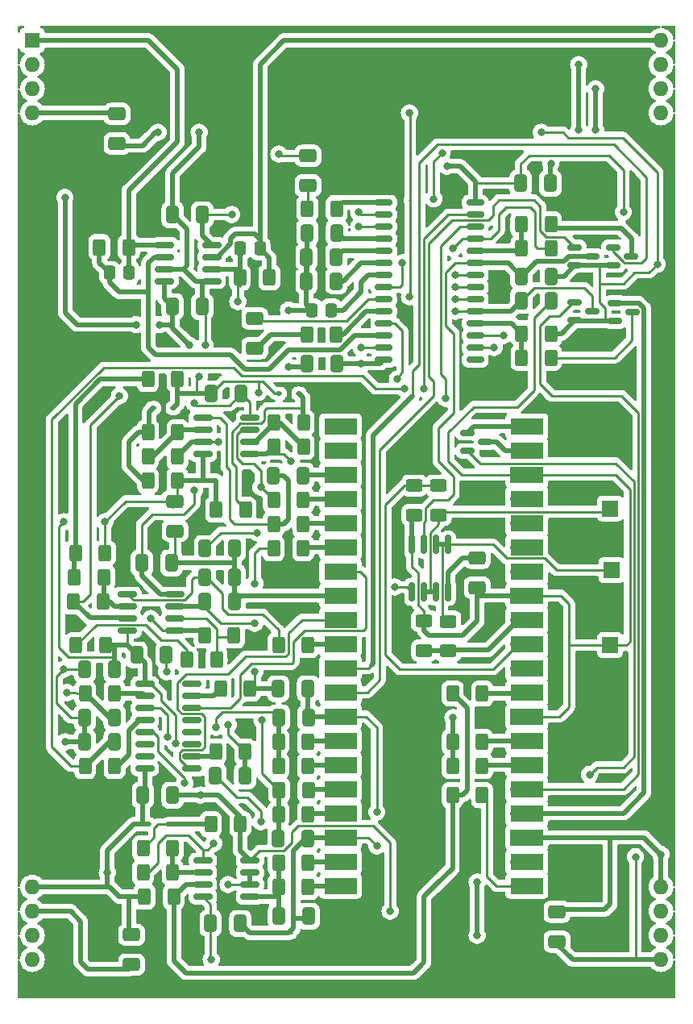
<source format=gtl>
G04 #@! TF.GenerationSoftware,KiCad,Pcbnew,7.0.5-7.0.5~ubuntu22.04.1*
G04 #@! TF.CreationDate,2023-06-28T11:52:20+02:00*
G04 #@! TF.ProjectId,AS3397_proto_SMS,41533333-3937-45f7-9072-6f746f5f534d,rev?*
G04 #@! TF.SameCoordinates,Original*
G04 #@! TF.FileFunction,Copper,L1,Top*
G04 #@! TF.FilePolarity,Positive*
%FSLAX46Y46*%
G04 Gerber Fmt 4.6, Leading zero omitted, Abs format (unit mm)*
G04 Created by KiCad (PCBNEW 7.0.5-7.0.5~ubuntu22.04.1) date 2023-06-28 11:52:20*
%MOMM*%
%LPD*%
G01*
G04 APERTURE LIST*
G04 Aperture macros list*
%AMRoundRect*
0 Rectangle with rounded corners*
0 $1 Rounding radius*
0 $2 $3 $4 $5 $6 $7 $8 $9 X,Y pos of 4 corners*
0 Add a 4 corners polygon primitive as box body*
4,1,4,$2,$3,$4,$5,$6,$7,$8,$9,$2,$3,0*
0 Add four circle primitives for the rounded corners*
1,1,$1+$1,$2,$3*
1,1,$1+$1,$4,$5*
1,1,$1+$1,$6,$7*
1,1,$1+$1,$8,$9*
0 Add four rect primitives between the rounded corners*
20,1,$1+$1,$2,$3,$4,$5,0*
20,1,$1+$1,$4,$5,$6,$7,0*
20,1,$1+$1,$6,$7,$8,$9,0*
20,1,$1+$1,$8,$9,$2,$3,0*%
G04 Aperture macros list end*
G04 #@! TA.AperFunction,SMDPad,CuDef*
%ADD10RoundRect,0.250000X-0.400000X-0.625000X0.400000X-0.625000X0.400000X0.625000X-0.400000X0.625000X0*%
G04 #@! TD*
G04 #@! TA.AperFunction,SMDPad,CuDef*
%ADD11RoundRect,0.112500X0.187500X0.112500X-0.187500X0.112500X-0.187500X-0.112500X0.187500X-0.112500X0*%
G04 #@! TD*
G04 #@! TA.AperFunction,ComponentPad*
%ADD12O,1.700000X1.700000*%
G04 #@! TD*
G04 #@! TA.AperFunction,SMDPad,CuDef*
%ADD13R,3.500000X1.700000*%
G04 #@! TD*
G04 #@! TA.AperFunction,ComponentPad*
%ADD14R,1.700000X1.700000*%
G04 #@! TD*
G04 #@! TA.AperFunction,ComponentPad*
%ADD15R,1.600000X1.600000*%
G04 #@! TD*
G04 #@! TA.AperFunction,ComponentPad*
%ADD16O,1.600000X1.600000*%
G04 #@! TD*
G04 #@! TA.AperFunction,SMDPad,CuDef*
%ADD17RoundRect,0.112500X-0.187500X-0.112500X0.187500X-0.112500X0.187500X0.112500X-0.187500X0.112500X0*%
G04 #@! TD*
G04 #@! TA.AperFunction,SMDPad,CuDef*
%ADD18RoundRect,0.250000X-0.650000X0.412500X-0.650000X-0.412500X0.650000X-0.412500X0.650000X0.412500X0*%
G04 #@! TD*
G04 #@! TA.AperFunction,SMDPad,CuDef*
%ADD19RoundRect,0.250000X0.650000X-0.412500X0.650000X0.412500X-0.650000X0.412500X-0.650000X-0.412500X0*%
G04 #@! TD*
G04 #@! TA.AperFunction,SMDPad,CuDef*
%ADD20RoundRect,0.150000X-0.587500X-0.150000X0.587500X-0.150000X0.587500X0.150000X-0.587500X0.150000X0*%
G04 #@! TD*
G04 #@! TA.AperFunction,SMDPad,CuDef*
%ADD21RoundRect,0.250000X0.412500X0.650000X-0.412500X0.650000X-0.412500X-0.650000X0.412500X-0.650000X0*%
G04 #@! TD*
G04 #@! TA.AperFunction,SMDPad,CuDef*
%ADD22RoundRect,0.250000X-0.412500X-0.650000X0.412500X-0.650000X0.412500X0.650000X-0.412500X0.650000X0*%
G04 #@! TD*
G04 #@! TA.AperFunction,SMDPad,CuDef*
%ADD23RoundRect,0.250000X0.400000X0.625000X-0.400000X0.625000X-0.400000X-0.625000X0.400000X-0.625000X0*%
G04 #@! TD*
G04 #@! TA.AperFunction,SMDPad,CuDef*
%ADD24RoundRect,0.250000X0.337500X0.475000X-0.337500X0.475000X-0.337500X-0.475000X0.337500X-0.475000X0*%
G04 #@! TD*
G04 #@! TA.AperFunction,SMDPad,CuDef*
%ADD25RoundRect,0.150000X0.825000X0.150000X-0.825000X0.150000X-0.825000X-0.150000X0.825000X-0.150000X0*%
G04 #@! TD*
G04 #@! TA.AperFunction,SMDPad,CuDef*
%ADD26RoundRect,0.250000X-0.337500X-0.475000X0.337500X-0.475000X0.337500X0.475000X-0.337500X0.475000X0*%
G04 #@! TD*
G04 #@! TA.AperFunction,SMDPad,CuDef*
%ADD27RoundRect,0.150000X0.750000X0.150000X-0.750000X0.150000X-0.750000X-0.150000X0.750000X-0.150000X0*%
G04 #@! TD*
G04 #@! TA.AperFunction,SMDPad,CuDef*
%ADD28RoundRect,0.150000X-0.825000X-0.150000X0.825000X-0.150000X0.825000X0.150000X-0.825000X0.150000X0*%
G04 #@! TD*
G04 #@! TA.AperFunction,SMDPad,CuDef*
%ADD29RoundRect,0.250000X0.625000X-0.400000X0.625000X0.400000X-0.625000X0.400000X-0.625000X-0.400000X0*%
G04 #@! TD*
G04 #@! TA.AperFunction,SMDPad,CuDef*
%ADD30RoundRect,0.250000X-0.625000X0.400000X-0.625000X-0.400000X0.625000X-0.400000X0.625000X0.400000X0*%
G04 #@! TD*
G04 #@! TA.AperFunction,SMDPad,CuDef*
%ADD31RoundRect,0.150000X-0.150000X0.825000X-0.150000X-0.825000X0.150000X-0.825000X0.150000X0.825000X0*%
G04 #@! TD*
G04 #@! TA.AperFunction,ViaPad*
%ADD32C,0.800000*%
G04 #@! TD*
G04 #@! TA.AperFunction,Conductor*
%ADD33C,0.500000*%
G04 #@! TD*
G04 #@! TA.AperFunction,Conductor*
%ADD34C,0.250000*%
G04 #@! TD*
G04 APERTURE END LIST*
D10*
X125450000Y-121920000D03*
X128550000Y-121920000D03*
D11*
X96082500Y-84328000D03*
X93982500Y-84328000D03*
D12*
X114554000Y-86233000D03*
D13*
X113654000Y-86233000D03*
D12*
X114554000Y-88773000D03*
D13*
X113654000Y-88773000D03*
D14*
X114554000Y-91313000D03*
D13*
X113654000Y-91313000D03*
D12*
X114554000Y-93853000D03*
D13*
X113654000Y-93853000D03*
D12*
X114554000Y-96393000D03*
D13*
X113654000Y-96393000D03*
D12*
X114554000Y-98933000D03*
D13*
X113654000Y-98933000D03*
D12*
X114554000Y-101473000D03*
D13*
X113654000Y-101473000D03*
D14*
X114554000Y-104013000D03*
D13*
X113654000Y-104013000D03*
D12*
X114554000Y-106553000D03*
D13*
X113654000Y-106553000D03*
D12*
X114554000Y-109093000D03*
D13*
X113654000Y-109093000D03*
D12*
X114554000Y-111633000D03*
D13*
X113654000Y-111633000D03*
D12*
X114554000Y-114173000D03*
D13*
X113654000Y-114173000D03*
D14*
X114554000Y-116713000D03*
D13*
X113654000Y-116713000D03*
D12*
X114554000Y-119253000D03*
D13*
X113654000Y-119253000D03*
D12*
X114554000Y-121793000D03*
D13*
X113654000Y-121793000D03*
D12*
X114554000Y-124333000D03*
D13*
X113654000Y-124333000D03*
D12*
X114554000Y-126873000D03*
D13*
X113654000Y-126873000D03*
D14*
X114554000Y-129413000D03*
D13*
X113654000Y-129413000D03*
D12*
X114554000Y-131953000D03*
D13*
X113654000Y-131953000D03*
D12*
X114554000Y-134493000D03*
D13*
X113654000Y-134493000D03*
D12*
X132334000Y-134493000D03*
D13*
X133234000Y-134493000D03*
D12*
X132334000Y-131953000D03*
D13*
X133234000Y-131953000D03*
D14*
X132334000Y-129413000D03*
D13*
X133234000Y-129413000D03*
D12*
X132334000Y-126873000D03*
D13*
X133234000Y-126873000D03*
D12*
X132334000Y-124333000D03*
D13*
X133234000Y-124333000D03*
D12*
X132334000Y-121793000D03*
D13*
X133234000Y-121793000D03*
D12*
X132334000Y-119253000D03*
D13*
X133234000Y-119253000D03*
D14*
X132334000Y-116713000D03*
D13*
X133234000Y-116713000D03*
D12*
X132334000Y-114173000D03*
D13*
X133234000Y-114173000D03*
D12*
X132334000Y-111633000D03*
D13*
X133234000Y-111633000D03*
D12*
X132334000Y-109093000D03*
D13*
X133234000Y-109093000D03*
D12*
X132334000Y-106553000D03*
D13*
X133234000Y-106553000D03*
D14*
X132334000Y-104013000D03*
D13*
X133234000Y-104013000D03*
D12*
X132334000Y-101473000D03*
D13*
X133234000Y-101473000D03*
D12*
X132334000Y-98933000D03*
D13*
X133234000Y-98933000D03*
D12*
X132334000Y-96393000D03*
D13*
X133234000Y-96393000D03*
D12*
X132334000Y-93853000D03*
D13*
X133234000Y-93853000D03*
D14*
X132334000Y-91313000D03*
D13*
X133234000Y-91313000D03*
D12*
X132334000Y-88773000D03*
D13*
X133234000Y-88773000D03*
D12*
X132334000Y-86233000D03*
D13*
X133234000Y-86233000D03*
D15*
X81280000Y-45720000D03*
D16*
X81280000Y-48260000D03*
X81280000Y-50800000D03*
X81280000Y-53340000D03*
X81280000Y-134620000D03*
X81280000Y-137160000D03*
X81280000Y-139700000D03*
X81280000Y-142240000D03*
X147320000Y-142240000D03*
X147320000Y-139700000D03*
X147320000Y-137160000D03*
X147320000Y-134620000D03*
X147320000Y-53340000D03*
X147320000Y-50800000D03*
X147320000Y-48260000D03*
X147320000Y-45720000D03*
D17*
X93474500Y-128016000D03*
X95574500Y-128016000D03*
X107190500Y-82804000D03*
X109290500Y-82804000D03*
D18*
X136398000Y-137226500D03*
X136398000Y-140351500D03*
X90170000Y-53428500D03*
X90170000Y-56553500D03*
D19*
X91694000Y-142764500D03*
X91694000Y-139639500D03*
D18*
X104648000Y-74913500D03*
X104648000Y-78038500D03*
D20*
X138253000Y-67437000D03*
X138253000Y-69337000D03*
X140128000Y-68387000D03*
D18*
X96266000Y-94107000D03*
X96266000Y-97232000D03*
D21*
X110313000Y-116840000D03*
X107188000Y-116840000D03*
D22*
X106603000Y-91440000D03*
X109728000Y-91440000D03*
D10*
X106680000Y-85852000D03*
X109780000Y-85852000D03*
D23*
X100636000Y-110744000D03*
X97536000Y-110744000D03*
X135765000Y-65024000D03*
X132665000Y-65024000D03*
X96012000Y-130556000D03*
X92912000Y-130556000D03*
X88705936Y-104648000D03*
X85605936Y-104648000D03*
X113259000Y-63373000D03*
X110159000Y-63373000D03*
X110236000Y-109220000D03*
X107136000Y-109220000D03*
D24*
X112699000Y-74041000D03*
X110624000Y-74041000D03*
D25*
X96244936Y-107696000D03*
X96244936Y-106426000D03*
X96244936Y-105156000D03*
X96244936Y-103886000D03*
X91294936Y-103886000D03*
X91294936Y-105156000D03*
X91294936Y-106426000D03*
X91294936Y-107696000D03*
D23*
X110236000Y-121920000D03*
X107136000Y-121920000D03*
X135796000Y-76492000D03*
X132696000Y-76492000D03*
X135771000Y-79032000D03*
X132671000Y-79032000D03*
D22*
X92233936Y-110236000D03*
X95358936Y-110236000D03*
D21*
X110313000Y-137668000D03*
X107188000Y-137668000D03*
D26*
X103124000Y-67564000D03*
X105199000Y-67564000D03*
D22*
X99999000Y-138430000D03*
X103124000Y-138430000D03*
D10*
X85800000Y-99568000D03*
X88900000Y-99568000D03*
D23*
X89916000Y-121920000D03*
X86816000Y-121920000D03*
X110236000Y-132080000D03*
X107136000Y-132080000D03*
D22*
X99422936Y-102108000D03*
X102547936Y-102108000D03*
D27*
X127814166Y-79248000D03*
X127814166Y-77978000D03*
X127814166Y-76708000D03*
X127814166Y-75438000D03*
X127814166Y-74168000D03*
X127814166Y-72898000D03*
X127814166Y-71628000D03*
X127814166Y-70358000D03*
X127814166Y-69088000D03*
X127814166Y-67818000D03*
X127814166Y-66548000D03*
X127814166Y-65278000D03*
X127814166Y-64008000D03*
X127814166Y-62738000D03*
X118214166Y-62738000D03*
X118214166Y-64008000D03*
X118214166Y-65278000D03*
X118214166Y-66548000D03*
X118214166Y-67818000D03*
X118214166Y-69088000D03*
X118214166Y-70358000D03*
X118214166Y-71628000D03*
X118214166Y-72898000D03*
X118214166Y-74168000D03*
X118214166Y-75438000D03*
X118214166Y-76708000D03*
X118214166Y-77978000D03*
X118214166Y-79248000D03*
D23*
X110236000Y-127000000D03*
X107136000Y-127000000D03*
D22*
X132665000Y-70485000D03*
X135790000Y-70485000D03*
D10*
X88321000Y-67437000D03*
X91421000Y-67437000D03*
D22*
X107111000Y-113792000D03*
X110236000Y-113792000D03*
D23*
X110288000Y-124460000D03*
X107188000Y-124460000D03*
D25*
X104140000Y-89154000D03*
X104140000Y-87884000D03*
X104140000Y-86614000D03*
X104140000Y-85344000D03*
X99190000Y-85344000D03*
X99190000Y-86614000D03*
X99190000Y-87884000D03*
X99190000Y-89154000D03*
D28*
X95182000Y-67183000D03*
X95182000Y-68453000D03*
X95182000Y-69723000D03*
X95182000Y-70993000D03*
X100132000Y-70993000D03*
X100132000Y-69723000D03*
X100132000Y-68453000D03*
X100132000Y-67183000D03*
D23*
X89916000Y-114300000D03*
X86816000Y-114300000D03*
D21*
X92887000Y-124968000D03*
X96012000Y-124968000D03*
X113284000Y-65913000D03*
X110159000Y-65913000D03*
D28*
X99190000Y-131826000D03*
X99190000Y-133096000D03*
X99190000Y-134366000D03*
X99190000Y-135636000D03*
X104140000Y-135636000D03*
X104140000Y-134366000D03*
X104140000Y-133096000D03*
X104140000Y-131826000D03*
D10*
X93420000Y-91948000D03*
X96520000Y-91948000D03*
D23*
X102470936Y-108204000D03*
X99370936Y-108204000D03*
D21*
X89916000Y-111760000D03*
X86791000Y-111760000D03*
D10*
X103072000Y-70612000D03*
X106172000Y-70612000D03*
D20*
X142474000Y-73284000D03*
X142474000Y-75184000D03*
X144349000Y-74234000D03*
D23*
X109728000Y-99060000D03*
X106628000Y-99060000D03*
D21*
X113284000Y-79629000D03*
X110159000Y-79629000D03*
X113207000Y-70993000D03*
X110082000Y-70993000D03*
X110236000Y-129540000D03*
X107111000Y-129540000D03*
D10*
X106628000Y-96520000D03*
X109728000Y-96520000D03*
D22*
X92780436Y-100584000D03*
X95905436Y-100584000D03*
D10*
X100532000Y-120396000D03*
X103632000Y-120396000D03*
D22*
X99422936Y-104648000D03*
X102547936Y-104648000D03*
D26*
X89365000Y-70104000D03*
X91440000Y-70104000D03*
D22*
X132588000Y-60706000D03*
X135713000Y-60706000D03*
D19*
X110236000Y-60960000D03*
X110236000Y-57835000D03*
D23*
X103684000Y-94996000D03*
X100584000Y-94996000D03*
X110236000Y-119380000D03*
X107136000Y-119380000D03*
D21*
X103632000Y-122936000D03*
X100507000Y-122936000D03*
D22*
X132665000Y-73025000D03*
X135790000Y-73025000D03*
D10*
X106628000Y-93980000D03*
X109728000Y-93980000D03*
D28*
X93094000Y-113284000D03*
X93094000Y-114554000D03*
X93094000Y-115824000D03*
X93094000Y-117094000D03*
X93094000Y-118364000D03*
X93094000Y-119634000D03*
X93094000Y-120904000D03*
X93094000Y-122174000D03*
X98044000Y-122174000D03*
X98044000Y-120904000D03*
X98044000Y-119634000D03*
X98044000Y-118364000D03*
X98044000Y-117094000D03*
X98044000Y-115824000D03*
X98044000Y-114554000D03*
X98044000Y-113284000D03*
D20*
X142317000Y-67437000D03*
X142317000Y-69337000D03*
X144192000Y-68387000D03*
D23*
X109780000Y-88392000D03*
X106680000Y-88392000D03*
X96539738Y-86868000D03*
X93439738Y-86868000D03*
D10*
X93420000Y-89408000D03*
X96520000Y-89408000D03*
D21*
X99137000Y-64008000D03*
X96012000Y-64008000D03*
D20*
X138253000Y-73218000D03*
X138253000Y-75118000D03*
X140128000Y-74168000D03*
D21*
X89916000Y-116840000D03*
X86791000Y-116840000D03*
D14*
X142113000Y-101346000D03*
D23*
X96012000Y-133096000D03*
X92912000Y-133096000D03*
D10*
X110107000Y-76581000D03*
X113207000Y-76581000D03*
D23*
X96142000Y-135636000D03*
X93042000Y-135636000D03*
X135765000Y-67564000D03*
X132665000Y-67564000D03*
X88806936Y-102108000D03*
X85706936Y-102108000D03*
D22*
X96012000Y-73660000D03*
X99137000Y-73660000D03*
D23*
X96520000Y-81280000D03*
X93420000Y-81280000D03*
D21*
X89916000Y-119380000D03*
X86791000Y-119380000D03*
D14*
X141986000Y-94869000D03*
D10*
X101040000Y-113792000D03*
X104140000Y-113792000D03*
X100024000Y-128016000D03*
X103124000Y-128016000D03*
D14*
X141986000Y-109220000D03*
D22*
X99422936Y-99060000D03*
X102547936Y-99060000D03*
X110082000Y-68453000D03*
X113207000Y-68453000D03*
D23*
X110236000Y-134620000D03*
X107136000Y-134620000D03*
D21*
X103201000Y-82804000D03*
X100076000Y-82804000D03*
D10*
X85852000Y-109220000D03*
X88952000Y-109220000D03*
D29*
X122428000Y-109780000D03*
X122428000Y-106680000D03*
D10*
X125450000Y-119380000D03*
X128550000Y-119380000D03*
D30*
X124968000Y-106732000D03*
X124968000Y-109832000D03*
X121412000Y-92456000D03*
X121412000Y-95556000D03*
D29*
X123952000Y-95556000D03*
X123952000Y-92456000D03*
D31*
X124968000Y-98669000D03*
X123698000Y-98669000D03*
X122428000Y-98669000D03*
X121158000Y-98669000D03*
X121158000Y-103619000D03*
X122428000Y-103619000D03*
X123698000Y-103619000D03*
X124968000Y-103619000D03*
D20*
X127000000Y-86934000D03*
X127000000Y-88834000D03*
X128875000Y-87884000D03*
D23*
X128524000Y-124968000D03*
X125424000Y-124968000D03*
D19*
X128016000Y-103176000D03*
X128016000Y-100051000D03*
D23*
X128550000Y-114300000D03*
X125450000Y-114300000D03*
D32*
X119380000Y-103124000D03*
X128016000Y-134112000D03*
X129794000Y-77978000D03*
X84937600Y-114198400D03*
X130810000Y-76708000D03*
X100584000Y-117856000D03*
X125730000Y-74168000D03*
X108458000Y-89916000D03*
X125730000Y-72898000D03*
X100330000Y-130048000D03*
X125730000Y-71628000D03*
X125730000Y-70358000D03*
X100838000Y-87884000D03*
X108204000Y-74041000D03*
X108204000Y-80010000D03*
X98806000Y-81026000D03*
X99441000Y-77724000D03*
X125476000Y-67564000D03*
X84709000Y-119380000D03*
X146939000Y-69215000D03*
X147320000Y-131191000D03*
X105029000Y-82677000D03*
X94488000Y-55372000D03*
X98806000Y-55372000D03*
X124333000Y-57531000D03*
X117475000Y-126746000D03*
X84582000Y-111760000D03*
X105283000Y-127762000D03*
X95377000Y-112014000D03*
X123444000Y-62357000D03*
X117475000Y-130302000D03*
X134747000Y-55372000D03*
X135763000Y-58674000D03*
X89154000Y-133096000D03*
X105410000Y-117094000D03*
X124714000Y-83312000D03*
X120396000Y-82296000D03*
X122428000Y-82296000D03*
X84709000Y-62230000D03*
X98298000Y-83820000D03*
X92202000Y-75565000D03*
X144653000Y-131445000D03*
X143383000Y-63754000D03*
X124841000Y-58928000D03*
X94615000Y-75565000D03*
X98298000Y-92964000D03*
X100076000Y-142240000D03*
X97790000Y-77724000D03*
X93726000Y-106426000D03*
X115570000Y-63754000D03*
X115570000Y-65278000D03*
X101854000Y-117602000D03*
X120142000Y-69088000D03*
X90424000Y-83058000D03*
X104648000Y-112014000D03*
X119634000Y-81280000D03*
X115824000Y-77978000D03*
X102870000Y-73152000D03*
X107188000Y-57658000D03*
X101854000Y-134366000D03*
X115824000Y-79629000D03*
X120904000Y-53340000D03*
X120904000Y-72644000D03*
X104902000Y-97409000D03*
X105283000Y-92635000D03*
X95504000Y-118872000D03*
X97282000Y-123698000D03*
X140462000Y-50800000D03*
X140462000Y-55118000D03*
X138684000Y-55118000D03*
X138684000Y-48260000D03*
X118872000Y-137160000D03*
X139827000Y-122809000D03*
X98933000Y-124968000D03*
X88900000Y-96266000D03*
X84582000Y-96266000D03*
X96348661Y-119575884D03*
X102235000Y-64008000D03*
X104648000Y-102743000D03*
X104648000Y-106934000D03*
X125476000Y-116840000D03*
X128016000Y-139700000D03*
D33*
X128016000Y-139700000D02*
X128016000Y-139446000D01*
X128016000Y-139446000D02*
X128016000Y-134112000D01*
D34*
X121783000Y-101600000D02*
X121783000Y-105019000D01*
X121158000Y-98669000D02*
X121158000Y-100975000D01*
X121158000Y-100975000D02*
X121783000Y-101600000D01*
X121783000Y-105019000D02*
X122428000Y-105664000D01*
X122428000Y-105664000D02*
X122428000Y-106680000D01*
X120663000Y-103124000D02*
X121158000Y-103619000D01*
X119380000Y-103124000D02*
X120663000Y-103124000D01*
X121412000Y-92456000D02*
X120396000Y-92456000D01*
X120396000Y-92456000D02*
X118364000Y-94488000D01*
X118364000Y-94488000D02*
X118364000Y-110236000D01*
X118364000Y-110236000D02*
X119888000Y-111760000D01*
X119888000Y-111760000D02*
X129667000Y-111760000D01*
X129667000Y-111760000D02*
X132334000Y-109093000D01*
X123952000Y-95556000D02*
X123952000Y-96520000D01*
X123952000Y-96520000D02*
X123053000Y-97419000D01*
X123053000Y-97419000D02*
X123053000Y-103502000D01*
X123053000Y-103502000D02*
X122936000Y-103619000D01*
X123952000Y-95556000D02*
X124290000Y-95218000D01*
X124290000Y-95218000D02*
X141637000Y-95218000D01*
X141637000Y-95218000D02*
X141986000Y-94869000D01*
X100076000Y-142240000D02*
X99999000Y-142063000D01*
X99999000Y-142063000D02*
X99999000Y-138430000D01*
D33*
X98552000Y-143637000D02*
X97539000Y-143637000D01*
X118364000Y-143637000D02*
X98552000Y-143637000D01*
X98552000Y-143637000D02*
X97409000Y-143637000D01*
X97409000Y-143637000D02*
X96774000Y-143002000D01*
X96142000Y-135636000D02*
X96142000Y-142370000D01*
X96142000Y-142370000D02*
X96774000Y-143002000D01*
X118364000Y-143637000D02*
X117348000Y-143637000D01*
X121285000Y-143637000D02*
X118364000Y-143637000D01*
D34*
X96142000Y-142370000D02*
X96142000Y-142240000D01*
X96142000Y-142240000D02*
X96142000Y-135636000D01*
X117348000Y-143637000D02*
X97409000Y-143637000D01*
D33*
X122047000Y-142875000D02*
X121285000Y-143637000D01*
X122047000Y-142875000D02*
X121539000Y-143383000D01*
X122428000Y-142494000D02*
X122047000Y-142875000D01*
X122428000Y-135636000D02*
X122428000Y-141732000D01*
D34*
X121539000Y-143383000D02*
X121285000Y-143637000D01*
D33*
X122428000Y-141732000D02*
X122428000Y-142494000D01*
X123698000Y-134366000D02*
X123444000Y-134620000D01*
X125424000Y-132640000D02*
X123698000Y-134366000D01*
X123698000Y-134366000D02*
X122428000Y-135636000D01*
D34*
X129032000Y-133477000D02*
X129032000Y-125476000D01*
X130048000Y-134493000D02*
X132334000Y-134493000D01*
X130048000Y-134493000D02*
X129032000Y-133477000D01*
X129032000Y-125476000D02*
X128524000Y-124968000D01*
D33*
X125424000Y-124968000D02*
X126492000Y-124968000D01*
X126492000Y-124968000D02*
X127000000Y-124460000D01*
X127000000Y-124460000D02*
X127000000Y-115850000D01*
X127000000Y-115850000D02*
X125450000Y-114300000D01*
X125424000Y-124968000D02*
X125424000Y-132640000D01*
X125476000Y-116840000D02*
X125450000Y-119380000D01*
D34*
X132334000Y-91313000D02*
X126365000Y-91313000D01*
X133985000Y-82423000D02*
X133985000Y-74830000D01*
X126365000Y-91313000D02*
X124968000Y-89916000D01*
X124968000Y-89916000D02*
X124968000Y-86868000D01*
X124968000Y-86868000D02*
X127635000Y-84201000D01*
X127635000Y-84201000D02*
X132207000Y-84201000D01*
X133985000Y-74830000D02*
X135790000Y-73025000D01*
X132207000Y-84201000D02*
X133985000Y-82423000D01*
X124714000Y-75692000D02*
X124714000Y-70104000D01*
X122428000Y-96378173D02*
X122612000Y-96194173D01*
X125539000Y-76517000D02*
X124714000Y-75692000D01*
X123952000Y-89916000D02*
X123952000Y-86423000D01*
X123952000Y-86423000D02*
X125539000Y-84836000D01*
X122428000Y-98669000D02*
X122428000Y-96378173D01*
X125539000Y-93409000D02*
X125539000Y-91503000D01*
X124968000Y-93980000D02*
X125539000Y-93409000D01*
X123444000Y-93980000D02*
X124968000Y-93980000D01*
X122612000Y-96194173D02*
X122612000Y-94812000D01*
X125539000Y-84836000D02*
X125539000Y-76517000D01*
X122612000Y-94812000D02*
X123444000Y-93980000D01*
X125539000Y-91503000D02*
X123952000Y-89916000D01*
X124714000Y-70104000D02*
X125730000Y-69088000D01*
X125730000Y-69088000D02*
X127814166Y-69088000D01*
X127000000Y-88834000D02*
X128304000Y-90138000D01*
X128304000Y-90138000D02*
X142589000Y-90138000D01*
X142589000Y-90138000D02*
X144511500Y-92060500D01*
X144511500Y-92060500D02*
X144511500Y-120918500D01*
X140589000Y-122047000D02*
X139827000Y-122809000D01*
X144511500Y-120918500D02*
X143383000Y-122047000D01*
X143383000Y-122047000D02*
X140589000Y-122047000D01*
D33*
X128875000Y-87884000D02*
X130048000Y-87884000D01*
X130048000Y-87884000D02*
X130937000Y-88773000D01*
X130937000Y-88773000D02*
X132334000Y-88773000D01*
X132334000Y-86233000D02*
X127701000Y-86233000D01*
X127701000Y-86233000D02*
X127000000Y-86934000D01*
D34*
X124968000Y-98669000D02*
X129657000Y-98669000D01*
X135119000Y-100108000D02*
X136357000Y-101346000D01*
X129657000Y-98669000D02*
X131096000Y-100108000D01*
X131096000Y-100108000D02*
X135119000Y-100108000D01*
X136357000Y-101346000D02*
X137668000Y-101346000D01*
X137668000Y-101346000D02*
X142113000Y-101346000D01*
X136906000Y-101346000D02*
X137668000Y-101346000D01*
X123952000Y-92456000D02*
X121412000Y-92456000D01*
D33*
X123698000Y-103619000D02*
X122936000Y-103619000D01*
X122936000Y-103619000D02*
X122428000Y-103619000D01*
X123698000Y-98669000D02*
X124460000Y-98669000D01*
X124460000Y-98669000D02*
X124968000Y-98669000D01*
D34*
X124968000Y-106732000D02*
X124323000Y-106087000D01*
X124323000Y-98806000D02*
X124460000Y-98669000D01*
X124323000Y-106087000D02*
X124323000Y-98806000D01*
D33*
X128016000Y-103176000D02*
X128016000Y-104140000D01*
X128016000Y-104140000D02*
X128016000Y-106680000D01*
X132334000Y-104013000D02*
X128143000Y-104013000D01*
X128143000Y-104013000D02*
X128016000Y-104140000D01*
X126492000Y-108204000D02*
X128016000Y-106680000D01*
X129032000Y-104013000D02*
X132334000Y-104013000D01*
X128016000Y-103176000D02*
X128195000Y-103176000D01*
X124968000Y-103619000D02*
X124968000Y-101600000D01*
X124968000Y-101600000D02*
X126517000Y-100051000D01*
X126517000Y-100051000D02*
X128016000Y-100051000D01*
X121158000Y-98669000D02*
X121158000Y-95810000D01*
X121158000Y-95810000D02*
X121412000Y-95556000D01*
X122428000Y-106680000D02*
X122428000Y-107696000D01*
X122428000Y-107696000D02*
X122936000Y-108204000D01*
X122936000Y-108204000D02*
X126492000Y-108204000D01*
X124968000Y-109832000D02*
X122480000Y-109832000D01*
X122480000Y-109832000D02*
X122428000Y-109780000D01*
X132334000Y-106553000D02*
X129159000Y-109728000D01*
X129159000Y-109728000D02*
X125072000Y-109728000D01*
X125072000Y-109728000D02*
X124968000Y-109832000D01*
X128550000Y-114300000D02*
X132207000Y-114300000D01*
X132207000Y-114300000D02*
X132334000Y-114173000D01*
X125450000Y-119380000D02*
X125450000Y-121920000D01*
X132334000Y-121793000D02*
X128677000Y-121793000D01*
X128677000Y-121793000D02*
X128550000Y-121920000D01*
X132334000Y-119253000D02*
X128677000Y-119253000D01*
X128677000Y-119253000D02*
X128550000Y-119380000D01*
D34*
X123444000Y-134620000D02*
X122428000Y-135636000D01*
D33*
X96393000Y-128016000D02*
X100024000Y-128016000D01*
X96012000Y-128016000D02*
X96393000Y-128016000D01*
X96393000Y-128016000D02*
X95574500Y-128016000D01*
X92456000Y-128016000D02*
X91948000Y-128016000D01*
X93037000Y-128016000D02*
X92456000Y-128016000D01*
X92456000Y-128016000D02*
X93474500Y-128016000D01*
X96520000Y-82804000D02*
X96520000Y-83566000D01*
X96520000Y-83566000D02*
X96520000Y-83890500D01*
X96520000Y-83890500D02*
X96082500Y-84328000D01*
X93545000Y-84836000D02*
X93545000Y-86762738D01*
X93545000Y-84836000D02*
X93545000Y-84765500D01*
X93545000Y-84765500D02*
X93982500Y-84328000D01*
X109728000Y-83439000D02*
X109728000Y-84328000D01*
X109728000Y-83241500D02*
X109290500Y-82804000D01*
X109728000Y-83439000D02*
X109728000Y-83241500D01*
D34*
X106753000Y-82804000D02*
X107190500Y-82804000D01*
D33*
X89916000Y-116840000D02*
X89356000Y-116840000D01*
D34*
X86816000Y-114300000D02*
X84937600Y-114198400D01*
X127814166Y-77978000D02*
X129794000Y-77978000D01*
D33*
X89356000Y-116840000D02*
X86816000Y-114300000D01*
X107188000Y-116840000D02*
X107188000Y-121868000D01*
D34*
X101258272Y-116269000D02*
X100584000Y-116943272D01*
X127814166Y-76708000D02*
X130810000Y-76708000D01*
X106617000Y-116269000D02*
X101258272Y-116269000D01*
X107188000Y-116840000D02*
X106617000Y-116269000D01*
D33*
X107188000Y-121868000D02*
X107136000Y-121920000D01*
D34*
X100584000Y-116943272D02*
X100584000Y-117856000D01*
X132665000Y-73025000D02*
X133980000Y-71710000D01*
X139274000Y-71710000D02*
X140128000Y-72564000D01*
D33*
X131522000Y-74168000D02*
X132665000Y-73025000D01*
D34*
X133980000Y-71710000D02*
X139274000Y-71710000D01*
X140128000Y-72564000D02*
X140128000Y-74168000D01*
X127814166Y-74168000D02*
X125730000Y-74168000D01*
D33*
X127814166Y-74168000D02*
X131522000Y-74168000D01*
D34*
X107696000Y-89154000D02*
X105156000Y-89154000D01*
X108458000Y-89916000D02*
X107696000Y-89154000D01*
D33*
X105918000Y-89154000D02*
X106680000Y-88392000D01*
D34*
X127814166Y-72898000D02*
X125730000Y-72898000D01*
D33*
X105156000Y-89154000D02*
X105918000Y-89154000D01*
X104140000Y-89154000D02*
X105156000Y-89154000D01*
D34*
X99190000Y-130686000D02*
X99190000Y-131826000D01*
X127814166Y-71628000D02*
X125730000Y-71628000D01*
X100330000Y-130048000D02*
X99692000Y-130686000D01*
X99692000Y-130686000D02*
X99190000Y-130686000D01*
X94488000Y-130048000D02*
X95320000Y-129216000D01*
X92912000Y-133096000D02*
X93472000Y-133096000D01*
X95320000Y-129216000D02*
X97720000Y-129216000D01*
X93472000Y-133096000D02*
X94488000Y-132080000D01*
X94488000Y-132080000D02*
X94488000Y-130048000D01*
X97720000Y-129216000D02*
X99190000Y-130686000D01*
D33*
X99190000Y-87884000D02*
X98044000Y-87884000D01*
X98044000Y-87884000D02*
X96520000Y-89408000D01*
D34*
X127814166Y-70358000D02*
X125730000Y-70358000D01*
X100838000Y-87884000D02*
X99190000Y-87884000D01*
D33*
X137114972Y-68889000D02*
X137616972Y-68387000D01*
X137616972Y-68387000D02*
X140128000Y-68387000D01*
X134261000Y-68889000D02*
X137114972Y-68889000D01*
X131268000Y-69088000D02*
X132665000Y-70485000D01*
X132665000Y-70485000D02*
X134261000Y-68889000D01*
X127814166Y-69088000D02*
X131268000Y-69088000D01*
D34*
X133604000Y-63246000D02*
X134112000Y-63754000D01*
X130302000Y-65659000D02*
X130302000Y-64008000D01*
X140906500Y-73215500D02*
X140843000Y-73152000D01*
X134112000Y-67310000D02*
X134366000Y-67564000D01*
X140906500Y-71247000D02*
X140906500Y-73215500D01*
D33*
X136879000Y-76492000D02*
X138253000Y-75118000D01*
X114554000Y-116713000D02*
X110440000Y-116713000D01*
X86791000Y-116840000D02*
X86791000Y-119380000D01*
X94234000Y-55372000D02*
X94488000Y-55372000D01*
D34*
X137668000Y-104902000D02*
X137668000Y-109220000D01*
D33*
X95905436Y-100584000D02*
X102547936Y-100584000D01*
X98425000Y-70993000D02*
X99060000Y-70993000D01*
X110624000Y-74041000D02*
X108204000Y-74041000D01*
D34*
X132334000Y-91313000D02*
X136017000Y-91313000D01*
D33*
X99137000Y-71070000D02*
X99060000Y-70993000D01*
X142113000Y-129413000D02*
X138430000Y-129413000D01*
D34*
X114554000Y-116713000D02*
X116332000Y-116713000D01*
X142537500Y-91313000D02*
X144061500Y-92837000D01*
D33*
X110082000Y-70993000D02*
X110082000Y-68453000D01*
D34*
X134112000Y-63754000D02*
X134112000Y-67310000D01*
X117475000Y-130302000D02*
X116586000Y-129413000D01*
D33*
X98806000Y-56896000D02*
X98806000Y-55372000D01*
D34*
X140906500Y-71247000D02*
X143383000Y-71247000D01*
D33*
X81280000Y-134620000D02*
X86360000Y-134620000D01*
X142317000Y-69337000D02*
X141097000Y-69337000D01*
X108204000Y-80010000D02*
X109778000Y-80010000D01*
D34*
X146939000Y-59563000D02*
X143319000Y-55943000D01*
D33*
X141986000Y-136398000D02*
X141395000Y-136989000D01*
X135713000Y-58724000D02*
X135763000Y-58674000D01*
X99137000Y-73660000D02*
X99137000Y-71070000D01*
X91948000Y-128016000D02*
X89154000Y-130810000D01*
D34*
X140843000Y-73152000D02*
X140843000Y-69464000D01*
X105283000Y-126619000D02*
X105283000Y-127762000D01*
D33*
X114554000Y-104013000D02*
X103182936Y-104013000D01*
X110440000Y-116713000D02*
X110313000Y-116840000D01*
D34*
X140906500Y-69527500D02*
X140906500Y-71247000D01*
X127814166Y-66548000D02*
X129413000Y-66548000D01*
X96266000Y-100223436D02*
X95905436Y-100584000D01*
D33*
X89154000Y-134620000D02*
X89408000Y-134620000D01*
D34*
X141478000Y-73787000D02*
X140906500Y-73215500D01*
D33*
X89408000Y-134620000D02*
X90424000Y-135636000D01*
X138319000Y-75184000D02*
X138253000Y-75118000D01*
X141986000Y-133223000D02*
X141986000Y-136398000D01*
X147320000Y-131191000D02*
X145542000Y-129413000D01*
D34*
X143680500Y-109220000D02*
X141986000Y-109220000D01*
D33*
X89154000Y-130810000D02*
X89154000Y-133096000D01*
X104140000Y-139446000D02*
X103124000Y-138430000D01*
X135790000Y-70485000D02*
X137105000Y-70485000D01*
X141986000Y-132334000D02*
X141986000Y-133223000D01*
X92887000Y-124968000D02*
X92887000Y-127866000D01*
X135796000Y-76492000D02*
X136879000Y-76492000D01*
X110236000Y-113792000D02*
X110236000Y-116763000D01*
X103182936Y-104013000D02*
X102547936Y-104648000D01*
X108712000Y-137922000D02*
X108712000Y-138938000D01*
D34*
X84582000Y-111760000D02*
X83820000Y-112522000D01*
X100507000Y-122936000D02*
X102793000Y-125222000D01*
D33*
X110236000Y-129540000D02*
X109982000Y-129540000D01*
X91440000Y-139148000D02*
X91694000Y-139402000D01*
D34*
X140843000Y-69464000D02*
X140716000Y-69337000D01*
X144061500Y-92837000D02*
X144061500Y-108839000D01*
D33*
X89154000Y-133096000D02*
X89154000Y-134620000D01*
D34*
X86791000Y-111760000D02*
X84582000Y-111760000D01*
X126492000Y-66548000D02*
X125476000Y-67564000D01*
X132334000Y-104013000D02*
X136779000Y-104013000D01*
D33*
X141986000Y-133223000D02*
X141986000Y-129540000D01*
D34*
X136652000Y-116713000D02*
X132334000Y-116713000D01*
X137604000Y-55943000D02*
X137033000Y-55372000D01*
X134366000Y-67564000D02*
X135765000Y-67564000D01*
D33*
X99060000Y-70993000D02*
X100132000Y-70993000D01*
D34*
X123444000Y-62357000D02*
X123444000Y-58420000D01*
X98552000Y-82804000D02*
X98552000Y-81280000D01*
X137668000Y-109220000D02*
X137668000Y-115697000D01*
D33*
X110363000Y-129413000D02*
X110236000Y-129540000D01*
D34*
X130302000Y-64008000D02*
X131064000Y-63246000D01*
X95358936Y-110236000D02*
X95358936Y-111995936D01*
X137033000Y-55372000D02*
X134747000Y-55372000D01*
X136779000Y-104013000D02*
X137668000Y-104902000D01*
D33*
X95182000Y-69723000D02*
X97155000Y-69723000D01*
X93094000Y-124761000D02*
X92887000Y-124968000D01*
D34*
X103886000Y-125222000D02*
X105283000Y-126619000D01*
X146050000Y-70104000D02*
X146939000Y-69215000D01*
D33*
X135713000Y-60706000D02*
X135713000Y-58724000D01*
D34*
X105029000Y-81534000D02*
X105483000Y-81534000D01*
D33*
X142474000Y-75184000D02*
X141478000Y-75184000D01*
X110082000Y-73499000D02*
X110624000Y-74041000D01*
D34*
X116332000Y-116713000D02*
X117475000Y-117856000D01*
X144526000Y-70104000D02*
X146050000Y-70104000D01*
X144061500Y-108839000D02*
X143680500Y-109220000D01*
D33*
X96520000Y-81280000D02*
X96520000Y-82804000D01*
X110059000Y-137922000D02*
X108712000Y-137922000D01*
X110159000Y-70916000D02*
X110082000Y-70993000D01*
D34*
X101346000Y-81534000D02*
X105029000Y-81534000D01*
D33*
X91440000Y-135636000D02*
X91440000Y-139148000D01*
D34*
X143319000Y-55943000D02*
X137604000Y-55943000D01*
X141986000Y-109220000D02*
X137668000Y-109220000D01*
X137668000Y-115697000D02*
X136652000Y-116713000D01*
D33*
X132334000Y-129413000D02*
X138430000Y-129413000D01*
X140716000Y-69337000D02*
X138253000Y-69337000D01*
D34*
X131064000Y-63246000D02*
X133604000Y-63246000D01*
D33*
X141097000Y-69337000D02*
X140716000Y-69337000D01*
D34*
X123444000Y-58420000D02*
X124333000Y-57531000D01*
D33*
X114554000Y-91313000D02*
X109855000Y-91313000D01*
X108712000Y-130810000D02*
X108712000Y-137922000D01*
X141986000Y-129540000D02*
X142113000Y-129413000D01*
X147320000Y-134620000D02*
X147320000Y-131191000D01*
D34*
X96266000Y-97232000D02*
X96266000Y-100223436D01*
D33*
X110236000Y-116763000D02*
X110313000Y-116840000D01*
D34*
X85344000Y-116840000D02*
X86791000Y-116840000D01*
D33*
X91440000Y-135636000D02*
X93042000Y-135636000D01*
X109855000Y-91313000D02*
X109728000Y-91440000D01*
X110159000Y-65913000D02*
X110159000Y-70916000D01*
D34*
X99441000Y-73964000D02*
X99137000Y-73660000D01*
D33*
X108204000Y-139446000D02*
X104140000Y-139446000D01*
X109778000Y-80010000D02*
X110159000Y-79629000D01*
X86791000Y-119380000D02*
X84709000Y-119380000D01*
X93094000Y-122174000D02*
X93094000Y-124761000D01*
X92837000Y-56769000D02*
X94234000Y-55372000D01*
D34*
X132334000Y-91313000D02*
X142537500Y-91313000D01*
D33*
X141478000Y-75184000D02*
X138319000Y-75184000D01*
X141395000Y-136989000D02*
X136398000Y-136989000D01*
D34*
X105483000Y-81534000D02*
X106753000Y-82804000D01*
D33*
X109982000Y-129540000D02*
X108712000Y-130810000D01*
D34*
X99441000Y-77724000D02*
X99441000Y-73964000D01*
D33*
X97155000Y-69723000D02*
X98425000Y-70993000D01*
D34*
X141478000Y-75184000D02*
X141478000Y-73787000D01*
D33*
X102547936Y-99060000D02*
X102547936Y-100584000D01*
D34*
X95358936Y-111995936D02*
X95377000Y-112014000D01*
D33*
X86360000Y-134620000D02*
X89154000Y-134620000D01*
X108712000Y-138938000D02*
X108204000Y-139446000D01*
X145542000Y-129413000D02*
X142113000Y-129413000D01*
D34*
X102793000Y-125222000D02*
X103886000Y-125222000D01*
D33*
X102547936Y-100584000D02*
X102547936Y-104648000D01*
D34*
X108204000Y-139446000D02*
X108535000Y-139446000D01*
X143383000Y-71247000D02*
X144526000Y-70104000D01*
D33*
X100076000Y-82804000D02*
X98552000Y-82804000D01*
X114554000Y-129413000D02*
X110363000Y-129413000D01*
X97536000Y-65532000D02*
X97536000Y-69342000D01*
X90192000Y-56769000D02*
X92837000Y-56769000D01*
X96012000Y-64008000D02*
X96012000Y-59690000D01*
D34*
X98552000Y-81280000D02*
X98806000Y-81026000D01*
X141097000Y-69337000D02*
X140906500Y-69527500D01*
X116586000Y-129413000D02*
X114554000Y-129413000D01*
X83820000Y-115316000D02*
X85344000Y-116840000D01*
X127814166Y-66548000D02*
X126492000Y-66548000D01*
D33*
X97536000Y-69342000D02*
X97155000Y-69723000D01*
X137105000Y-70485000D02*
X138253000Y-69337000D01*
X90424000Y-135636000D02*
X91440000Y-135636000D01*
X138430000Y-129413000D02*
X139065000Y-129413000D01*
D34*
X117475000Y-117856000D02*
X117475000Y-126746000D01*
X83820000Y-112522000D02*
X83820000Y-115316000D01*
D33*
X96012000Y-64008000D02*
X97536000Y-65532000D01*
X110082000Y-70993000D02*
X110082000Y-73499000D01*
D34*
X105029000Y-82677000D02*
X105029000Y-81534000D01*
D33*
X98552000Y-82804000D02*
X96520000Y-82804000D01*
D34*
X100076000Y-82804000D02*
X101346000Y-81534000D01*
X129413000Y-66548000D02*
X130302000Y-65659000D01*
D33*
X90170000Y-56791000D02*
X90192000Y-56769000D01*
X96012000Y-59690000D02*
X98806000Y-56896000D01*
X110313000Y-137668000D02*
X110059000Y-137922000D01*
X92887000Y-127866000D02*
X93037000Y-128016000D01*
D34*
X146939000Y-69215000D02*
X146939000Y-59563000D01*
X124206000Y-67310000D02*
X126238000Y-65278000D01*
X105410000Y-117094000D02*
X105410000Y-122682000D01*
X126238000Y-65278000D02*
X127814166Y-65278000D01*
D33*
X107188000Y-129463000D02*
X107111000Y-129540000D01*
D34*
X124206000Y-80772000D02*
X124206000Y-67310000D01*
D33*
X107188000Y-124460000D02*
X107188000Y-129463000D01*
D34*
X105410000Y-122682000D02*
X107188000Y-124460000D01*
X124714000Y-83312000D02*
X124714000Y-81280000D01*
X124714000Y-81280000D02*
X124206000Y-80772000D01*
X122428000Y-66548000D02*
X122428000Y-81026000D01*
X117348000Y-82296000D02*
X120396000Y-82296000D01*
X124968000Y-64008000D02*
X122428000Y-66548000D01*
X102432000Y-80080000D02*
X103314500Y-80962500D01*
D33*
X89356000Y-119380000D02*
X86816000Y-121920000D01*
D34*
X85344000Y-121920000D02*
X83312000Y-119888000D01*
X122428000Y-81026000D02*
X122428000Y-82296000D01*
X122428000Y-81026000D02*
X122428000Y-82042000D01*
X122428000Y-82042000D02*
X122682000Y-82296000D01*
X86816000Y-121920000D02*
X85344000Y-121920000D01*
X83312000Y-85546828D02*
X88778828Y-80080000D01*
D33*
X89916000Y-119380000D02*
X89356000Y-119380000D01*
D34*
X116014500Y-80962500D02*
X117348000Y-82296000D01*
X127814166Y-64008000D02*
X124968000Y-64008000D01*
X103314500Y-80962500D02*
X116014500Y-80962500D01*
X88778828Y-80080000D02*
X102432000Y-80080000D01*
X83312000Y-119888000D02*
X83312000Y-85546828D01*
X98298000Y-83820000D02*
X98507000Y-84029000D01*
D33*
X92780436Y-101924436D02*
X94742000Y-103886000D01*
X127814166Y-60504166D02*
X126238000Y-58928000D01*
D34*
X92780436Y-96576564D02*
X92780436Y-100584000D01*
D33*
X96012000Y-75057000D02*
X96012000Y-73660000D01*
X96012000Y-73660000D02*
X96012000Y-75946000D01*
X92780436Y-100584000D02*
X92780436Y-101924436D01*
D34*
X104140000Y-83743000D02*
X104140000Y-85344000D01*
X98298000Y-92964000D02*
X98298000Y-94361000D01*
X99999000Y-136445000D02*
X99190000Y-135636000D01*
D33*
X95182000Y-70993000D02*
X95182000Y-72830000D01*
X95758000Y-75565000D02*
X96012000Y-75819000D01*
D34*
X98507000Y-84029000D02*
X101976000Y-84029000D01*
X103201000Y-82804000D02*
X104140000Y-83743000D01*
D33*
X144653000Y-142240000D02*
X138049000Y-142240000D01*
D34*
X97155000Y-95504000D02*
X93853000Y-95504000D01*
X99999000Y-138430000D02*
X99999000Y-136445000D01*
D33*
X96012000Y-73660000D02*
X96012000Y-75819000D01*
X95182000Y-72830000D02*
X96012000Y-73660000D01*
X96012000Y-75946000D02*
X97790000Y-77724000D01*
D34*
X101976000Y-84029000D02*
X103201000Y-82804000D01*
D33*
X94742000Y-103886000D02*
X96244936Y-103886000D01*
X144653000Y-142240000D02*
X147320000Y-142240000D01*
D34*
X132588000Y-60706000D02*
X127814166Y-60706000D01*
D33*
X84709000Y-62230000D02*
X84709000Y-74295000D01*
X138049000Y-142240000D02*
X136398000Y-140589000D01*
X127814166Y-60706000D02*
X127814166Y-60504166D01*
D34*
X133477000Y-57785000D02*
X141859000Y-57785000D01*
X141859000Y-57785000D02*
X143383000Y-59309000D01*
X93853000Y-95504000D02*
X92780436Y-96576564D01*
D33*
X127814166Y-62738000D02*
X127814166Y-60706000D01*
D34*
X143383000Y-59309000D02*
X143383000Y-63754000D01*
X98298000Y-94361000D02*
X97155000Y-95504000D01*
X132588000Y-58674000D02*
X133477000Y-57785000D01*
D33*
X94615000Y-75565000D02*
X95758000Y-75565000D01*
X94615000Y-75565000D02*
X95504000Y-75565000D01*
D34*
X96012000Y-75057000D02*
X96012000Y-75946000D01*
X144653000Y-131445000D02*
X144653000Y-142240000D01*
D33*
X85979000Y-75565000D02*
X92202000Y-75565000D01*
X96012000Y-75819000D02*
X96012000Y-75946000D01*
D34*
X132588000Y-60706000D02*
X132588000Y-58674000D01*
D33*
X126238000Y-58928000D02*
X124841000Y-58928000D01*
X84709000Y-74295000D02*
X85979000Y-75565000D01*
D34*
X94996000Y-107696000D02*
X96244936Y-107696000D01*
X118214166Y-64008000D02*
X115824000Y-64008000D01*
D33*
X96244936Y-107696000D02*
X98862936Y-107696000D01*
D34*
X93726000Y-106426000D02*
X94996000Y-107696000D01*
X115824000Y-64008000D02*
X115570000Y-63754000D01*
X101854000Y-117602000D02*
X101854000Y-118618000D01*
D33*
X103632000Y-120396000D02*
X103632000Y-122936000D01*
D34*
X101854000Y-118618000D02*
X103632000Y-120396000D01*
X118214166Y-65278000D02*
X115570000Y-65278000D01*
X86614000Y-104648000D02*
X87376000Y-103886000D01*
D33*
X91239936Y-106371000D02*
X87328936Y-106371000D01*
X91294936Y-106426000D02*
X91239936Y-106371000D01*
D34*
X119888000Y-71628000D02*
X118214166Y-71628000D01*
X120142000Y-69088000D02*
X120142000Y-71374000D01*
X87376000Y-86106000D02*
X90424000Y-83058000D01*
X120142000Y-71374000D02*
X119888000Y-71628000D01*
D33*
X87328936Y-106371000D02*
X85605936Y-104648000D01*
D34*
X85605936Y-104648000D02*
X86614000Y-104648000D01*
X87376000Y-103886000D02*
X87376000Y-86106000D01*
X104648000Y-112014000D02*
X104648000Y-113284000D01*
X104648000Y-113284000D02*
X104140000Y-113792000D01*
X119634000Y-81280000D02*
X120142000Y-80518000D01*
X119380000Y-75438000D02*
X118214166Y-75438000D01*
X120142000Y-76200000D02*
X119380000Y-75438000D01*
D33*
X106603000Y-113792000D02*
X104140000Y-113792000D01*
D34*
X120142000Y-80518000D02*
X120142000Y-76200000D01*
D33*
X91440000Y-72136000D02*
X93472000Y-72136000D01*
X88321000Y-69060000D02*
X89365000Y-70104000D01*
X93472000Y-77978000D02*
X93472000Y-72136000D01*
X108204000Y-78232000D02*
X106172000Y-80264000D01*
X103632000Y-80264000D02*
X102108000Y-78740000D01*
X88321000Y-67437000D02*
X88321000Y-69060000D01*
X113570949Y-78232000D02*
X108204000Y-78232000D01*
X94234000Y-78740000D02*
X93472000Y-77978000D01*
X93472000Y-69088000D02*
X93472000Y-70104000D01*
X91440000Y-72136000D02*
X90424000Y-72136000D01*
X94107000Y-68453000D02*
X93472000Y-69088000D01*
X91948000Y-72136000D02*
X91440000Y-72136000D01*
X95182000Y-68453000D02*
X94107000Y-68453000D01*
X93472000Y-72136000D02*
X93472000Y-70104000D01*
X89365000Y-71077000D02*
X89365000Y-70104000D01*
X102108000Y-78740000D02*
X94234000Y-78740000D01*
X115094949Y-76708000D02*
X113570949Y-78232000D01*
X90424000Y-72136000D02*
X89365000Y-71077000D01*
X93472000Y-70104000D02*
X93472000Y-70612000D01*
X118214166Y-76708000D02*
X115094949Y-76708000D01*
X106172000Y-80264000D02*
X103632000Y-80264000D01*
X103124000Y-69596000D02*
X103124000Y-70560000D01*
D34*
X102870000Y-70814000D02*
X103072000Y-70612000D01*
X102870000Y-73152000D02*
X102870000Y-70814000D01*
X103072000Y-70612000D02*
X103072000Y-71576000D01*
D33*
X100132000Y-69723000D02*
X102997000Y-69723000D01*
X103124000Y-67564000D02*
X103124000Y-69596000D01*
D34*
X118214166Y-77978000D02*
X115824000Y-77978000D01*
D33*
X102997000Y-69723000D02*
X103124000Y-69596000D01*
X103124000Y-70560000D02*
X103072000Y-70612000D01*
D34*
X110236000Y-57835000D02*
X107365000Y-57835000D01*
X107365000Y-57835000D02*
X107188000Y-57658000D01*
X101854000Y-134366000D02*
X104140000Y-134366000D01*
D33*
X104140000Y-133096000D02*
X104140000Y-134366000D01*
D34*
X120967000Y-62992000D02*
X120967000Y-53403000D01*
D33*
X117833166Y-79629000D02*
X118214166Y-79248000D01*
D34*
X120967000Y-62547000D02*
X120904000Y-62484000D01*
X120967000Y-53403000D02*
X120904000Y-53340000D01*
X120967000Y-72581000D02*
X120967000Y-62992000D01*
X120967000Y-62992000D02*
X120967000Y-62547000D01*
X120904000Y-72644000D02*
X120967000Y-72581000D01*
D33*
X113284000Y-79629000D02*
X117833166Y-79629000D01*
X90380000Y-53340000D02*
X81280000Y-53340000D01*
D34*
X102679000Y-93991000D02*
X103684000Y-94996000D01*
X103138249Y-85969000D02*
X102235000Y-86872249D01*
D33*
X109728000Y-84328000D02*
X109728000Y-85800000D01*
D34*
X102679000Y-90487000D02*
X102679000Y-93991000D01*
X109728000Y-84328000D02*
X105918000Y-84328000D01*
X105664000Y-84582000D02*
X105664000Y-85598000D01*
X102235000Y-86872249D02*
X102235000Y-90043000D01*
X105293000Y-85969000D02*
X103138249Y-85969000D01*
X105664000Y-85598000D02*
X105293000Y-85969000D01*
X105918000Y-84328000D02*
X105664000Y-84582000D01*
X102235000Y-90043000D02*
X102679000Y-90487000D01*
D33*
X109728000Y-85800000D02*
X109780000Y-85852000D01*
D34*
X94074500Y-128429500D02*
X94074500Y-129393500D01*
X94488000Y-128016000D02*
X94074500Y-128429500D01*
X96012000Y-128016000D02*
X94488000Y-128016000D01*
X94074500Y-129393500D02*
X92912000Y-130556000D01*
X134620000Y-81788000D02*
X134620000Y-75692000D01*
X134620000Y-75692000D02*
X135636000Y-74676000D01*
X143183500Y-83058000D02*
X135890000Y-83058000D01*
X143383000Y-124333000D02*
X144961500Y-122754500D01*
X144961500Y-84836000D02*
X143183500Y-83058000D01*
X135890000Y-83058000D02*
X134620000Y-81788000D01*
X138110000Y-73218000D02*
X138253000Y-73218000D01*
X144961500Y-122754500D02*
X144961500Y-84836000D01*
X132334000Y-124333000D02*
X143383000Y-124333000D01*
X135636000Y-74676000D02*
X136652000Y-74676000D01*
X136652000Y-74676000D02*
X138110000Y-73218000D01*
D33*
X109855000Y-93853000D02*
X109728000Y-93980000D01*
X114554000Y-93853000D02*
X109855000Y-93853000D01*
X109855000Y-96393000D02*
X109728000Y-96520000D01*
X114554000Y-96393000D02*
X109855000Y-96393000D01*
X104140000Y-135636000D02*
X105664000Y-135636000D01*
X105664000Y-135636000D02*
X106120000Y-135636000D01*
X105664000Y-135636000D02*
X107188000Y-135636000D01*
X107188000Y-137668000D02*
X107188000Y-135636000D01*
X107136000Y-132080000D02*
X107136000Y-134620000D01*
X107188000Y-135636000D02*
X107188000Y-134672000D01*
X107188000Y-134672000D02*
X107136000Y-134620000D01*
D34*
X116459000Y-114173000D02*
X117794000Y-112838000D01*
X117794000Y-88708000D02*
X123444000Y-83058000D01*
X125359000Y-64633000D02*
X129159000Y-64633000D01*
X117794000Y-112838000D02*
X117794000Y-88708000D01*
X135266827Y-66364000D02*
X137180000Y-66364000D01*
X129667000Y-64125000D02*
X129667000Y-63119000D01*
X129159000Y-64633000D02*
X129667000Y-64125000D01*
X137180000Y-66364000D02*
X138253000Y-67437000D01*
X134620000Y-63119000D02*
X134620000Y-65717174D01*
X134620000Y-65717174D02*
X135266827Y-66364000D01*
X114554000Y-114173000D02*
X116459000Y-114173000D01*
X133985000Y-62484000D02*
X134620000Y-63119000D01*
X122936000Y-67056000D02*
X125359000Y-64633000D01*
X122936000Y-81026000D02*
X122936000Y-67056000D01*
X129667000Y-63119000D02*
X130302000Y-62484000D01*
X123444000Y-83058000D02*
X123444000Y-81534000D01*
X123444000Y-81534000D02*
X122936000Y-81026000D01*
X130302000Y-62484000D02*
X133985000Y-62484000D01*
D33*
X110107000Y-76581000D02*
X106343000Y-76581000D01*
X106343000Y-76581000D02*
X104648000Y-78276000D01*
D34*
X104521000Y-90170000D02*
X105283000Y-90932000D01*
X99422936Y-99060000D02*
X101073936Y-97409000D01*
X102743000Y-89535000D02*
X103378000Y-90170000D01*
X103251000Y-86614000D02*
X102743000Y-87122000D01*
X105283000Y-92635000D02*
X106628000Y-93980000D01*
X101073936Y-97409000D02*
X103378000Y-97409000D01*
X104140000Y-86614000D02*
X103251000Y-86614000D01*
X105283000Y-90932000D02*
X105283000Y-92635000D01*
X103378000Y-97409000D02*
X104902000Y-97409000D01*
X103378000Y-90170000D02*
X104521000Y-90170000D01*
X102743000Y-87122000D02*
X102743000Y-89535000D01*
D33*
X114554000Y-119253000D02*
X110363000Y-119253000D01*
X110363000Y-119253000D02*
X110236000Y-119380000D01*
X110363000Y-121793000D02*
X110236000Y-121920000D01*
X114554000Y-121793000D02*
X110363000Y-121793000D01*
X110415000Y-124333000D02*
X110288000Y-124460000D01*
X114554000Y-124333000D02*
X110415000Y-124333000D01*
X110363000Y-126873000D02*
X110236000Y-127000000D01*
X114554000Y-126873000D02*
X110363000Y-126873000D01*
X110363000Y-131953000D02*
X110236000Y-132080000D01*
X114554000Y-131953000D02*
X110363000Y-131953000D01*
X114554000Y-134493000D02*
X110363000Y-134493000D01*
X110363000Y-134493000D02*
X110236000Y-134620000D01*
D34*
X95504000Y-116586000D02*
X94742000Y-115824000D01*
X95504000Y-118872000D02*
X95504000Y-116586000D01*
X94742000Y-115824000D02*
X93094000Y-115824000D01*
X93094000Y-118364000D02*
X93980000Y-118364000D01*
X93980000Y-118364000D02*
X94488000Y-118872000D01*
X97282000Y-123190000D02*
X97282000Y-123698000D01*
X94488000Y-120396000D02*
X97282000Y-123190000D01*
X94488000Y-118872000D02*
X94488000Y-120396000D01*
D33*
X114554000Y-98933000D02*
X109855000Y-98933000D01*
X109855000Y-98933000D02*
X109728000Y-99060000D01*
D34*
X99065751Y-120259000D02*
X99344000Y-119980751D01*
X99344000Y-116727249D02*
X99065751Y-116449000D01*
X97022249Y-120259000D02*
X99065751Y-120259000D01*
X109601000Y-106553000D02*
X108204000Y-107950000D01*
X99344000Y-119980751D02*
X99344000Y-116727249D01*
X96520000Y-113161249D02*
X97413249Y-112268000D01*
X103696198Y-110425802D02*
X101854000Y-112268000D01*
X97413249Y-112268000D02*
X101346000Y-112268000D01*
X108204000Y-107950000D02*
X108204000Y-110107604D01*
X96520000Y-115946751D02*
X96520000Y-113161249D01*
X97022249Y-116449000D02*
X96520000Y-115946751D01*
X101854000Y-112268000D02*
X101346000Y-112268000D01*
X107885802Y-110425802D02*
X103696198Y-110425802D01*
X97667249Y-122174000D02*
X96744000Y-121250751D01*
X114554000Y-106553000D02*
X109601000Y-106553000D01*
X108204000Y-110107604D02*
X107885802Y-110425802D01*
X96744000Y-121250751D02*
X96744000Y-120537249D01*
X98044000Y-122174000D02*
X97667249Y-122174000D01*
X96744000Y-120537249D02*
X97022249Y-120259000D01*
X99065751Y-116449000D02*
X97022249Y-116449000D01*
D33*
X110363000Y-109093000D02*
X110236000Y-109220000D01*
X114554000Y-109093000D02*
X109855000Y-109093000D01*
D34*
X98044000Y-115824000D02*
X100838000Y-115824000D01*
X100843000Y-115819000D02*
X102113000Y-115819000D01*
X115697000Y-101473000D02*
X114554000Y-101473000D01*
X100838000Y-115824000D02*
X100843000Y-115819000D01*
X103124000Y-112371273D02*
X104306273Y-111189000D01*
X116046000Y-107728000D02*
X116332000Y-107442000D01*
X103124000Y-114808000D02*
X103124000Y-112371273D01*
X116332000Y-107442000D02*
X116332000Y-102108000D01*
X109889826Y-107728000D02*
X116046000Y-107728000D01*
X108521000Y-111189000D02*
X108712000Y-110998000D01*
X102113000Y-115819000D02*
X103124000Y-114808000D01*
X104306273Y-111189000D02*
X108521000Y-111189000D01*
X108712000Y-110998000D02*
X108712000Y-108905827D01*
X116332000Y-102108000D02*
X115697000Y-101473000D01*
X108712000Y-108905827D02*
X109889826Y-107728000D01*
D33*
X140462000Y-55118000D02*
X140462000Y-50800000D01*
X138684000Y-55118000D02*
X138684000Y-48260000D01*
X133941949Y-109093000D02*
X132334000Y-109093000D01*
X132334000Y-106553000D02*
X134493000Y-106553000D01*
X132696000Y-79007000D02*
X132671000Y-79032000D01*
X132696000Y-76492000D02*
X132696000Y-79007000D01*
X127814166Y-75438000D02*
X131642000Y-75438000D01*
X131642000Y-75438000D02*
X132696000Y-76492000D01*
X127814166Y-67818000D02*
X132538000Y-67818000D01*
X132538000Y-67818000D02*
X132665000Y-67945000D01*
X132665000Y-65405000D02*
X132665000Y-67945000D01*
X113259000Y-63373000D02*
X113894000Y-62738000D01*
X113894000Y-62738000D02*
X118214166Y-62738000D01*
X113284000Y-65913000D02*
X113919000Y-66548000D01*
X113919000Y-66548000D02*
X118214166Y-66548000D01*
X113207000Y-68453000D02*
X113842000Y-67818000D01*
X113842000Y-67818000D02*
X118214166Y-67818000D01*
X113207000Y-70993000D02*
X113919000Y-70993000D01*
X113919000Y-70993000D02*
X115824000Y-69088000D01*
X115824000Y-69088000D02*
X118214166Y-69088000D01*
X113919000Y-74041000D02*
X112699000Y-74041000D01*
X116586000Y-70358000D02*
X115824000Y-71120000D01*
X115824000Y-71120000D02*
X115824000Y-72136000D01*
X118214166Y-70358000D02*
X116586000Y-70358000D01*
X115824000Y-72136000D02*
X113919000Y-74041000D01*
D34*
X116612050Y-72898000D02*
X118214166Y-72898000D01*
D33*
X104648000Y-74676000D02*
X105188000Y-75216000D01*
D34*
X105188000Y-75216000D02*
X114294050Y-75216000D01*
X114294050Y-75216000D02*
X116612050Y-72898000D01*
D33*
X113919000Y-76581000D02*
X116332000Y-74168000D01*
X116332000Y-74168000D02*
X118214166Y-74168000D01*
X113207000Y-76581000D02*
X113919000Y-76581000D01*
D34*
X110236000Y-63296000D02*
X110159000Y-63373000D01*
X110159000Y-63373000D02*
X110667000Y-63373000D01*
X110236000Y-60960000D02*
X110236000Y-63296000D01*
D33*
X91421000Y-67437000D02*
X91421000Y-70085000D01*
X91421000Y-67437000D02*
X91421000Y-61487000D01*
X91675000Y-67183000D02*
X91421000Y-67437000D01*
X95182000Y-67183000D02*
X91675000Y-67183000D01*
X96520000Y-56388000D02*
X91421000Y-61487000D01*
X81280000Y-45720000D02*
X93472000Y-45720000D01*
X93472000Y-45720000D02*
X96520000Y-48768000D01*
X91421000Y-70085000D02*
X91440000Y-70104000D01*
X96520000Y-48768000D02*
X96520000Y-56388000D01*
X144272000Y-66548000D02*
X144272000Y-68307000D01*
X144272000Y-68307000D02*
X144192000Y-68387000D01*
X143129000Y-65405000D02*
X144272000Y-66548000D01*
X135765000Y-65405000D02*
X143129000Y-65405000D01*
X105199000Y-48217000D02*
X107696000Y-45720000D01*
X105199000Y-66591000D02*
X104648000Y-66040000D01*
X102594500Y-66040000D02*
X102086500Y-66548000D01*
X106172000Y-68537000D02*
X105199000Y-67564000D01*
X105199000Y-67564000D02*
X105199000Y-66591000D01*
X107696000Y-45720000D02*
X147320000Y-45720000D01*
X102086500Y-66548000D02*
X102086500Y-67077500D01*
X100711000Y-68453000D02*
X100132000Y-68453000D01*
X102086500Y-67077500D02*
X100711000Y-68453000D01*
X104648000Y-66040000D02*
X102594500Y-66040000D01*
X105199000Y-67564000D02*
X105199000Y-48217000D01*
X106172000Y-70612000D02*
X106172000Y-68537000D01*
D34*
X88900000Y-96266000D02*
X88900000Y-99568000D01*
X96266000Y-94107000D02*
X91059000Y-94107000D01*
X96348661Y-116610661D02*
X94805500Y-115067500D01*
X94805500Y-115067500D02*
X94805500Y-114363500D01*
D33*
X91440000Y-143256000D02*
X91694000Y-143002000D01*
X98933000Y-124968000D02*
X100838000Y-124968000D01*
X86360000Y-142494000D02*
X87122000Y-143256000D01*
D34*
X102235000Y-64008000D02*
X99137000Y-64008000D01*
D33*
X99137000Y-64008000D02*
X99137000Y-66188000D01*
X99060000Y-91948000D02*
X100584000Y-91948000D01*
X93094000Y-111096064D02*
X92233936Y-110236000D01*
X91217936Y-109220000D02*
X92233936Y-110236000D01*
X100838000Y-124968000D02*
X103124000Y-127254000D01*
D34*
X84074000Y-96774000D02*
X84582000Y-96266000D01*
X118872000Y-129978000D02*
X118872000Y-137160000D01*
X94805500Y-114363500D02*
X93726000Y-113284000D01*
X91294936Y-107696000D02*
X91294936Y-109297000D01*
D33*
X81280000Y-137160000D02*
X85300000Y-137160000D01*
D34*
X107716673Y-130810000D02*
X108550327Y-129976346D01*
X108550327Y-129976346D02*
X108550327Y-128869673D01*
D33*
X93094000Y-113284000D02*
X93094000Y-111096064D01*
X96520000Y-91948000D02*
X99060000Y-91948000D01*
D34*
X88900000Y-98044000D02*
X88900000Y-99568000D01*
D33*
X99190000Y-91818000D02*
X99060000Y-91948000D01*
X89916000Y-109220000D02*
X91217936Y-109220000D01*
D34*
X104140000Y-131826000D02*
X105156000Y-130810000D01*
D33*
X85300000Y-137160000D02*
X86360000Y-138220000D01*
D34*
X84074000Y-108458000D02*
X84074000Y-96774000D01*
D33*
X99190000Y-89154000D02*
X99190000Y-91818000D01*
D34*
X89916000Y-110490000D02*
X85090000Y-110490000D01*
D33*
X89916000Y-111760000D02*
X89916000Y-110490000D01*
X103124000Y-130810000D02*
X104140000Y-131826000D01*
X103124000Y-127254000D02*
X103124000Y-128016000D01*
D34*
X109220000Y-128200000D02*
X117094000Y-128200000D01*
X117094000Y-128200000D02*
X118872000Y-129978000D01*
X96348661Y-119575884D02*
X96348661Y-116610661D01*
X85090000Y-110490000D02*
X84074000Y-109474000D01*
D33*
X87122000Y-143256000D02*
X91440000Y-143256000D01*
D34*
X96520000Y-94234000D02*
X96520000Y-91948000D01*
X84074000Y-109474000D02*
X84074000Y-108458000D01*
D33*
X96012000Y-124968000D02*
X98933000Y-124968000D01*
D34*
X105156000Y-130810000D02*
X107716673Y-130810000D01*
D33*
X99137000Y-66188000D02*
X100132000Y-67183000D01*
D34*
X108550327Y-128869673D02*
X109220000Y-128200000D01*
X96012000Y-94742000D02*
X96520000Y-94234000D01*
X91059000Y-94107000D02*
X88900000Y-96266000D01*
D33*
X88952000Y-109220000D02*
X89916000Y-109220000D01*
X100584000Y-91948000D02*
X100584000Y-94996000D01*
X103124000Y-128016000D02*
X103124000Y-130810000D01*
D34*
X91294936Y-109297000D02*
X92233936Y-110236000D01*
D33*
X86360000Y-138220000D02*
X86360000Y-142494000D01*
D34*
X93726000Y-113284000D02*
X93094000Y-113284000D01*
D33*
X89916000Y-110490000D02*
X89916000Y-109220000D01*
D34*
X101981000Y-90805000D02*
X101981000Y-96012000D01*
X101663000Y-90487000D02*
X101981000Y-90805000D01*
X100965000Y-85344000D02*
X101663000Y-86042000D01*
X102489000Y-96520000D02*
X106628000Y-96520000D01*
X99190000Y-85344000D02*
X100965000Y-85344000D01*
D33*
X108204000Y-96012000D02*
X108204000Y-91948000D01*
X107696000Y-96520000D02*
X108204000Y-96012000D01*
X108204000Y-91948000D02*
X107696000Y-91440000D01*
X107696000Y-91440000D02*
X106603000Y-91440000D01*
D34*
X101663000Y-86042000D02*
X101663000Y-90487000D01*
X101981000Y-96012000D02*
X102489000Y-96520000D01*
D33*
X106628000Y-96520000D02*
X107696000Y-96520000D01*
X145536500Y-73835472D02*
X144985028Y-73284000D01*
X132334000Y-126873000D02*
X143383000Y-126873000D01*
X145536500Y-124719500D02*
X145536500Y-73835472D01*
X143383000Y-126873000D02*
X145536500Y-124719500D01*
X144985028Y-73284000D02*
X142474000Y-73284000D01*
D34*
X98044000Y-102362000D02*
X98298000Y-102108000D01*
X97266687Y-104511000D02*
X98044000Y-103733687D01*
X101219000Y-103759000D02*
X101219000Y-105371514D01*
X101219000Y-105371514D02*
X101845486Y-105998000D01*
X98298000Y-102108000D02*
X99422936Y-102108000D01*
X91294936Y-103886000D02*
X91919936Y-104511000D01*
X99568000Y-102108000D02*
X101219000Y-103759000D01*
X98044000Y-103733687D02*
X98044000Y-102362000D01*
X101845486Y-105998000D02*
X105490000Y-105998000D01*
X105490000Y-105998000D02*
X107136000Y-107644000D01*
X99422936Y-102108000D02*
X99568000Y-102108000D01*
X91919936Y-104511000D02*
X97266687Y-104511000D01*
X107136000Y-107644000D02*
X107136000Y-109220000D01*
X121920000Y-58547000D02*
X121920000Y-79756000D01*
X142367000Y-56642000D02*
X123825000Y-56642000D01*
X121221000Y-80455000D02*
X121221000Y-83058000D01*
X142317000Y-67927749D02*
X143379500Y-68990249D01*
X142317000Y-67437000D02*
X142317000Y-67927749D01*
X143379500Y-68990249D02*
X143379500Y-69088000D01*
X121920000Y-79756000D02*
X121221000Y-80455000D01*
X143379500Y-69088000D02*
X145288000Y-69088000D01*
D33*
X117094000Y-87185000D02*
X121221000Y-83058000D01*
X117094000Y-111125000D02*
X117094000Y-87185000D01*
X116903500Y-111315500D02*
X117094000Y-111125000D01*
D34*
X145288000Y-69088000D02*
X145796000Y-68580000D01*
X116586000Y-111633000D02*
X116903500Y-111315500D01*
X145796000Y-60071000D02*
X142367000Y-56642000D01*
X123825000Y-56642000D02*
X121920000Y-58547000D01*
X114554000Y-111633000D02*
X116586000Y-111633000D01*
X145796000Y-68580000D02*
X145796000Y-60071000D01*
X99422936Y-104648000D02*
X99422936Y-105264936D01*
X105156000Y-99060000D02*
X106628000Y-99060000D01*
D33*
X96244936Y-105156000D02*
X98914936Y-105156000D01*
D34*
X104648000Y-99568000D02*
X105156000Y-99060000D01*
X100584000Y-106426000D02*
X101092000Y-106934000D01*
X99422936Y-105264936D02*
X100584000Y-106426000D01*
X101092000Y-106934000D02*
X104648000Y-106934000D01*
X104648000Y-102743000D02*
X104648000Y-99568000D01*
D33*
X98914936Y-105156000D02*
X99422936Y-104648000D01*
X93545000Y-86762738D02*
X93439738Y-86868000D01*
X91440000Y-87884000D02*
X92456000Y-86868000D01*
X92456000Y-86868000D02*
X93439738Y-86868000D01*
X92964000Y-91948000D02*
X91440000Y-90424000D01*
X93420000Y-91948000D02*
X92964000Y-91948000D01*
X91440000Y-90424000D02*
X91440000Y-87884000D01*
D34*
X135771000Y-79032000D02*
X142456000Y-79032000D01*
X144272000Y-77216000D02*
X144272000Y-74311000D01*
X142456000Y-79032000D02*
X144272000Y-77216000D01*
X144272000Y-74311000D02*
X144349000Y-74234000D01*
D33*
X106680000Y-85852000D02*
X107240000Y-85852000D01*
X107240000Y-85852000D02*
X109780000Y-88392000D01*
X104140000Y-87884000D02*
X104693528Y-87884000D01*
X104693528Y-87884000D02*
X106680000Y-85897528D01*
X106680000Y-85897528D02*
X106680000Y-85852000D01*
X99190000Y-134366000D02*
X97412000Y-134366000D01*
X99743528Y-134366000D02*
X99190000Y-134366000D01*
X97412000Y-134366000D02*
X96142000Y-135636000D01*
X96012000Y-130556000D02*
X96012000Y-133096000D01*
X99190000Y-133096000D02*
X96012000Y-133096000D01*
X93999738Y-89408000D02*
X96539738Y-86868000D01*
X93420000Y-89408000D02*
X93999738Y-89408000D01*
X96793738Y-86614000D02*
X96539738Y-86868000D01*
X99190000Y-86614000D02*
X96793738Y-86614000D01*
X92840000Y-114300000D02*
X93094000Y-114554000D01*
X89916000Y-114300000D02*
X92840000Y-114300000D01*
X89916000Y-121920000D02*
X90254472Y-121920000D01*
X91440000Y-120734472D02*
X91440000Y-118194472D01*
X91440000Y-118194472D02*
X92540472Y-117094000D01*
X92540472Y-117094000D02*
X93094000Y-117094000D01*
X90254472Y-121920000D02*
X91440000Y-120734472D01*
X98044000Y-120904000D02*
X100024000Y-120904000D01*
X100024000Y-120904000D02*
X100532000Y-120396000D01*
X98044000Y-114554000D02*
X100278000Y-114554000D01*
X100278000Y-114554000D02*
X101040000Y-113792000D01*
X89408000Y-104648000D02*
X89916000Y-105156000D01*
X88806936Y-104547000D02*
X88705936Y-104648000D01*
X88806936Y-102108000D02*
X88806936Y-104547000D01*
X89916000Y-105156000D02*
X91294936Y-105156000D01*
X88705936Y-104648000D02*
X89408000Y-104648000D01*
X85706936Y-102108000D02*
X85706936Y-99661064D01*
X93420000Y-81280000D02*
X88392000Y-81280000D01*
X85706936Y-99661064D02*
X85800000Y-99568000D01*
X85800000Y-83872000D02*
X85800000Y-99568000D01*
X88392000Y-81280000D02*
X85800000Y-83872000D01*
D34*
X102343936Y-108331000D02*
X102470936Y-108204000D01*
X100636000Y-110744000D02*
X100636000Y-108331000D01*
X100636000Y-108331000D02*
X100636000Y-107494000D01*
X100636000Y-107494000D02*
X99568000Y-106426000D01*
X96244936Y-106426000D02*
X99568000Y-106426000D01*
X101200936Y-110744000D02*
X100636000Y-110744000D01*
X100636000Y-108331000D02*
X102343936Y-108331000D01*
X97536000Y-110744000D02*
X97536000Y-109728000D01*
X96520000Y-108712000D02*
X94845273Y-108712000D01*
X94845273Y-108712000D02*
X93204273Y-107071000D01*
X93204273Y-107071000D02*
X88001000Y-107071000D01*
X97536000Y-109728000D02*
X96520000Y-108712000D01*
X88001000Y-107071000D02*
X85852000Y-109220000D01*
G04 #@! TA.AperFunction,NonConductor*
G36*
X80414138Y-44200185D02*
G01*
X80459893Y-44252989D01*
X80469837Y-44322147D01*
X80440812Y-44385703D01*
X80382034Y-44423477D01*
X80375616Y-44425176D01*
X80372520Y-44425907D01*
X80237671Y-44476202D01*
X80237664Y-44476206D01*
X80122455Y-44562452D01*
X80122452Y-44562455D01*
X80036206Y-44677664D01*
X80036202Y-44677671D01*
X79985909Y-44812515D01*
X79985177Y-44815615D01*
X79983948Y-44817771D01*
X79983198Y-44819785D01*
X79982871Y-44819663D01*
X79950604Y-44876331D01*
X79888693Y-44908717D01*
X79819102Y-44902491D01*
X79763924Y-44859628D01*
X79740678Y-44793739D01*
X79740500Y-44787100D01*
X79740500Y-44304500D01*
X79760185Y-44237461D01*
X79812989Y-44191706D01*
X79864500Y-44180500D01*
X80347099Y-44180500D01*
X80414138Y-44200185D01*
G37*
G04 #@! TD.AperFunction*
G04 #@! TA.AperFunction,NonConductor*
G36*
X148802539Y-44200185D02*
G01*
X148848294Y-44252989D01*
X148859500Y-44304500D01*
X148859500Y-45554933D01*
X148839815Y-45621972D01*
X148787011Y-45667727D01*
X148717853Y-45677671D01*
X148654297Y-45648646D01*
X148616523Y-45589868D01*
X148611972Y-45565740D01*
X148605635Y-45493313D01*
X148605635Y-45493308D01*
X148546739Y-45273504D01*
X148450568Y-45067266D01*
X148320047Y-44880861D01*
X148320045Y-44880858D01*
X148159141Y-44719954D01*
X147972734Y-44589432D01*
X147972732Y-44589431D01*
X147766497Y-44493261D01*
X147766488Y-44493258D01*
X147546697Y-44434366D01*
X147546693Y-44434365D01*
X147546692Y-44434365D01*
X147546691Y-44434364D01*
X147546686Y-44434364D01*
X147474260Y-44428028D01*
X147409191Y-44402576D01*
X147368212Y-44345985D01*
X147364334Y-44276223D01*
X147398788Y-44215439D01*
X147460635Y-44182931D01*
X147485067Y-44180500D01*
X148735500Y-44180500D01*
X148802539Y-44200185D01*
G37*
G04 #@! TD.AperFunction*
G04 #@! TA.AperFunction,NonConductor*
G36*
X79945703Y-46559187D02*
G01*
X79983477Y-46617965D01*
X79985177Y-46624385D01*
X79985909Y-46627484D01*
X80036202Y-46762328D01*
X80036206Y-46762335D01*
X80122452Y-46877544D01*
X80122455Y-46877547D01*
X80237664Y-46963793D01*
X80237671Y-46963797D01*
X80282618Y-46980561D01*
X80372517Y-47014091D01*
X80407596Y-47017862D01*
X80472144Y-47044599D01*
X80511993Y-47101991D01*
X80514488Y-47171816D01*
X80478836Y-47231905D01*
X80465464Y-47242725D01*
X80440858Y-47259954D01*
X80279954Y-47420858D01*
X80149432Y-47607265D01*
X80149431Y-47607267D01*
X80053261Y-47813502D01*
X80053258Y-47813511D01*
X79994366Y-48033302D01*
X79994364Y-48033313D01*
X79988028Y-48105740D01*
X79962576Y-48170809D01*
X79905985Y-48211788D01*
X79836223Y-48215666D01*
X79775439Y-48181212D01*
X79742931Y-48119365D01*
X79740500Y-48094933D01*
X79740500Y-46652900D01*
X79760185Y-46585861D01*
X79812989Y-46540106D01*
X79882147Y-46530162D01*
X79945703Y-46559187D01*
G37*
G04 #@! TD.AperFunction*
G04 #@! TA.AperFunction,NonConductor*
G36*
X148824561Y-45798787D02*
G01*
X148857069Y-45860634D01*
X148859500Y-45885066D01*
X148859500Y-48094933D01*
X148839815Y-48161972D01*
X148787011Y-48207727D01*
X148717853Y-48217671D01*
X148654297Y-48188646D01*
X148616523Y-48129868D01*
X148611972Y-48105740D01*
X148607570Y-48055428D01*
X148605635Y-48033308D01*
X148546739Y-47813504D01*
X148450568Y-47607266D01*
X148320047Y-47420861D01*
X148320045Y-47420858D01*
X148159141Y-47259954D01*
X147972734Y-47129432D01*
X147972728Y-47129429D01*
X147914725Y-47102382D01*
X147862285Y-47056210D01*
X147843133Y-46989017D01*
X147863348Y-46922135D01*
X147914725Y-46877618D01*
X147972734Y-46850568D01*
X148159139Y-46720047D01*
X148320047Y-46559139D01*
X148450568Y-46372734D01*
X148546739Y-46166496D01*
X148605635Y-45946692D01*
X148611972Y-45874258D01*
X148637424Y-45809190D01*
X148694015Y-45768211D01*
X148763777Y-45764333D01*
X148824561Y-45798787D01*
G37*
G04 #@! TD.AperFunction*
G04 #@! TA.AperFunction,NonConductor*
G36*
X79945703Y-48331353D02*
G01*
X79983477Y-48390131D01*
X79988028Y-48414259D01*
X79994364Y-48486686D01*
X79994366Y-48486697D01*
X80053258Y-48706488D01*
X80053261Y-48706497D01*
X80149431Y-48912732D01*
X80149432Y-48912734D01*
X80279954Y-49099141D01*
X80440858Y-49260045D01*
X80440861Y-49260047D01*
X80627266Y-49390568D01*
X80685275Y-49417618D01*
X80737714Y-49463791D01*
X80756866Y-49530984D01*
X80736650Y-49597865D01*
X80685275Y-49642382D01*
X80627267Y-49669431D01*
X80627265Y-49669432D01*
X80440858Y-49799954D01*
X80279954Y-49960858D01*
X80149432Y-50147265D01*
X80149431Y-50147267D01*
X80053261Y-50353502D01*
X80053258Y-50353511D01*
X79994366Y-50573302D01*
X79994364Y-50573313D01*
X79988028Y-50645740D01*
X79962576Y-50710809D01*
X79905985Y-50751788D01*
X79836223Y-50755666D01*
X79775439Y-50721212D01*
X79742931Y-50659365D01*
X79740500Y-50634933D01*
X79740500Y-48425066D01*
X79760185Y-48358027D01*
X79812989Y-48312272D01*
X79882147Y-48302328D01*
X79945703Y-48331353D01*
G37*
G04 #@! TD.AperFunction*
G04 #@! TA.AperFunction,NonConductor*
G36*
X148824561Y-48338787D02*
G01*
X148857069Y-48400634D01*
X148859500Y-48425066D01*
X148859500Y-50634933D01*
X148839815Y-50701972D01*
X148787011Y-50747727D01*
X148717853Y-50757671D01*
X148654297Y-50728646D01*
X148616523Y-50669868D01*
X148611972Y-50645740D01*
X148605635Y-50573313D01*
X148605635Y-50573308D01*
X148553278Y-50377908D01*
X148546741Y-50353511D01*
X148546738Y-50353502D01*
X148450568Y-50147266D01*
X148320047Y-49960861D01*
X148320045Y-49960858D01*
X148159141Y-49799954D01*
X147972734Y-49669432D01*
X147972728Y-49669429D01*
X147914725Y-49642382D01*
X147862285Y-49596210D01*
X147843133Y-49529017D01*
X147863348Y-49462135D01*
X147914725Y-49417618D01*
X147972734Y-49390568D01*
X148159139Y-49260047D01*
X148320047Y-49099139D01*
X148450568Y-48912734D01*
X148546739Y-48706496D01*
X148605635Y-48486692D01*
X148611972Y-48414258D01*
X148637424Y-48349190D01*
X148694015Y-48308211D01*
X148763777Y-48304333D01*
X148824561Y-48338787D01*
G37*
G04 #@! TD.AperFunction*
G04 #@! TA.AperFunction,NonConductor*
G36*
X79945703Y-50871353D02*
G01*
X79983477Y-50930131D01*
X79988028Y-50954259D01*
X79994364Y-51026686D01*
X79994366Y-51026697D01*
X80053258Y-51246488D01*
X80053261Y-51246497D01*
X80149431Y-51452732D01*
X80149432Y-51452734D01*
X80279954Y-51639141D01*
X80440858Y-51800045D01*
X80440861Y-51800047D01*
X80627266Y-51930568D01*
X80685275Y-51957618D01*
X80737714Y-52003791D01*
X80756866Y-52070984D01*
X80736650Y-52137865D01*
X80685275Y-52182382D01*
X80627267Y-52209431D01*
X80627265Y-52209432D01*
X80440858Y-52339954D01*
X80279954Y-52500858D01*
X80149432Y-52687265D01*
X80149431Y-52687267D01*
X80053261Y-52893502D01*
X80053258Y-52893511D01*
X79994366Y-53113302D01*
X79994364Y-53113313D01*
X79988028Y-53185740D01*
X79962576Y-53250809D01*
X79905985Y-53291788D01*
X79836223Y-53295666D01*
X79775439Y-53261212D01*
X79742931Y-53199365D01*
X79740500Y-53174933D01*
X79740500Y-50965066D01*
X79760185Y-50898027D01*
X79812989Y-50852272D01*
X79882147Y-50842328D01*
X79945703Y-50871353D01*
G37*
G04 #@! TD.AperFunction*
G04 #@! TA.AperFunction,NonConductor*
G36*
X148824561Y-50878787D02*
G01*
X148857069Y-50940634D01*
X148859500Y-50965066D01*
X148859500Y-53174933D01*
X148839815Y-53241972D01*
X148787011Y-53287727D01*
X148717853Y-53297671D01*
X148654297Y-53268646D01*
X148616523Y-53209868D01*
X148611972Y-53185740D01*
X148605635Y-53113313D01*
X148605635Y-53113308D01*
X148546739Y-52893504D01*
X148450568Y-52687266D01*
X148320047Y-52500861D01*
X148320045Y-52500858D01*
X148159141Y-52339954D01*
X147972734Y-52209432D01*
X147972728Y-52209429D01*
X147914725Y-52182382D01*
X147862285Y-52136210D01*
X147843133Y-52069017D01*
X147863348Y-52002135D01*
X147914725Y-51957618D01*
X147972734Y-51930568D01*
X148159139Y-51800047D01*
X148320047Y-51639139D01*
X148450568Y-51452734D01*
X148546739Y-51246496D01*
X148605635Y-51026692D01*
X148611972Y-50954258D01*
X148637424Y-50889190D01*
X148694015Y-50848211D01*
X148763777Y-50844333D01*
X148824561Y-50878787D01*
G37*
G04 #@! TD.AperFunction*
G04 #@! TA.AperFunction,NonConductor*
G36*
X139639703Y-51190378D02*
G01*
X139665885Y-51222088D01*
X139694887Y-51272321D01*
X139711500Y-51334321D01*
X139711500Y-54583677D01*
X139694887Y-54645677D01*
X139680387Y-54670792D01*
X139629821Y-54719007D01*
X139561214Y-54732231D01*
X139496349Y-54706263D01*
X139465613Y-54670792D01*
X139451113Y-54645677D01*
X139434500Y-54583677D01*
X139434500Y-51284091D01*
X139454185Y-51217052D01*
X139506989Y-51171297D01*
X139576147Y-51161353D01*
X139639703Y-51190378D01*
G37*
G04 #@! TD.AperFunction*
G04 #@! TA.AperFunction,NonConductor*
G36*
X132877586Y-57287185D02*
G01*
X132923341Y-57339989D01*
X132933285Y-57409147D01*
X132904260Y-57472703D01*
X132898228Y-57479181D01*
X132204208Y-58173199D01*
X132191951Y-58183020D01*
X132192134Y-58183241D01*
X132186122Y-58188214D01*
X132139432Y-58237932D01*
X132138079Y-58239329D01*
X132117889Y-58259519D01*
X132117877Y-58259532D01*
X132113621Y-58265017D01*
X132109837Y-58269447D01*
X132077937Y-58303418D01*
X132077936Y-58303420D01*
X132068284Y-58320976D01*
X132057610Y-58337226D01*
X132045329Y-58353061D01*
X132045324Y-58353068D01*
X132026815Y-58395838D01*
X132024245Y-58401084D01*
X132001803Y-58441906D01*
X131996822Y-58461307D01*
X131990521Y-58479710D01*
X131982562Y-58498102D01*
X131982561Y-58498105D01*
X131975271Y-58544127D01*
X131974087Y-58549846D01*
X131962501Y-58594972D01*
X131962500Y-58594982D01*
X131962500Y-58615016D01*
X131960973Y-58634415D01*
X131957840Y-58654194D01*
X131957840Y-58654195D01*
X131962225Y-58700583D01*
X131962500Y-58706421D01*
X131962500Y-59246409D01*
X131942815Y-59313448D01*
X131890011Y-59359203D01*
X131877506Y-59364114D01*
X131856168Y-59371184D01*
X131706842Y-59463289D01*
X131582789Y-59587342D01*
X131490687Y-59736663D01*
X131490685Y-59736666D01*
X131490686Y-59736666D01*
X131448928Y-59862685D01*
X131435501Y-59903204D01*
X131435500Y-59903205D01*
X131428768Y-59969103D01*
X131402371Y-60033795D01*
X131345190Y-60073946D01*
X131305410Y-60080500D01*
X128502484Y-60080500D01*
X128435445Y-60060815D01*
X128412547Y-60040054D01*
X128411985Y-60040617D01*
X128408023Y-60036655D01*
X128405835Y-60033969D01*
X128405216Y-60033408D01*
X128402398Y-60029844D01*
X128402444Y-60029807D01*
X128397685Y-60023965D01*
X128397640Y-60024004D01*
X128392997Y-60018471D01*
X128337800Y-59966395D01*
X128336540Y-59965172D01*
X126813729Y-58442360D01*
X126801949Y-58428730D01*
X126788377Y-58410500D01*
X126787612Y-58409472D01*
X126776678Y-58400297D01*
X126747587Y-58375886D01*
X126743612Y-58372244D01*
X126740690Y-58369322D01*
X126737779Y-58366410D01*
X126712736Y-58346609D01*
X126711338Y-58345470D01*
X126653214Y-58296698D01*
X126647180Y-58292729D01*
X126647212Y-58292680D01*
X126640853Y-58288628D01*
X126640822Y-58288679D01*
X126634680Y-58284891D01*
X126634678Y-58284890D01*
X126634677Y-58284889D01*
X126565872Y-58252804D01*
X126564252Y-58252019D01*
X126524512Y-58232061D01*
X126496433Y-58217960D01*
X126496431Y-58217959D01*
X126496430Y-58217959D01*
X126489645Y-58215489D01*
X126489665Y-58215433D01*
X126482549Y-58212959D01*
X126482531Y-58213015D01*
X126475674Y-58210743D01*
X126401328Y-58195391D01*
X126399569Y-58195001D01*
X126325718Y-58177499D01*
X126318547Y-58176661D01*
X126318553Y-58176601D01*
X126311055Y-58175835D01*
X126311050Y-58175895D01*
X126303860Y-58175265D01*
X126227968Y-58177474D01*
X126226165Y-58177500D01*
X125380337Y-58177500D01*
X125313298Y-58157815D01*
X125307452Y-58153818D01*
X125293734Y-58143851D01*
X125293729Y-58143848D01*
X125200971Y-58102549D01*
X125147734Y-58057298D01*
X125127413Y-57990449D01*
X125144019Y-57927272D01*
X125160179Y-57899284D01*
X125218674Y-57719256D01*
X125238460Y-57531000D01*
X125225160Y-57404459D01*
X125237730Y-57335732D01*
X125285462Y-57284708D01*
X125348481Y-57267500D01*
X132810547Y-57267500D01*
X132877586Y-57287185D01*
G37*
G04 #@! TD.AperFunction*
G04 #@! TA.AperFunction,NonConductor*
G36*
X122737836Y-58716271D02*
G01*
X122793769Y-58758144D01*
X122818184Y-58823608D01*
X122818500Y-58832452D01*
X122818500Y-61658312D01*
X122798815Y-61725351D01*
X122786651Y-61741283D01*
X122761650Y-61769050D01*
X122702164Y-61805699D01*
X122632307Y-61804370D01*
X122574258Y-61765484D01*
X122546448Y-61701387D01*
X122545499Y-61686079D01*
X122545499Y-60778714D01*
X122545499Y-58857448D01*
X122565184Y-58790413D01*
X122581815Y-58769774D01*
X122606821Y-58744769D01*
X122668144Y-58711285D01*
X122737836Y-58716271D01*
G37*
G04 #@! TD.AperFunction*
G04 #@! TA.AperFunction,NonConductor*
G36*
X131372450Y-61351185D02*
G01*
X131418205Y-61403989D01*
X131428769Y-61442898D01*
X131435501Y-61508797D01*
X131435501Y-61508799D01*
X131490685Y-61675331D01*
X131493740Y-61681882D01*
X131490829Y-61683238D01*
X131505466Y-61736891D01*
X131484492Y-61803539D01*
X131430816Y-61848267D01*
X131381489Y-61858500D01*
X130384743Y-61858500D01*
X130369122Y-61856775D01*
X130369095Y-61857061D01*
X130361333Y-61856326D01*
X130293140Y-61858469D01*
X130291193Y-61858500D01*
X130262649Y-61858500D01*
X130255778Y-61859367D01*
X130249959Y-61859825D01*
X130203374Y-61861289D01*
X130203368Y-61861290D01*
X130184126Y-61866880D01*
X130165087Y-61870823D01*
X130145217Y-61873334D01*
X130145203Y-61873337D01*
X130101883Y-61890488D01*
X130096358Y-61892380D01*
X130051613Y-61905380D01*
X130051610Y-61905381D01*
X130034366Y-61915579D01*
X130016905Y-61924133D01*
X129998274Y-61931510D01*
X129998262Y-61931517D01*
X129960570Y-61958902D01*
X129955687Y-61962109D01*
X129915580Y-61985829D01*
X129901414Y-61999995D01*
X129886624Y-62012627D01*
X129870414Y-62024404D01*
X129870411Y-62024407D01*
X129840710Y-62060309D01*
X129836777Y-62064631D01*
X129405997Y-62495410D01*
X129344674Y-62528895D01*
X129274982Y-62523911D01*
X129219049Y-62482039D01*
X129199241Y-62442327D01*
X129165910Y-62327602D01*
X129082247Y-62186135D01*
X129082245Y-62186133D01*
X129082242Y-62186129D01*
X128966036Y-62069923D01*
X128966028Y-62069917D01*
X128844865Y-61998262D01*
X128824564Y-61986256D01*
X128824563Y-61986255D01*
X128824562Y-61986255D01*
X128824559Y-61986254D01*
X128666732Y-61940400D01*
X128666383Y-61940337D01*
X128666205Y-61940247D01*
X128660651Y-61938634D01*
X128660950Y-61937602D01*
X128603972Y-61908926D01*
X128568451Y-61848760D01*
X128564666Y-61818356D01*
X128564666Y-61455500D01*
X128584351Y-61388461D01*
X128637155Y-61342706D01*
X128688666Y-61331500D01*
X131305411Y-61331500D01*
X131372450Y-61351185D01*
G37*
G04 #@! TD.AperFunction*
G04 #@! TA.AperFunction,NonConductor*
G36*
X134814558Y-58430185D02*
G01*
X134860313Y-58482989D01*
X134870839Y-58547458D01*
X134857540Y-58674000D01*
X134877326Y-58862256D01*
X134877327Y-58862259D01*
X134935818Y-59042277D01*
X134935819Y-59042279D01*
X134935821Y-59042284D01*
X134945887Y-59059720D01*
X134962500Y-59121718D01*
X134962500Y-59313491D01*
X134942815Y-59380530D01*
X134903598Y-59419029D01*
X134831844Y-59463287D01*
X134707789Y-59587342D01*
X134615687Y-59736663D01*
X134615685Y-59736666D01*
X134615686Y-59736666D01*
X134560501Y-59903203D01*
X134560501Y-59903204D01*
X134560500Y-59903204D01*
X134550000Y-60005983D01*
X134550000Y-61406001D01*
X134550001Y-61406018D01*
X134560500Y-61508796D01*
X134560501Y-61508799D01*
X134615685Y-61675331D01*
X134615687Y-61675336D01*
X134641295Y-61716853D01*
X134707788Y-61824656D01*
X134831844Y-61948712D01*
X134981166Y-62040814D01*
X135147703Y-62095999D01*
X135250491Y-62106500D01*
X136175508Y-62106499D01*
X136175516Y-62106498D01*
X136175519Y-62106498D01*
X136237054Y-62100212D01*
X136278297Y-62095999D01*
X136444834Y-62040814D01*
X136594156Y-61948712D01*
X136718212Y-61824656D01*
X136810314Y-61675334D01*
X136865499Y-61508797D01*
X136876000Y-61406009D01*
X136875999Y-60005992D01*
X136875475Y-60000867D01*
X136865499Y-59903203D01*
X136865498Y-59903200D01*
X136852073Y-59862686D01*
X136810314Y-59736666D01*
X136718212Y-59587344D01*
X136594156Y-59463288D01*
X136594155Y-59463287D01*
X136522402Y-59419029D01*
X136475678Y-59367081D01*
X136463500Y-59313491D01*
X136463500Y-59289391D01*
X136483185Y-59222352D01*
X136495352Y-59206417D01*
X136495533Y-59206216D01*
X136590179Y-59042284D01*
X136648674Y-58862256D01*
X136668460Y-58674000D01*
X136655160Y-58547459D01*
X136667730Y-58478732D01*
X136715462Y-58427708D01*
X136778481Y-58410500D01*
X141548548Y-58410500D01*
X141615587Y-58430185D01*
X141636229Y-58446819D01*
X142721181Y-59531771D01*
X142754666Y-59593094D01*
X142757500Y-59619452D01*
X142757500Y-63055312D01*
X142737815Y-63122351D01*
X142725650Y-63138284D01*
X142650466Y-63221784D01*
X142555821Y-63385715D01*
X142555818Y-63385722D01*
X142506786Y-63536628D01*
X142497326Y-63565744D01*
X142477540Y-63754000D01*
X142497326Y-63942256D01*
X142497327Y-63942259D01*
X142555818Y-64122277D01*
X142555821Y-64122284D01*
X142650467Y-64286216D01*
X142731559Y-64376277D01*
X142769484Y-64418398D01*
X142777129Y-64426888D01*
X142781662Y-64430181D01*
X142824328Y-64485509D01*
X142830309Y-64555123D01*
X142797704Y-64616918D01*
X142736866Y-64651277D01*
X142708778Y-64654500D01*
X137039499Y-64654500D01*
X136972460Y-64634815D01*
X136926705Y-64582011D01*
X136915499Y-64530500D01*
X136915499Y-64348998D01*
X136915498Y-64348981D01*
X136904999Y-64246203D01*
X136904998Y-64246200D01*
X136899885Y-64230771D01*
X136849814Y-64079666D01*
X136757712Y-63930344D01*
X136633656Y-63806288D01*
X136484334Y-63714186D01*
X136317797Y-63659001D01*
X136317795Y-63659000D01*
X136215016Y-63648500D01*
X135369500Y-63648500D01*
X135302461Y-63628815D01*
X135256706Y-63576011D01*
X135245500Y-63524500D01*
X135245500Y-63201742D01*
X135247224Y-63186122D01*
X135246939Y-63186095D01*
X135247673Y-63178333D01*
X135245531Y-63110139D01*
X135245500Y-63108192D01*
X135245500Y-63079656D01*
X135245500Y-63079650D01*
X135244631Y-63072779D01*
X135244173Y-63066952D01*
X135242710Y-63020373D01*
X135237119Y-63001130D01*
X135233173Y-62982078D01*
X135230664Y-62962208D01*
X135213504Y-62918867D01*
X135211624Y-62913379D01*
X135198618Y-62868610D01*
X135188422Y-62851370D01*
X135179861Y-62833894D01*
X135172487Y-62815270D01*
X135172486Y-62815268D01*
X135145079Y-62777545D01*
X135141888Y-62772686D01*
X135137512Y-62765287D01*
X135123474Y-62741548D01*
X135118172Y-62732583D01*
X135118165Y-62732574D01*
X135104006Y-62718415D01*
X135091368Y-62703619D01*
X135087272Y-62697981D01*
X135079594Y-62687413D01*
X135078784Y-62686743D01*
X135043688Y-62657709D01*
X135039376Y-62653786D01*
X134485803Y-62100212D01*
X134475980Y-62087950D01*
X134475759Y-62088134D01*
X134470786Y-62082122D01*
X134421066Y-62035432D01*
X134419666Y-62034075D01*
X134399476Y-62013884D01*
X134393986Y-62009625D01*
X134389561Y-62005847D01*
X134355582Y-61973938D01*
X134355580Y-61973936D01*
X134355577Y-61973935D01*
X134338029Y-61964288D01*
X134321763Y-61953604D01*
X134305936Y-61941327D01*
X134305935Y-61941326D01*
X134305933Y-61941325D01*
X134263168Y-61922818D01*
X134257922Y-61920248D01*
X134217093Y-61897803D01*
X134217092Y-61897802D01*
X134197693Y-61892822D01*
X134179281Y-61886518D01*
X134160898Y-61878562D01*
X134160892Y-61878560D01*
X134114874Y-61871272D01*
X134109152Y-61870087D01*
X134064021Y-61858500D01*
X134064019Y-61858500D01*
X134043984Y-61858500D01*
X134024586Y-61856973D01*
X134017162Y-61855797D01*
X134004805Y-61853840D01*
X134004804Y-61853840D01*
X133958416Y-61858225D01*
X133952578Y-61858500D01*
X133794511Y-61858500D01*
X133727472Y-61838815D01*
X133681717Y-61786011D01*
X133671773Y-61716853D01*
X133684119Y-61682749D01*
X133682260Y-61681882D01*
X133685308Y-61675343D01*
X133685314Y-61675334D01*
X133740499Y-61508797D01*
X133751000Y-61406009D01*
X133750999Y-60005992D01*
X133750475Y-60000867D01*
X133740499Y-59903203D01*
X133740498Y-59903200D01*
X133727073Y-59862686D01*
X133685314Y-59736666D01*
X133593212Y-59587344D01*
X133469156Y-59463288D01*
X133319834Y-59371186D01*
X133319832Y-59371185D01*
X133319830Y-59371184D01*
X133319831Y-59371184D01*
X133298494Y-59364114D01*
X133241050Y-59324341D01*
X133214228Y-59259825D01*
X133213500Y-59246409D01*
X133213500Y-58984452D01*
X133233185Y-58917413D01*
X133249819Y-58896771D01*
X133699772Y-58446819D01*
X133761095Y-58413334D01*
X133787453Y-58410500D01*
X134747519Y-58410500D01*
X134814558Y-58430185D01*
G37*
G04 #@! TD.AperFunction*
G04 #@! TA.AperFunction,NonConductor*
G36*
X114621768Y-63508185D02*
G01*
X114667523Y-63560989D01*
X114678049Y-63625459D01*
X114664540Y-63754000D01*
X114684326Y-63942256D01*
X114684327Y-63942259D01*
X114742818Y-64122277D01*
X114742821Y-64122284D01*
X114837467Y-64286216D01*
X114918559Y-64376277D01*
X114968478Y-64431718D01*
X114966633Y-64433378D01*
X114997413Y-64483374D01*
X114996061Y-64553230D01*
X114966796Y-64598767D01*
X114968478Y-64600282D01*
X114837466Y-64745785D01*
X114742821Y-64909715D01*
X114742818Y-64909722D01*
X114684326Y-65089742D01*
X114684325Y-65089745D01*
X114682664Y-65105552D01*
X114656078Y-65170165D01*
X114598779Y-65210148D01*
X114528960Y-65212806D01*
X114468788Y-65177295D01*
X114438296Y-65116737D01*
X114437915Y-65116819D01*
X114437602Y-65115358D01*
X114437366Y-65114889D01*
X114437097Y-65113001D01*
X114436498Y-65110200D01*
X114429720Y-65089745D01*
X114381314Y-64943666D01*
X114289212Y-64794344D01*
X114194299Y-64699431D01*
X114160814Y-64638108D01*
X114165798Y-64568416D01*
X114194299Y-64524069D01*
X114202368Y-64516000D01*
X114251712Y-64466656D01*
X114343814Y-64317334D01*
X114398999Y-64150797D01*
X114409500Y-64048009D01*
X114409500Y-63612500D01*
X114429185Y-63545461D01*
X114481989Y-63499706D01*
X114533500Y-63488500D01*
X114554729Y-63488500D01*
X114621768Y-63508185D01*
G37*
G04 #@! TD.AperFunction*
G04 #@! TA.AperFunction,NonConductor*
G36*
X124266384Y-59623596D02*
G01*
X124388265Y-59712148D01*
X124388270Y-59712151D01*
X124561192Y-59789142D01*
X124561197Y-59789144D01*
X124746354Y-59828500D01*
X124746355Y-59828500D01*
X124935644Y-59828500D01*
X124935646Y-59828500D01*
X125120803Y-59789144D01*
X125293730Y-59712151D01*
X125295776Y-59710664D01*
X125307452Y-59702182D01*
X125373258Y-59678702D01*
X125380337Y-59678500D01*
X125875770Y-59678500D01*
X125942809Y-59698185D01*
X125963451Y-59714819D01*
X127027346Y-60778714D01*
X127060831Y-60840037D01*
X127063665Y-60866395D01*
X127063666Y-61818356D01*
X127043982Y-61885395D01*
X126991178Y-61931150D01*
X126967654Y-61938543D01*
X126967681Y-61938634D01*
X126963533Y-61939838D01*
X126961949Y-61940337D01*
X126961599Y-61940400D01*
X126803772Y-61986254D01*
X126803769Y-61986255D01*
X126662303Y-62069917D01*
X126662295Y-62069923D01*
X126546089Y-62186129D01*
X126546083Y-62186137D01*
X126462421Y-62327603D01*
X126462420Y-62327606D01*
X126416568Y-62485426D01*
X126416567Y-62485432D01*
X126413666Y-62522298D01*
X126413666Y-62953701D01*
X126416567Y-62990567D01*
X126416568Y-62990573D01*
X126462420Y-63148393D01*
X126462420Y-63148394D01*
X126462421Y-63148396D01*
X126462422Y-63148398D01*
X126484716Y-63186095D01*
X126490207Y-63195380D01*
X126507388Y-63263104D01*
X126485228Y-63329366D01*
X126430762Y-63373129D01*
X126383474Y-63382500D01*
X125050737Y-63382500D01*
X125035120Y-63380776D01*
X125035093Y-63381062D01*
X125027331Y-63380327D01*
X124959171Y-63382469D01*
X124957224Y-63382500D01*
X124928650Y-63382500D01*
X124927929Y-63382590D01*
X124921757Y-63383369D01*
X124915945Y-63383826D01*
X124869372Y-63385290D01*
X124869369Y-63385291D01*
X124850126Y-63390881D01*
X124831083Y-63394825D01*
X124811204Y-63397336D01*
X124811203Y-63397337D01*
X124767878Y-63414490D01*
X124762352Y-63416382D01*
X124717608Y-63429383D01*
X124717604Y-63429385D01*
X124700365Y-63439580D01*
X124682898Y-63448137D01*
X124664269Y-63455512D01*
X124664267Y-63455513D01*
X124626564Y-63482906D01*
X124621682Y-63486112D01*
X124581580Y-63509828D01*
X124567408Y-63524000D01*
X124552623Y-63536628D01*
X124536412Y-63548407D01*
X124506709Y-63584310D01*
X124502777Y-63588631D01*
X122757180Y-65334227D01*
X122695857Y-65367712D01*
X122626165Y-65362728D01*
X122570232Y-65320856D01*
X122545815Y-65255392D01*
X122545499Y-65246571D01*
X122545499Y-63027919D01*
X122565184Y-62960881D01*
X122617988Y-62915126D01*
X122687146Y-62905182D01*
X122750702Y-62934207D01*
X122761644Y-62944943D01*
X122802724Y-62990567D01*
X122838129Y-63029888D01*
X122991265Y-63141148D01*
X122991270Y-63141151D01*
X123164192Y-63218142D01*
X123164197Y-63218144D01*
X123349354Y-63257500D01*
X123349355Y-63257500D01*
X123538644Y-63257500D01*
X123538646Y-63257500D01*
X123723803Y-63218144D01*
X123896730Y-63141151D01*
X124049871Y-63029888D01*
X124176533Y-62889216D01*
X124271179Y-62725284D01*
X124329674Y-62545256D01*
X124349460Y-62357000D01*
X124329674Y-62168744D01*
X124271179Y-61988716D01*
X124176533Y-61824784D01*
X124101348Y-61741283D01*
X124071119Y-61678293D01*
X124069499Y-61658324D01*
X124069499Y-59723913D01*
X124089184Y-59656875D01*
X124141988Y-59611120D01*
X124211146Y-59601176D01*
X124266384Y-59623596D01*
G37*
G04 #@! TD.AperFunction*
G04 #@! TA.AperFunction,NonConductor*
G36*
X129613471Y-65165562D02*
G01*
X129662168Y-65215666D01*
X129676500Y-65273537D01*
X129676500Y-65348546D01*
X129656815Y-65415585D01*
X129640181Y-65436227D01*
X129416456Y-65659952D01*
X129355133Y-65693437D01*
X129285441Y-65688453D01*
X129229508Y-65646581D01*
X129205091Y-65581117D01*
X129209699Y-65537674D01*
X129211764Y-65530569D01*
X129214666Y-65493694D01*
X129214666Y-65365760D01*
X129234351Y-65298721D01*
X129287155Y-65252966D01*
X129308560Y-65246880D01*
X129308233Y-65245604D01*
X129315784Y-65243664D01*
X129315792Y-65243664D01*
X129359122Y-65226507D01*
X129364646Y-65224617D01*
X129368396Y-65223527D01*
X129409390Y-65211618D01*
X129426629Y-65201422D01*
X129444103Y-65192862D01*
X129462729Y-65185487D01*
X129462727Y-65185487D01*
X129462732Y-65185486D01*
X129479611Y-65173221D01*
X129545416Y-65149739D01*
X129613471Y-65165562D01*
G37*
G04 #@! TD.AperFunction*
G04 #@! TA.AperFunction,NonConductor*
G36*
X114652202Y-65425030D02*
G01*
X114688929Y-65480424D01*
X114695043Y-65499239D01*
X114739213Y-65635182D01*
X114741208Y-65705023D01*
X114705127Y-65764856D01*
X114642426Y-65795684D01*
X114621282Y-65797500D01*
X114570999Y-65797500D01*
X114503960Y-65777815D01*
X114458205Y-65725011D01*
X114446999Y-65673500D01*
X114446999Y-65518743D01*
X114466684Y-65451704D01*
X114519488Y-65405949D01*
X114588646Y-65396005D01*
X114652202Y-65425030D01*
G37*
G04 #@! TD.AperFunction*
G04 #@! TA.AperFunction,NonConductor*
G36*
X144213703Y-59373738D02*
G01*
X144220166Y-59379756D01*
X144703095Y-59862685D01*
X145134181Y-60293771D01*
X145167666Y-60355094D01*
X145170500Y-60381452D01*
X145170500Y-66134149D01*
X145150815Y-66201188D01*
X145098011Y-66246943D01*
X145028853Y-66256887D01*
X144965297Y-66227862D01*
X144942899Y-66202287D01*
X144905530Y-66145469D01*
X144904561Y-66143949D01*
X144864714Y-66079347D01*
X144860234Y-66073681D01*
X144860280Y-66073643D01*
X144855519Y-66067799D01*
X144855474Y-66067838D01*
X144850831Y-66062305D01*
X144795634Y-66010229D01*
X144794374Y-66009006D01*
X143704728Y-64919360D01*
X143692949Y-64905730D01*
X143685482Y-64895701D01*
X143678612Y-64886472D01*
X143678610Y-64886470D01*
X143638587Y-64852886D01*
X143634612Y-64849244D01*
X143628777Y-64843409D01*
X143628776Y-64843408D01*
X143615475Y-64832890D01*
X143575099Y-64775868D01*
X143571961Y-64706068D01*
X143607058Y-64645653D01*
X143657303Y-64619237D01*
X143656626Y-64617151D01*
X143662796Y-64615145D01*
X143662803Y-64615144D01*
X143835730Y-64538151D01*
X143988871Y-64426888D01*
X144115533Y-64286216D01*
X144210179Y-64122284D01*
X144268674Y-63942256D01*
X144288460Y-63754000D01*
X144268674Y-63565744D01*
X144210179Y-63385716D01*
X144115533Y-63221784D01*
X144100604Y-63205204D01*
X144040350Y-63138284D01*
X144010120Y-63075292D01*
X144008500Y-63055312D01*
X144008500Y-59467451D01*
X144028185Y-59400412D01*
X144080989Y-59354657D01*
X144150147Y-59344713D01*
X144213703Y-59373738D01*
G37*
G04 #@! TD.AperFunction*
G04 #@! TA.AperFunction,NonConductor*
G36*
X147221972Y-44200185D02*
G01*
X147267727Y-44252989D01*
X147277671Y-44322147D01*
X147248646Y-44385703D01*
X147189868Y-44423477D01*
X147165740Y-44428028D01*
X147093313Y-44434364D01*
X147093302Y-44434366D01*
X146873511Y-44493258D01*
X146873502Y-44493261D01*
X146667267Y-44589431D01*
X146667265Y-44589432D01*
X146480858Y-44719954D01*
X146319954Y-44880858D01*
X146294912Y-44916623D01*
X146240335Y-44960248D01*
X146193337Y-44969500D01*
X107759705Y-44969500D01*
X107741735Y-44968191D01*
X107717972Y-44964710D01*
X107672890Y-44968655D01*
X107665933Y-44969264D01*
X107660532Y-44969500D01*
X107652281Y-44969500D01*
X107620594Y-44973203D01*
X107618802Y-44973386D01*
X107543201Y-44980001D01*
X107536134Y-44981461D01*
X107536122Y-44981404D01*
X107528753Y-44983038D01*
X107528767Y-44983095D01*
X107521743Y-44984759D01*
X107450398Y-45010725D01*
X107448697Y-45011316D01*
X107376660Y-45035187D01*
X107370123Y-45038236D01*
X107370098Y-45038184D01*
X107363310Y-45041470D01*
X107363336Y-45041521D01*
X107356884Y-45044761D01*
X107293483Y-45086460D01*
X107291963Y-45087429D01*
X107227347Y-45127285D01*
X107221682Y-45131765D01*
X107221646Y-45131719D01*
X107215798Y-45136484D01*
X107215835Y-45136528D01*
X107210309Y-45141164D01*
X107158229Y-45196364D01*
X107156974Y-45197657D01*
X104713358Y-47641272D01*
X104699729Y-47653051D01*
X104680468Y-47667390D01*
X104646898Y-47707397D01*
X104643253Y-47711376D01*
X104637407Y-47717223D01*
X104617618Y-47742251D01*
X104616481Y-47743647D01*
X104567694Y-47801790D01*
X104563729Y-47807819D01*
X104563682Y-47807788D01*
X104559630Y-47814147D01*
X104559679Y-47814177D01*
X104555889Y-47820321D01*
X104523812Y-47889110D01*
X104523027Y-47890731D01*
X104488957Y-47958572D01*
X104486488Y-47965357D01*
X104486432Y-47965336D01*
X104483960Y-47972450D01*
X104484015Y-47972469D01*
X104481743Y-47979325D01*
X104466391Y-48053670D01*
X104466001Y-48055428D01*
X104448499Y-48129279D01*
X104447661Y-48136454D01*
X104447601Y-48136447D01*
X104446835Y-48143945D01*
X104446895Y-48143951D01*
X104446265Y-48151140D01*
X104448474Y-48227030D01*
X104448500Y-48228833D01*
X104448500Y-65165500D01*
X104428815Y-65232539D01*
X104376011Y-65278294D01*
X104324500Y-65289500D01*
X102658205Y-65289500D01*
X102640235Y-65288191D01*
X102616472Y-65284710D01*
X102571390Y-65288655D01*
X102564433Y-65289264D01*
X102559032Y-65289500D01*
X102550783Y-65289500D01*
X102519089Y-65293204D01*
X102517321Y-65293385D01*
X102499905Y-65294909D01*
X102441699Y-65300001D01*
X102434633Y-65301461D01*
X102434621Y-65301404D01*
X102427252Y-65303038D01*
X102427266Y-65303095D01*
X102420238Y-65304760D01*
X102348906Y-65330723D01*
X102347205Y-65331314D01*
X102275175Y-65355182D01*
X102268628Y-65358236D01*
X102268602Y-65358182D01*
X102261806Y-65361472D01*
X102261832Y-65361524D01*
X102255379Y-65364764D01*
X102191943Y-65406486D01*
X102190423Y-65407455D01*
X102125847Y-65447286D01*
X102120182Y-65451766D01*
X102120146Y-65451720D01*
X102114298Y-65456484D01*
X102114335Y-65456528D01*
X102108805Y-65461168D01*
X102056697Y-65516398D01*
X102055441Y-65517690D01*
X101600858Y-65972272D01*
X101587229Y-65984051D01*
X101567968Y-65998390D01*
X101534398Y-66038397D01*
X101530753Y-66042376D01*
X101524907Y-66048223D01*
X101505118Y-66073251D01*
X101503981Y-66074647D01*
X101455194Y-66132790D01*
X101451229Y-66138819D01*
X101451182Y-66138788D01*
X101447130Y-66145147D01*
X101447179Y-66145177D01*
X101443389Y-66151321D01*
X101411312Y-66220110D01*
X101410527Y-66221731D01*
X101376457Y-66289572D01*
X101373988Y-66296357D01*
X101373932Y-66296336D01*
X101371460Y-66303450D01*
X101371515Y-66303469D01*
X101369243Y-66310325D01*
X101364234Y-66334584D01*
X101331398Y-66396257D01*
X101270432Y-66430388D01*
X101208201Y-66428583D01*
X101059573Y-66385402D01*
X101059567Y-66385401D01*
X101022701Y-66382500D01*
X101022694Y-66382500D01*
X100444229Y-66382500D01*
X100377190Y-66362815D01*
X100356548Y-66346181D01*
X99923819Y-65913451D01*
X99890334Y-65852128D01*
X99887500Y-65825770D01*
X99887500Y-65400507D01*
X99907185Y-65333468D01*
X99946403Y-65294968D01*
X100018156Y-65250712D01*
X100142212Y-65126656D01*
X100234314Y-64977334D01*
X100289499Y-64810797D01*
X100291931Y-64786989D01*
X100296232Y-64744897D01*
X100322629Y-64680205D01*
X100379810Y-64640054D01*
X100419590Y-64633500D01*
X101531252Y-64633500D01*
X101598291Y-64653185D01*
X101623400Y-64674526D01*
X101629126Y-64680885D01*
X101629130Y-64680889D01*
X101782265Y-64792148D01*
X101782270Y-64792151D01*
X101955192Y-64869142D01*
X101955197Y-64869144D01*
X102140354Y-64908500D01*
X102140355Y-64908500D01*
X102329644Y-64908500D01*
X102329646Y-64908500D01*
X102514803Y-64869144D01*
X102687730Y-64792151D01*
X102840871Y-64680888D01*
X102967533Y-64540216D01*
X103062179Y-64376284D01*
X103120674Y-64196256D01*
X103140460Y-64008000D01*
X103120674Y-63819744D01*
X103062179Y-63639716D01*
X102967533Y-63475784D01*
X102840871Y-63335112D01*
X102840870Y-63335111D01*
X102687734Y-63223851D01*
X102687729Y-63223848D01*
X102514807Y-63146857D01*
X102514802Y-63146855D01*
X102369001Y-63115865D01*
X102329646Y-63107500D01*
X102140354Y-63107500D01*
X102107897Y-63114398D01*
X101955197Y-63146855D01*
X101955192Y-63146857D01*
X101782270Y-63223848D01*
X101782265Y-63223851D01*
X101629130Y-63335110D01*
X101629126Y-63335114D01*
X101623400Y-63341474D01*
X101563913Y-63378121D01*
X101531252Y-63382500D01*
X100419589Y-63382500D01*
X100352550Y-63362815D01*
X100306795Y-63310011D01*
X100296231Y-63271102D01*
X100294339Y-63252591D01*
X100289499Y-63205203D01*
X100234314Y-63038666D01*
X100142212Y-62889344D01*
X100018156Y-62765288D01*
X99868834Y-62673186D01*
X99702297Y-62618001D01*
X99702295Y-62618000D01*
X99599510Y-62607500D01*
X98674498Y-62607500D01*
X98674480Y-62607501D01*
X98571703Y-62618000D01*
X98571700Y-62618001D01*
X98405168Y-62673185D01*
X98405163Y-62673187D01*
X98255842Y-62765289D01*
X98131789Y-62889342D01*
X98039687Y-63038663D01*
X98039685Y-63038666D01*
X98039686Y-63038666D01*
X97984501Y-63205203D01*
X97984501Y-63205204D01*
X97984500Y-63205204D01*
X97974000Y-63307983D01*
X97974000Y-64609271D01*
X97954315Y-64676310D01*
X97901511Y-64722065D01*
X97832353Y-64732009D01*
X97768797Y-64702984D01*
X97762319Y-64696952D01*
X97605583Y-64540216D01*
X97211318Y-64145950D01*
X97177833Y-64084627D01*
X97174999Y-64058269D01*
X97174999Y-63307998D01*
X97174998Y-63307981D01*
X97164499Y-63205203D01*
X97164498Y-63205200D01*
X97155595Y-63178333D01*
X97109314Y-63038666D01*
X97017212Y-62889344D01*
X96893156Y-62765288D01*
X96893155Y-62765288D01*
X96893155Y-62765287D01*
X96821402Y-62721029D01*
X96774678Y-62669081D01*
X96762500Y-62615491D01*
X96762500Y-60052228D01*
X96782185Y-59985189D01*
X96798814Y-59964552D01*
X99291638Y-57471727D01*
X99305267Y-57459950D01*
X99324530Y-57445610D01*
X99324532Y-57445606D01*
X99324534Y-57445606D01*
X99355125Y-57409147D01*
X99358113Y-57405585D01*
X99361767Y-57401599D01*
X99361811Y-57401555D01*
X99367591Y-57395776D01*
X99387400Y-57370721D01*
X99388476Y-57369401D01*
X99437302Y-57311214D01*
X99437304Y-57311209D01*
X99441274Y-57305175D01*
X99441325Y-57305208D01*
X99445372Y-57298856D01*
X99445320Y-57298824D01*
X99449111Y-57292677D01*
X99452827Y-57284708D01*
X99481226Y-57223804D01*
X99481952Y-57222305D01*
X99516040Y-57154433D01*
X99516043Y-57154417D01*
X99518509Y-57147646D01*
X99518567Y-57147667D01*
X99521043Y-57140546D01*
X99520986Y-57140527D01*
X99523255Y-57133678D01*
X99523255Y-57133676D01*
X99523257Y-57133673D01*
X99538611Y-57059304D01*
X99539003Y-57057541D01*
X99556171Y-56985111D01*
X99556500Y-56983721D01*
X99556500Y-56983720D01*
X99556501Y-56983716D01*
X99557339Y-56976548D01*
X99557398Y-56976554D01*
X99558164Y-56969054D01*
X99558105Y-56969049D01*
X99558734Y-56961859D01*
X99556526Y-56885967D01*
X99556500Y-56884164D01*
X99556500Y-55906321D01*
X99573113Y-55844321D01*
X99633179Y-55740284D01*
X99691674Y-55560256D01*
X99711460Y-55372000D01*
X99691674Y-55183744D01*
X99633179Y-55003716D01*
X99538533Y-54839784D01*
X99411871Y-54699112D01*
X99411870Y-54699111D01*
X99258734Y-54587851D01*
X99258729Y-54587848D01*
X99085807Y-54510857D01*
X99085802Y-54510855D01*
X98940000Y-54479865D01*
X98900646Y-54471500D01*
X98711354Y-54471500D01*
X98678897Y-54478398D01*
X98526197Y-54510855D01*
X98526192Y-54510857D01*
X98353270Y-54587848D01*
X98353265Y-54587851D01*
X98200129Y-54699111D01*
X98073466Y-54839785D01*
X97978821Y-55003715D01*
X97978818Y-55003722D01*
X97921367Y-55180539D01*
X97920326Y-55183744D01*
X97900540Y-55372000D01*
X97920326Y-55560256D01*
X97920327Y-55560259D01*
X97978818Y-55740277D01*
X97978821Y-55740284D01*
X98038887Y-55844321D01*
X98055500Y-55906321D01*
X98055500Y-56533769D01*
X98035815Y-56600808D01*
X98019181Y-56621450D01*
X95526358Y-59114272D01*
X95512729Y-59126051D01*
X95493468Y-59140390D01*
X95459898Y-59180397D01*
X95456253Y-59184376D01*
X95450407Y-59190223D01*
X95430618Y-59215251D01*
X95429481Y-59216647D01*
X95380694Y-59274790D01*
X95376729Y-59280819D01*
X95376682Y-59280788D01*
X95372630Y-59287147D01*
X95372679Y-59287177D01*
X95368889Y-59293321D01*
X95336812Y-59362110D01*
X95336027Y-59363731D01*
X95301957Y-59431572D01*
X95299488Y-59438357D01*
X95299432Y-59438336D01*
X95296960Y-59445450D01*
X95297015Y-59445469D01*
X95294743Y-59452325D01*
X95279391Y-59526670D01*
X95279001Y-59528428D01*
X95261499Y-59602279D01*
X95260661Y-59609454D01*
X95260601Y-59609447D01*
X95259835Y-59616945D01*
X95259895Y-59616951D01*
X95259265Y-59624140D01*
X95261474Y-59700030D01*
X95261500Y-59701833D01*
X95261500Y-62615491D01*
X95241815Y-62682530D01*
X95202598Y-62721029D01*
X95130844Y-62765287D01*
X95006789Y-62889342D01*
X94914687Y-63038663D01*
X94914685Y-63038666D01*
X94914686Y-63038666D01*
X94859501Y-63205203D01*
X94859501Y-63205204D01*
X94859500Y-63205204D01*
X94849000Y-63307983D01*
X94849000Y-64708001D01*
X94849001Y-64708018D01*
X94859500Y-64810796D01*
X94859501Y-64810799D01*
X94903530Y-64943668D01*
X94914686Y-64977334D01*
X95006788Y-65126656D01*
X95130844Y-65250712D01*
X95280166Y-65342814D01*
X95446703Y-65397999D01*
X95549491Y-65408500D01*
X96299769Y-65408499D01*
X96366808Y-65428183D01*
X96387450Y-65444818D01*
X96749181Y-65806548D01*
X96782666Y-65867871D01*
X96785500Y-65894229D01*
X96785500Y-66618212D01*
X96765815Y-66685251D01*
X96713011Y-66731006D01*
X96643853Y-66740950D01*
X96580297Y-66711925D01*
X96554768Y-66681333D01*
X96525082Y-66631137D01*
X96525081Y-66631135D01*
X96525079Y-66631133D01*
X96525076Y-66631129D01*
X96408870Y-66514923D01*
X96408862Y-66514917D01*
X96316473Y-66460279D01*
X96267398Y-66431256D01*
X96267397Y-66431255D01*
X96267396Y-66431255D01*
X96267393Y-66431254D01*
X96109573Y-66385402D01*
X96109567Y-66385401D01*
X96072701Y-66382500D01*
X96072694Y-66382500D01*
X94291306Y-66382500D01*
X94291298Y-66382500D01*
X94254432Y-66385401D01*
X94254426Y-66385402D01*
X94109267Y-66427576D01*
X94074672Y-66432500D01*
X92537911Y-66432500D01*
X92470872Y-66412815D01*
X92432373Y-66373597D01*
X92413714Y-66343347D01*
X92413711Y-66343343D01*
X92289655Y-66219287D01*
X92230402Y-66182739D01*
X92183678Y-66130791D01*
X92171500Y-66077201D01*
X92171500Y-61849229D01*
X92191185Y-61782190D01*
X92207814Y-61761553D01*
X97005642Y-56963724D01*
X97019271Y-56951947D01*
X97038530Y-56937610D01*
X97072101Y-56897601D01*
X97075761Y-56893606D01*
X97081588Y-56887780D01*
X97081588Y-56887779D01*
X97081591Y-56887777D01*
X97101380Y-56862747D01*
X97102509Y-56861362D01*
X97129002Y-56829789D01*
X97151302Y-56803214D01*
X97151305Y-56803207D01*
X97155274Y-56797175D01*
X97155325Y-56797208D01*
X97159372Y-56790856D01*
X97159320Y-56790824D01*
X97163111Y-56784677D01*
X97163110Y-56784677D01*
X97195226Y-56715804D01*
X97195952Y-56714305D01*
X97230040Y-56646433D01*
X97230043Y-56646417D01*
X97232509Y-56639646D01*
X97232567Y-56639667D01*
X97235043Y-56632546D01*
X97234986Y-56632528D01*
X97237256Y-56625677D01*
X97238129Y-56621450D01*
X97252626Y-56551234D01*
X97252976Y-56549655D01*
X97270500Y-56475721D01*
X97270500Y-56475712D01*
X97271338Y-56468548D01*
X97271398Y-56468555D01*
X97272164Y-56461055D01*
X97272105Y-56461050D01*
X97272734Y-56453860D01*
X97270526Y-56377968D01*
X97270500Y-56376165D01*
X97270500Y-48831705D01*
X97271809Y-48813735D01*
X97272129Y-48811547D01*
X97275289Y-48789977D01*
X97270735Y-48737931D01*
X97270500Y-48732528D01*
X97270500Y-48724296D01*
X97270500Y-48724291D01*
X97266795Y-48692602D01*
X97266618Y-48690876D01*
X97259999Y-48615203D01*
X97259999Y-48615201D01*
X97258539Y-48608129D01*
X97258597Y-48608116D01*
X97256965Y-48600757D01*
X97256906Y-48600772D01*
X97255241Y-48593751D01*
X97255241Y-48593745D01*
X97229267Y-48522382D01*
X97228691Y-48520723D01*
X97204814Y-48448666D01*
X97204810Y-48448659D01*
X97201760Y-48442118D01*
X97201815Y-48442091D01*
X97198533Y-48435313D01*
X97198480Y-48435340D01*
X97195236Y-48428881D01*
X97153529Y-48365470D01*
X97152560Y-48363949D01*
X97120685Y-48312272D01*
X97112712Y-48299345D01*
X97112711Y-48299344D01*
X97112710Y-48299342D01*
X97108234Y-48293682D01*
X97108281Y-48293644D01*
X97103519Y-48287799D01*
X97103474Y-48287838D01*
X97098831Y-48282305D01*
X97043616Y-48230212D01*
X97042356Y-48228989D01*
X94047729Y-45234361D01*
X94035949Y-45220730D01*
X94028482Y-45210701D01*
X94021612Y-45201472D01*
X94021610Y-45201470D01*
X93981587Y-45167886D01*
X93977612Y-45164244D01*
X93974690Y-45161322D01*
X93971779Y-45158410D01*
X93946736Y-45138609D01*
X93945338Y-45137470D01*
X93887214Y-45088698D01*
X93881180Y-45084729D01*
X93881212Y-45084680D01*
X93874853Y-45080628D01*
X93874822Y-45080679D01*
X93868680Y-45076891D01*
X93868678Y-45076890D01*
X93868677Y-45076889D01*
X93799872Y-45044804D01*
X93798252Y-45044019D01*
X93758512Y-45024061D01*
X93730433Y-45009960D01*
X93730431Y-45009959D01*
X93730430Y-45009959D01*
X93723645Y-45007489D01*
X93723665Y-45007433D01*
X93716549Y-45004959D01*
X93716531Y-45005015D01*
X93709674Y-45002743D01*
X93635328Y-44987391D01*
X93633569Y-44987001D01*
X93559718Y-44969499D01*
X93552547Y-44968661D01*
X93552553Y-44968601D01*
X93545055Y-44967835D01*
X93545050Y-44967895D01*
X93537860Y-44967265D01*
X93461968Y-44969474D01*
X93460165Y-44969500D01*
X82702351Y-44969500D01*
X82635312Y-44949815D01*
X82589557Y-44897011D01*
X82579061Y-44858752D01*
X82574091Y-44812516D01*
X82523797Y-44677671D01*
X82523793Y-44677664D01*
X82437547Y-44562455D01*
X82437544Y-44562452D01*
X82322335Y-44476206D01*
X82322328Y-44476202D01*
X82187488Y-44425910D01*
X82184387Y-44425178D01*
X82182228Y-44423949D01*
X82180215Y-44423198D01*
X82180336Y-44422871D01*
X82123670Y-44390606D01*
X82091283Y-44328696D01*
X82097507Y-44259104D01*
X82140368Y-44203925D01*
X82206257Y-44180678D01*
X82212899Y-44180500D01*
X147154933Y-44180500D01*
X147221972Y-44200185D01*
G37*
G04 #@! TD.AperFunction*
G04 #@! TA.AperFunction,NonConductor*
G36*
X131553448Y-63891185D02*
G01*
X131599203Y-63943989D01*
X131609147Y-64013147D01*
X131591948Y-64060596D01*
X131580190Y-64079659D01*
X131580185Y-64079668D01*
X131566066Y-64122277D01*
X131525001Y-64246203D01*
X131525001Y-64246204D01*
X131525000Y-64246204D01*
X131514500Y-64348983D01*
X131514500Y-65699001D01*
X131514501Y-65699018D01*
X131525000Y-65801796D01*
X131525001Y-65801799D01*
X131580185Y-65968331D01*
X131580187Y-65968336D01*
X131606027Y-66010229D01*
X131658364Y-66095082D01*
X131672289Y-66117657D01*
X131760950Y-66206318D01*
X131794435Y-66267641D01*
X131789451Y-66337333D01*
X131760951Y-66381679D01*
X131672289Y-66470342D01*
X131580187Y-66619663D01*
X131580185Y-66619668D01*
X131558453Y-66685251D01*
X131525001Y-66786203D01*
X131525001Y-66786204D01*
X131525000Y-66786204D01*
X131514500Y-66888983D01*
X131514500Y-66943500D01*
X131494815Y-67010539D01*
X131442011Y-67056294D01*
X131390500Y-67067500D01*
X130077451Y-67067500D01*
X130010412Y-67047815D01*
X129964657Y-66995011D01*
X129954713Y-66925853D01*
X129983738Y-66862297D01*
X129989770Y-66855819D01*
X130282430Y-66563159D01*
X130685787Y-66159802D01*
X130698042Y-66149986D01*
X130697859Y-66149764D01*
X130703868Y-66144791D01*
X130703877Y-66144786D01*
X130750607Y-66095022D01*
X130751846Y-66093743D01*
X130772120Y-66073471D01*
X130776379Y-66067978D01*
X130780152Y-66063561D01*
X130812062Y-66029582D01*
X130821715Y-66012020D01*
X130832389Y-65995770D01*
X130844673Y-65979936D01*
X130863180Y-65937167D01*
X130865749Y-65931924D01*
X130870930Y-65922500D01*
X130888197Y-65891092D01*
X130893177Y-65871691D01*
X130899478Y-65853288D01*
X130907438Y-65834896D01*
X130914730Y-65788849D01*
X130915911Y-65783152D01*
X130927500Y-65738019D01*
X130927500Y-65717983D01*
X130929027Y-65698583D01*
X130929842Y-65693437D01*
X130932160Y-65678804D01*
X130929113Y-65646581D01*
X130927775Y-65632425D01*
X130927499Y-65626585D01*
X130927499Y-64972824D01*
X130927499Y-64318448D01*
X130947184Y-64251413D01*
X130963813Y-64230776D01*
X131286770Y-63907819D01*
X131348094Y-63874334D01*
X131374452Y-63871500D01*
X131486409Y-63871500D01*
X131553448Y-63891185D01*
G37*
G04 #@! TD.AperFunction*
G04 #@! TA.AperFunction,NonConductor*
G36*
X142833809Y-66175185D02*
G01*
X142854451Y-66191819D01*
X143089561Y-66426929D01*
X143123046Y-66488252D01*
X143118062Y-66557944D01*
X143076190Y-66613877D01*
X143010726Y-66638294D01*
X142992152Y-66638228D01*
X142970201Y-66636500D01*
X142970194Y-66636500D01*
X141663806Y-66636500D01*
X141663798Y-66636500D01*
X141626932Y-66639401D01*
X141626926Y-66639402D01*
X141469106Y-66685254D01*
X141469103Y-66685255D01*
X141327637Y-66768917D01*
X141327629Y-66768923D01*
X141211423Y-66885129D01*
X141211417Y-66885137D01*
X141127755Y-67026603D01*
X141127754Y-67026606D01*
X141081902Y-67184426D01*
X141081901Y-67184432D01*
X141079000Y-67221298D01*
X141079000Y-67500057D01*
X141059315Y-67567096D01*
X141006511Y-67612851D01*
X140937353Y-67622795D01*
X140920405Y-67619133D01*
X140818073Y-67589402D01*
X140818067Y-67589401D01*
X140781201Y-67586500D01*
X140781194Y-67586500D01*
X139615000Y-67586500D01*
X139547961Y-67566815D01*
X139502206Y-67514011D01*
X139491000Y-67462500D01*
X139491000Y-67221313D01*
X139490999Y-67221298D01*
X139490064Y-67209421D01*
X139488098Y-67184431D01*
X139487682Y-67183000D01*
X139445840Y-67038981D01*
X139442244Y-67026602D01*
X139358581Y-66885135D01*
X139358579Y-66885133D01*
X139358576Y-66885129D01*
X139242370Y-66768923D01*
X139242362Y-66768917D01*
X139152540Y-66715797D01*
X139100898Y-66685256D01*
X139100897Y-66685255D01*
X139100896Y-66685255D01*
X139100893Y-66685254D01*
X138943073Y-66639402D01*
X138943067Y-66639401D01*
X138906201Y-66636500D01*
X138906194Y-66636500D01*
X138388453Y-66636500D01*
X138321414Y-66616815D01*
X138300772Y-66600181D01*
X138067772Y-66367181D01*
X138034287Y-66305858D01*
X138039271Y-66236166D01*
X138081143Y-66180233D01*
X138146607Y-66155816D01*
X138155453Y-66155500D01*
X142766770Y-66155500D01*
X142833809Y-66175185D01*
G37*
G04 #@! TD.AperFunction*
G04 #@! TA.AperFunction,NonConductor*
G36*
X96739167Y-67651124D02*
G01*
X96779098Y-67708459D01*
X96785500Y-67747787D01*
X96785500Y-67888212D01*
X96765815Y-67955251D01*
X96713011Y-68001006D01*
X96643853Y-68010950D01*
X96580297Y-67981925D01*
X96554768Y-67951333D01*
X96525084Y-67901140D01*
X96525082Y-67901137D01*
X96525081Y-67901135D01*
X96525077Y-67901131D01*
X96520301Y-67894974D01*
X96522745Y-67893077D01*
X96496142Y-67844358D01*
X96501126Y-67774666D01*
X96521932Y-67742291D01*
X96520301Y-67741026D01*
X96525075Y-67734870D01*
X96525081Y-67734865D01*
X96554768Y-67684665D01*
X96605836Y-67636983D01*
X96674578Y-67624479D01*
X96739167Y-67651124D01*
G37*
G04 #@! TD.AperFunction*
G04 #@! TA.AperFunction,NonConductor*
G36*
X126390545Y-68064203D02*
G01*
X126431085Y-68121109D01*
X126432990Y-68127095D01*
X126462420Y-68228393D01*
X126462420Y-68228394D01*
X126462421Y-68228396D01*
X126462422Y-68228398D01*
X126474691Y-68249144D01*
X126490207Y-68275380D01*
X126507388Y-68343104D01*
X126485228Y-68409366D01*
X126430762Y-68453129D01*
X126383474Y-68462500D01*
X126152975Y-68462500D01*
X126085936Y-68442815D01*
X126040181Y-68390011D01*
X126030237Y-68320853D01*
X126059262Y-68257297D01*
X126080091Y-68238181D01*
X126081871Y-68236888D01*
X126208533Y-68096216D01*
X126208534Y-68096212D01*
X126212355Y-68090956D01*
X126214250Y-68092333D01*
X126257070Y-68051487D01*
X126325675Y-68038249D01*
X126390545Y-68064203D01*
G37*
G04 #@! TD.AperFunction*
G04 #@! TA.AperFunction,NonConductor*
G36*
X141524587Y-68204864D02*
G01*
X141626931Y-68234598D01*
X141663806Y-68237500D01*
X141702759Y-68237500D01*
X141769798Y-68257185D01*
X141809490Y-68298377D01*
X141818827Y-68314165D01*
X141818828Y-68314166D01*
X141818830Y-68314169D01*
X141829479Y-68324818D01*
X141862964Y-68386138D01*
X141857982Y-68455830D01*
X141816113Y-68511765D01*
X141750649Y-68536184D01*
X141741799Y-68536500D01*
X141663798Y-68536500D01*
X141626932Y-68539401D01*
X141626926Y-68539402D01*
X141524595Y-68569133D01*
X141454726Y-68568934D01*
X141396056Y-68530992D01*
X141367212Y-68467354D01*
X141366000Y-68450057D01*
X141366000Y-68323942D01*
X141385685Y-68256903D01*
X141438489Y-68211148D01*
X141507647Y-68201204D01*
X141524587Y-68204864D01*
G37*
G04 #@! TD.AperFunction*
G04 #@! TA.AperFunction,NonConductor*
G36*
X125016412Y-68347020D02*
G01*
X125017637Y-68344899D01*
X125023270Y-68348151D01*
X125196192Y-68425142D01*
X125196197Y-68425144D01*
X125225859Y-68431448D01*
X125287338Y-68464638D01*
X125321117Y-68525800D01*
X125316466Y-68595515D01*
X125295622Y-68631778D01*
X125268711Y-68664308D01*
X125264778Y-68668631D01*
X125043181Y-68890228D01*
X124981858Y-68923713D01*
X124912167Y-68918729D01*
X124856233Y-68876858D01*
X124831816Y-68811393D01*
X124831500Y-68802547D01*
X124831500Y-68628406D01*
X124831500Y-68452181D01*
X124851183Y-68385146D01*
X124903987Y-68339391D01*
X124973146Y-68329447D01*
X125016412Y-68347020D01*
G37*
G04 #@! TD.AperFunction*
G04 #@! TA.AperFunction,NonConductor*
G36*
X102032856Y-68295024D02*
G01*
X102088789Y-68336896D01*
X102099557Y-68354882D01*
X102101685Y-68358333D01*
X102101686Y-68358334D01*
X102190008Y-68501528D01*
X102193789Y-68507657D01*
X102317845Y-68631713D01*
X102323513Y-68636195D01*
X102322070Y-68638019D01*
X102361320Y-68681654D01*
X102373500Y-68735248D01*
X102373500Y-68848500D01*
X102353815Y-68915539D01*
X102301011Y-68961294D01*
X102249500Y-68972500D01*
X101692200Y-68972500D01*
X101625161Y-68952815D01*
X101579406Y-68900011D01*
X101569462Y-68830853D01*
X101573124Y-68813905D01*
X101604597Y-68705573D01*
X101604598Y-68705567D01*
X101607500Y-68668694D01*
X101607500Y-68668675D01*
X101607595Y-68666266D01*
X101607690Y-68666269D01*
X101607691Y-68666267D01*
X101607761Y-68666272D01*
X101608377Y-68666296D01*
X101627148Y-68602244D01*
X101643810Y-68581557D01*
X101901843Y-68323523D01*
X101963164Y-68290040D01*
X102032856Y-68295024D01*
G37*
G04 #@! TD.AperFunction*
G04 #@! TA.AperFunction,NonConductor*
G36*
X115049810Y-68588185D02*
G01*
X115095565Y-68640989D01*
X115105509Y-68710147D01*
X115076484Y-68773703D01*
X115070452Y-68780181D01*
X114579184Y-69271448D01*
X114517861Y-69304933D01*
X114448169Y-69299949D01*
X114392236Y-69258077D01*
X114367819Y-69192613D01*
X114368145Y-69171162D01*
X114368148Y-69171135D01*
X114370000Y-69153009D01*
X114370000Y-68692499D01*
X114389685Y-68625461D01*
X114442489Y-68579706D01*
X114494000Y-68568500D01*
X114982771Y-68568500D01*
X115049810Y-68588185D01*
G37*
G04 #@! TD.AperFunction*
G04 #@! TA.AperFunction,NonConductor*
G36*
X93332809Y-67953185D02*
G01*
X93378564Y-68005989D01*
X93388508Y-68075147D01*
X93359483Y-68138703D01*
X93353451Y-68145181D01*
X92986358Y-68512272D01*
X92972729Y-68524051D01*
X92953468Y-68538390D01*
X92919898Y-68578397D01*
X92916253Y-68582376D01*
X92910407Y-68588223D01*
X92890618Y-68613251D01*
X92889481Y-68614647D01*
X92840694Y-68672790D01*
X92836729Y-68678819D01*
X92836682Y-68678788D01*
X92832630Y-68685147D01*
X92832679Y-68685177D01*
X92828889Y-68691321D01*
X92796812Y-68760110D01*
X92796027Y-68761731D01*
X92761957Y-68829572D01*
X92759488Y-68836357D01*
X92759432Y-68836336D01*
X92756960Y-68843450D01*
X92757015Y-68843469D01*
X92754743Y-68850325D01*
X92739391Y-68924670D01*
X92739001Y-68926428D01*
X92721499Y-69000279D01*
X92720661Y-69007454D01*
X92720601Y-69007447D01*
X92719835Y-69014945D01*
X92719895Y-69014951D01*
X92719265Y-69022140D01*
X92721474Y-69098030D01*
X92721500Y-69099833D01*
X92721500Y-69323413D01*
X92701815Y-69390452D01*
X92649011Y-69436207D01*
X92579853Y-69446151D01*
X92516297Y-69417126D01*
X92479794Y-69362418D01*
X92462314Y-69309666D01*
X92370212Y-69160344D01*
X92246156Y-69036288D01*
X92245610Y-69035951D01*
X92230400Y-69026569D01*
X92183677Y-68974619D01*
X92171500Y-68921032D01*
X92171500Y-68796797D01*
X92191185Y-68729758D01*
X92230403Y-68691258D01*
X92289656Y-68654712D01*
X92413712Y-68530656D01*
X92505814Y-68381334D01*
X92560999Y-68214797D01*
X92571500Y-68112009D01*
X92571500Y-68057499D01*
X92591185Y-67990461D01*
X92643989Y-67944706D01*
X92695500Y-67933500D01*
X93265770Y-67933500D01*
X93332809Y-67953185D01*
G37*
G04 #@! TD.AperFunction*
G04 #@! TA.AperFunction,NonConductor*
G36*
X98491703Y-66582240D02*
G01*
X98516035Y-66610851D01*
X98544288Y-66656656D01*
X98544290Y-66656658D01*
X98548766Y-66662319D01*
X98548719Y-66662356D01*
X98553482Y-66668202D01*
X98553528Y-66668164D01*
X98558173Y-66673699D01*
X98613365Y-66725770D01*
X98614659Y-66727027D01*
X98643265Y-66755633D01*
X98676750Y-66816956D01*
X98674661Y-66877907D01*
X98659403Y-66930427D01*
X98659401Y-66930436D01*
X98656500Y-66967298D01*
X98656500Y-67398701D01*
X98659401Y-67435567D01*
X98659402Y-67435573D01*
X98705254Y-67593393D01*
X98705255Y-67593396D01*
X98705256Y-67593398D01*
X98720476Y-67619133D01*
X98788917Y-67734862D01*
X98793702Y-67741031D01*
X98791256Y-67742927D01*
X98817857Y-67791642D01*
X98812873Y-67861334D01*
X98792069Y-67893703D01*
X98793702Y-67894969D01*
X98788917Y-67901137D01*
X98705255Y-68042603D01*
X98705254Y-68042606D01*
X98659402Y-68200426D01*
X98659401Y-68200432D01*
X98656500Y-68237298D01*
X98656500Y-68668701D01*
X98659401Y-68705567D01*
X98659402Y-68705573D01*
X98705254Y-68863393D01*
X98705255Y-68863396D01*
X98788917Y-69004862D01*
X98793702Y-69011031D01*
X98791256Y-69012927D01*
X98817857Y-69061642D01*
X98812873Y-69131334D01*
X98792069Y-69163703D01*
X98793702Y-69164969D01*
X98788917Y-69171137D01*
X98705255Y-69312603D01*
X98705254Y-69312606D01*
X98659402Y-69470426D01*
X98659401Y-69470432D01*
X98656500Y-69507298D01*
X98656500Y-69863770D01*
X98636815Y-69930809D01*
X98584011Y-69976564D01*
X98514853Y-69986508D01*
X98451297Y-69957483D01*
X98444819Y-69951451D01*
X98258458Y-69765090D01*
X98224973Y-69703767D01*
X98229957Y-69634075D01*
X98235324Y-69621768D01*
X98246040Y-69600433D01*
X98246042Y-69600423D01*
X98248510Y-69593644D01*
X98248568Y-69593665D01*
X98251043Y-69586546D01*
X98250985Y-69586527D01*
X98253255Y-69579677D01*
X98253256Y-69579673D01*
X98268608Y-69505319D01*
X98268990Y-69503596D01*
X98274939Y-69478500D01*
X98286500Y-69429721D01*
X98286500Y-69429720D01*
X98286501Y-69429716D01*
X98287339Y-69422548D01*
X98287397Y-69422554D01*
X98288164Y-69415056D01*
X98288104Y-69415051D01*
X98288733Y-69407860D01*
X98286526Y-69331988D01*
X98286500Y-69330185D01*
X98286500Y-66675953D01*
X98306185Y-66608914D01*
X98358989Y-66563159D01*
X98428147Y-66553215D01*
X98491703Y-66582240D01*
G37*
G04 #@! TD.AperFunction*
G04 #@! TA.AperFunction,NonConductor*
G36*
X143799587Y-69733185D02*
G01*
X143845342Y-69785989D01*
X143855286Y-69855147D01*
X143826261Y-69918703D01*
X143820232Y-69925177D01*
X143484140Y-70261269D01*
X143160228Y-70585181D01*
X143098905Y-70618666D01*
X143072547Y-70621500D01*
X141656000Y-70621500D01*
X141588961Y-70601815D01*
X141543206Y-70549011D01*
X141532000Y-70497500D01*
X141532000Y-70261269D01*
X141551685Y-70194230D01*
X141604489Y-70148475D01*
X141661327Y-70138443D01*
X141661368Y-70137404D01*
X141663798Y-70137499D01*
X141663806Y-70137500D01*
X141663814Y-70137500D01*
X142970186Y-70137500D01*
X142970194Y-70137500D01*
X143007069Y-70134598D01*
X143007071Y-70134597D01*
X143007073Y-70134597D01*
X143048691Y-70122505D01*
X143164898Y-70088744D01*
X143306365Y-70005081D01*
X143422581Y-69888865D01*
X143490286Y-69774380D01*
X143541355Y-69726696D01*
X143597019Y-69713500D01*
X143732548Y-69713500D01*
X143799587Y-69733185D01*
G37*
G04 #@! TD.AperFunction*
G04 #@! TA.AperFunction,NonConductor*
G36*
X134546334Y-69767547D02*
G01*
X134602267Y-69809419D01*
X134626684Y-69874883D01*
X134627000Y-69883729D01*
X134627000Y-70434730D01*
X134627001Y-70960500D01*
X134607317Y-71027539D01*
X134554513Y-71073294D01*
X134503001Y-71084500D01*
X134062743Y-71084500D01*
X134047122Y-71082775D01*
X134047096Y-71083061D01*
X134039333Y-71082326D01*
X133971153Y-71084469D01*
X133969206Y-71084500D01*
X133951999Y-71084500D01*
X133884960Y-71064815D01*
X133839205Y-71012011D01*
X133827999Y-70960500D01*
X133827999Y-70434730D01*
X133847684Y-70367691D01*
X133864318Y-70347049D01*
X134195088Y-70016279D01*
X134415320Y-69796047D01*
X134476642Y-69762563D01*
X134546334Y-69767547D01*
G37*
G04 #@! TD.AperFunction*
G04 #@! TA.AperFunction,NonConductor*
G36*
X92652858Y-70773628D02*
G01*
X92704058Y-70821171D01*
X92721500Y-70884585D01*
X92721500Y-71261500D01*
X92701815Y-71328539D01*
X92649011Y-71374294D01*
X92597500Y-71385500D01*
X92331730Y-71385500D01*
X92264691Y-71365815D01*
X92218936Y-71313011D01*
X92208992Y-71243853D01*
X92238017Y-71180297D01*
X92244049Y-71173819D01*
X92306320Y-71111548D01*
X92370212Y-71047656D01*
X92462314Y-70898334D01*
X92479795Y-70845579D01*
X92519566Y-70788136D01*
X92584082Y-70761313D01*
X92652858Y-70773628D01*
G37*
G04 #@! TD.AperFunction*
G04 #@! TA.AperFunction,NonConductor*
G36*
X140160539Y-70107185D02*
G01*
X140206294Y-70159989D01*
X140217500Y-70211500D01*
X140217500Y-71469547D01*
X140197815Y-71536586D01*
X140145011Y-71582341D01*
X140075853Y-71592285D01*
X140012297Y-71563260D01*
X140005819Y-71557228D01*
X139774803Y-71326212D01*
X139764980Y-71313950D01*
X139764759Y-71314134D01*
X139759786Y-71308122D01*
X139710066Y-71261432D01*
X139708666Y-71260075D01*
X139688476Y-71239884D01*
X139682986Y-71235625D01*
X139678561Y-71231847D01*
X139644582Y-71199938D01*
X139644580Y-71199936D01*
X139644577Y-71199935D01*
X139627029Y-71190288D01*
X139610763Y-71179604D01*
X139594933Y-71167325D01*
X139552168Y-71148818D01*
X139546922Y-71146248D01*
X139506093Y-71123803D01*
X139506092Y-71123802D01*
X139486693Y-71118822D01*
X139468281Y-71112518D01*
X139449898Y-71104562D01*
X139449892Y-71104560D01*
X139403874Y-71097272D01*
X139398152Y-71096087D01*
X139353021Y-71084500D01*
X139353019Y-71084500D01*
X139332984Y-71084500D01*
X139313586Y-71082973D01*
X139306162Y-71081797D01*
X139293805Y-71079840D01*
X139293804Y-71079840D01*
X139247416Y-71084225D01*
X139241578Y-71084500D01*
X137866229Y-71084500D01*
X137799190Y-71064815D01*
X137753435Y-71012011D01*
X137743491Y-70942853D01*
X137772516Y-70879297D01*
X137778548Y-70872819D01*
X138477548Y-70173819D01*
X138538871Y-70140334D01*
X138565229Y-70137500D01*
X138906186Y-70137500D01*
X138906194Y-70137500D01*
X138943069Y-70134598D01*
X138943071Y-70134597D01*
X138943073Y-70134597D01*
X139088233Y-70092424D01*
X139122828Y-70087500D01*
X140093500Y-70087500D01*
X140160539Y-70107185D01*
G37*
G04 #@! TD.AperFunction*
G04 #@! TA.AperFunction,NonConductor*
G36*
X116779703Y-71824922D02*
G01*
X116817477Y-71883701D01*
X116817576Y-71884040D01*
X116862420Y-72038393D01*
X116862420Y-72038394D01*
X116862421Y-72038396D01*
X116862422Y-72038398D01*
X116881311Y-72070338D01*
X116890207Y-72085380D01*
X116907388Y-72153104D01*
X116885228Y-72219366D01*
X116830762Y-72263129D01*
X116783474Y-72272500D01*
X116699234Y-72272500D01*
X116632195Y-72252815D01*
X116586440Y-72200011D01*
X116575287Y-72152110D01*
X116574803Y-72135500D01*
X116574524Y-72125913D01*
X116574500Y-72124233D01*
X116574499Y-71918634D01*
X116594185Y-71851595D01*
X116646989Y-71805840D01*
X116716148Y-71795897D01*
X116779703Y-71824922D01*
G37*
G04 #@! TD.AperFunction*
G04 #@! TA.AperFunction,NonConductor*
G36*
X130972809Y-69858185D02*
G01*
X130993451Y-69874819D01*
X131465681Y-70347048D01*
X131499166Y-70408371D01*
X131502000Y-70434729D01*
X131502000Y-71185001D01*
X131502001Y-71185019D01*
X131512500Y-71287796D01*
X131512501Y-71287799D01*
X131567685Y-71454331D01*
X131567687Y-71454336D01*
X131602963Y-71511528D01*
X131659788Y-71603656D01*
X131692242Y-71636110D01*
X131723451Y-71667319D01*
X131756935Y-71728643D01*
X131751950Y-71798334D01*
X131723451Y-71842681D01*
X131659787Y-71906345D01*
X131567687Y-72055663D01*
X131567685Y-72055668D01*
X131552271Y-72102185D01*
X131512501Y-72222203D01*
X131512501Y-72222204D01*
X131512500Y-72222204D01*
X131502000Y-72324983D01*
X131502000Y-73075269D01*
X131482315Y-73142308D01*
X131465681Y-73162950D01*
X131247451Y-73381181D01*
X131186128Y-73414666D01*
X131159770Y-73417500D01*
X129299366Y-73417500D01*
X129232327Y-73397815D01*
X129186572Y-73345011D01*
X129176628Y-73275853D01*
X129180290Y-73258905D01*
X129211763Y-73150573D01*
X129211764Y-73150567D01*
X129213361Y-73130275D01*
X129214666Y-73113694D01*
X129214666Y-72682306D01*
X129211764Y-72645431D01*
X129211348Y-72644000D01*
X129173439Y-72513518D01*
X129165910Y-72487602D01*
X129082247Y-72346135D01*
X129082244Y-72346132D01*
X129077464Y-72339969D01*
X129079916Y-72338066D01*
X129053321Y-72289421D01*
X129058270Y-72219726D01*
X129079106Y-72187304D01*
X129077464Y-72186031D01*
X129082241Y-72179870D01*
X129082247Y-72179865D01*
X129165910Y-72038398D01*
X129211764Y-71880569D01*
X129214666Y-71843694D01*
X129214666Y-71412306D01*
X129211764Y-71375431D01*
X129208970Y-71365815D01*
X129165911Y-71217606D01*
X129165910Y-71217603D01*
X129165910Y-71217602D01*
X129082247Y-71076135D01*
X129082244Y-71076132D01*
X129077464Y-71069969D01*
X129079916Y-71068066D01*
X129053321Y-71019421D01*
X129058270Y-70949726D01*
X129079106Y-70917304D01*
X129077464Y-70916031D01*
X129082241Y-70909870D01*
X129082247Y-70909865D01*
X129165910Y-70768398D01*
X129211764Y-70610569D01*
X129214666Y-70573694D01*
X129214666Y-70142306D01*
X129211764Y-70105431D01*
X129211763Y-70105426D01*
X129180290Y-69997095D01*
X129180489Y-69927225D01*
X129218431Y-69868555D01*
X129282070Y-69839712D01*
X129299366Y-69838500D01*
X130905770Y-69838500D01*
X130972809Y-69858185D01*
G37*
G04 #@! TD.AperFunction*
G04 #@! TA.AperFunction,NonConductor*
G36*
X134570039Y-72355185D02*
G01*
X134615794Y-72407989D01*
X134627000Y-72459500D01*
X134627000Y-73252046D01*
X134607315Y-73319085D01*
X134590681Y-73339727D01*
X134031520Y-73898887D01*
X133970197Y-73932372D01*
X133900505Y-73927388D01*
X133844572Y-73885516D01*
X133820155Y-73820052D01*
X133820480Y-73798608D01*
X133828000Y-73725009D01*
X133827999Y-72797952D01*
X133847683Y-72730914D01*
X133864318Y-72710272D01*
X134202772Y-72371819D01*
X134264095Y-72338334D01*
X134290453Y-72335500D01*
X134503000Y-72335500D01*
X134570039Y-72355185D01*
G37*
G04 #@! TD.AperFunction*
G04 #@! TA.AperFunction,NonConductor*
G36*
X138833039Y-74038185D02*
G01*
X138878794Y-74090989D01*
X138890000Y-74142500D01*
X138890000Y-74193500D01*
X138870315Y-74260539D01*
X138817511Y-74306294D01*
X138766000Y-74317500D01*
X138194453Y-74317500D01*
X138127414Y-74297815D01*
X138081659Y-74245011D01*
X138071715Y-74175853D01*
X138100740Y-74112297D01*
X138106772Y-74105819D01*
X138157772Y-74054819D01*
X138219095Y-74021334D01*
X138245453Y-74018500D01*
X138766000Y-74018500D01*
X138833039Y-74038185D01*
G37*
G04 #@! TD.AperFunction*
G04 #@! TA.AperFunction,NonConductor*
G36*
X143054039Y-74104185D02*
G01*
X143099794Y-74156989D01*
X143111000Y-74208500D01*
X143111000Y-74259500D01*
X143091315Y-74326539D01*
X143038511Y-74372294D01*
X142987000Y-74383500D01*
X142227500Y-74383500D01*
X142160461Y-74363815D01*
X142114706Y-74311011D01*
X142103500Y-74259500D01*
X142103500Y-74208500D01*
X142123185Y-74141461D01*
X142175989Y-74095706D01*
X142227500Y-74084500D01*
X142987000Y-74084500D01*
X143054039Y-74104185D01*
G37*
G04 #@! TD.AperFunction*
G04 #@! TA.AperFunction,NonConductor*
G36*
X94427703Y-72997634D02*
G01*
X94463023Y-73048941D01*
X94472708Y-73075553D01*
X94473299Y-73077253D01*
X94497182Y-73149326D01*
X94500236Y-73155874D01*
X94500182Y-73155898D01*
X94503470Y-73162688D01*
X94503521Y-73162663D01*
X94506761Y-73169113D01*
X94506762Y-73169114D01*
X94506763Y-73169117D01*
X94548494Y-73232567D01*
X94549443Y-73234058D01*
X94587924Y-73296445D01*
X94589289Y-73298657D01*
X94593766Y-73304319D01*
X94593719Y-73304356D01*
X94598482Y-73310202D01*
X94598528Y-73310164D01*
X94603173Y-73315699D01*
X94658365Y-73367770D01*
X94659659Y-73369027D01*
X94812681Y-73522049D01*
X94846166Y-73583372D01*
X94849000Y-73609730D01*
X94849000Y-74360001D01*
X94849001Y-74360019D01*
X94859500Y-74462796D01*
X94859502Y-74462802D01*
X94874744Y-74508800D01*
X94877146Y-74578628D01*
X94841414Y-74638670D01*
X94778893Y-74669862D01*
X94731260Y-74669094D01*
X94725392Y-74667846D01*
X94709646Y-74664500D01*
X94520354Y-74664500D01*
X94520352Y-74664500D01*
X94372280Y-74695973D01*
X94302613Y-74690657D01*
X94246880Y-74648519D01*
X94222775Y-74582939D01*
X94222500Y-74574683D01*
X94222500Y-73091347D01*
X94242185Y-73024308D01*
X94294989Y-72978553D01*
X94364147Y-72968609D01*
X94427703Y-72997634D01*
G37*
G04 #@! TD.AperFunction*
G04 #@! TA.AperFunction,NonConductor*
G36*
X133389320Y-74438664D02*
G01*
X133420514Y-74501183D01*
X133412956Y-74570643D01*
X133407121Y-74582775D01*
X133398803Y-74597905D01*
X133393822Y-74617307D01*
X133387521Y-74635710D01*
X133379562Y-74654102D01*
X133379561Y-74654105D01*
X133372271Y-74700127D01*
X133371087Y-74705846D01*
X133359501Y-74750972D01*
X133359500Y-74750982D01*
X133359500Y-74771016D01*
X133357973Y-74790415D01*
X133354840Y-74810194D01*
X133354840Y-74810195D01*
X133359225Y-74856583D01*
X133359500Y-74862421D01*
X133359499Y-75000998D01*
X133339814Y-75068037D01*
X133287010Y-75113792D01*
X133222896Y-75124354D01*
X133214218Y-75123468D01*
X133146016Y-75116500D01*
X133146009Y-75116500D01*
X132433230Y-75116500D01*
X132366191Y-75096815D01*
X132345549Y-75080181D01*
X132217729Y-74952361D01*
X132205949Y-74938730D01*
X132192998Y-74921334D01*
X132191612Y-74919472D01*
X132190201Y-74918288D01*
X132151587Y-74885886D01*
X132147612Y-74882244D01*
X132144690Y-74879322D01*
X132141779Y-74876410D01*
X132116736Y-74856609D01*
X132115372Y-74855498D01*
X132103584Y-74845607D01*
X132099680Y-74842331D01*
X132060978Y-74784159D01*
X132059870Y-74714298D01*
X132091703Y-74659663D01*
X132289548Y-74461817D01*
X132350871Y-74428333D01*
X132377229Y-74425499D01*
X133127502Y-74425499D01*
X133127508Y-74425499D01*
X133230297Y-74414999D01*
X133259452Y-74405337D01*
X133329277Y-74402934D01*
X133389320Y-74438664D01*
G37*
G04 #@! TD.AperFunction*
G04 #@! TA.AperFunction,NonConductor*
G36*
X116796005Y-74938185D02*
G01*
X116841760Y-74990989D01*
X116851704Y-75060147D01*
X116848042Y-75077095D01*
X116816568Y-75185426D01*
X116816567Y-75185432D01*
X116813666Y-75222298D01*
X116813666Y-75653701D01*
X116816567Y-75690567D01*
X116816568Y-75690573D01*
X116848042Y-75798905D01*
X116847843Y-75868775D01*
X116809901Y-75927445D01*
X116746262Y-75956288D01*
X116728966Y-75957500D01*
X115903230Y-75957500D01*
X115836191Y-75937815D01*
X115790436Y-75885011D01*
X115780492Y-75815853D01*
X115809517Y-75752297D01*
X115815549Y-75745819D01*
X116606548Y-74954819D01*
X116667871Y-74921334D01*
X116694229Y-74918500D01*
X116728966Y-74918500D01*
X116796005Y-74938185D01*
G37*
G04 #@! TD.AperFunction*
G04 #@! TA.AperFunction,NonConductor*
G36*
X96859809Y-70493185D02*
G01*
X96880451Y-70509819D01*
X97849267Y-71478634D01*
X97861048Y-71492266D01*
X97875390Y-71511530D01*
X97915420Y-71545119D01*
X97919392Y-71548759D01*
X97921952Y-71551319D01*
X97925220Y-71554588D01*
X97950252Y-71574381D01*
X97951649Y-71575519D01*
X97963797Y-71585712D01*
X98009786Y-71624302D01*
X98009794Y-71624306D01*
X98015824Y-71628273D01*
X98015790Y-71628323D01*
X98022137Y-71632366D01*
X98022169Y-71632316D01*
X98028321Y-71636110D01*
X98028322Y-71636110D01*
X98028323Y-71636111D01*
X98097143Y-71668202D01*
X98098692Y-71668952D01*
X98166567Y-71703040D01*
X98166576Y-71703042D01*
X98173355Y-71705510D01*
X98173334Y-71705567D01*
X98180451Y-71708040D01*
X98180470Y-71707984D01*
X98187324Y-71710254D01*
X98187327Y-71710256D01*
X98261715Y-71725615D01*
X98263352Y-71725978D01*
X98291101Y-71732555D01*
X98351791Y-71767170D01*
X98384134Y-71829103D01*
X98386500Y-71853211D01*
X98386500Y-72267491D01*
X98366815Y-72334530D01*
X98327598Y-72373029D01*
X98255844Y-72417287D01*
X98131789Y-72541342D01*
X98039687Y-72690663D01*
X98039685Y-72690668D01*
X98021154Y-72746591D01*
X97984501Y-72857203D01*
X97984501Y-72857204D01*
X97984500Y-72857204D01*
X97974000Y-72959983D01*
X97974000Y-74360001D01*
X97974001Y-74360018D01*
X97984500Y-74462796D01*
X97984501Y-74462799D01*
X98039685Y-74629331D01*
X98039687Y-74629336D01*
X98042636Y-74634117D01*
X98131788Y-74778656D01*
X98255844Y-74902712D01*
X98405166Y-74994814D01*
X98571703Y-75049999D01*
X98674491Y-75060500D01*
X98691496Y-75060499D01*
X98758534Y-75080180D01*
X98804292Y-75132982D01*
X98815500Y-75184499D01*
X98815500Y-77025312D01*
X98795815Y-77092351D01*
X98783650Y-77108285D01*
X98707649Y-77192692D01*
X98648162Y-77229340D01*
X98578305Y-77228009D01*
X98523349Y-77192691D01*
X98522534Y-77191786D01*
X98522533Y-77191784D01*
X98395871Y-77051112D01*
X98395870Y-77051111D01*
X98242734Y-76939851D01*
X98242729Y-76939848D01*
X98069807Y-76862857D01*
X98069802Y-76862855D01*
X98004669Y-76849011D01*
X97943187Y-76815818D01*
X97942769Y-76815402D01*
X97367554Y-76240187D01*
X96798816Y-75671448D01*
X96765333Y-75610128D01*
X96762500Y-75583779D01*
X96762499Y-75052506D01*
X96782185Y-74985467D01*
X96821403Y-74946968D01*
X96893156Y-74902712D01*
X97017212Y-74778656D01*
X97109314Y-74629334D01*
X97164499Y-74462797D01*
X97175000Y-74360009D01*
X97174999Y-72959992D01*
X97164499Y-72857203D01*
X97109314Y-72690666D01*
X97017212Y-72541344D01*
X96893156Y-72417288D01*
X96767801Y-72339969D01*
X96743836Y-72325187D01*
X96743831Y-72325185D01*
X96717018Y-72316300D01*
X96577297Y-72270001D01*
X96577295Y-72270000D01*
X96474516Y-72259500D01*
X96474509Y-72259500D01*
X96056500Y-72259500D01*
X95989461Y-72239815D01*
X95943706Y-72187011D01*
X95932500Y-72135500D01*
X95932500Y-71917500D01*
X95952185Y-71850461D01*
X96004989Y-71804706D01*
X96056500Y-71793500D01*
X96072686Y-71793500D01*
X96072694Y-71793500D01*
X96109569Y-71790598D01*
X96109571Y-71790597D01*
X96109573Y-71790597D01*
X96184222Y-71768909D01*
X96267398Y-71744744D01*
X96408865Y-71661081D01*
X96525081Y-71544865D01*
X96608744Y-71403398D01*
X96654598Y-71245569D01*
X96657500Y-71208694D01*
X96657500Y-70777306D01*
X96654598Y-70740431D01*
X96652246Y-70732334D01*
X96623124Y-70632095D01*
X96623323Y-70562225D01*
X96661265Y-70503555D01*
X96724904Y-70474712D01*
X96742200Y-70473500D01*
X96792770Y-70473500D01*
X96859809Y-70493185D01*
G37*
G04 #@! TD.AperFunction*
G04 #@! TA.AperFunction,NonConductor*
G36*
X111999539Y-75861185D02*
G01*
X112045294Y-75913989D01*
X112056500Y-75965500D01*
X112056500Y-77256001D01*
X112056501Y-77256019D01*
X112065581Y-77344899D01*
X112052811Y-77413592D01*
X112004930Y-77464476D01*
X111942223Y-77481500D01*
X111371777Y-77481500D01*
X111304738Y-77461815D01*
X111258983Y-77409011D01*
X111248419Y-77344897D01*
X111251306Y-77316642D01*
X111257500Y-77256009D01*
X111257499Y-75965499D01*
X111277184Y-75898461D01*
X111329987Y-75852706D01*
X111381499Y-75841500D01*
X111932500Y-75841500D01*
X111999539Y-75861185D01*
G37*
G04 #@! TD.AperFunction*
G04 #@! TA.AperFunction,NonConductor*
G36*
X95355960Y-76335185D02*
G01*
X95394459Y-76374403D01*
X95419285Y-76414652D01*
X95423766Y-76420319D01*
X95423719Y-76420356D01*
X95428482Y-76426202D01*
X95428528Y-76426164D01*
X95433173Y-76431699D01*
X95488363Y-76483768D01*
X95489657Y-76485025D01*
X96782451Y-77777819D01*
X96815936Y-77839142D01*
X96810952Y-77908834D01*
X96769080Y-77964767D01*
X96703616Y-77989184D01*
X96694770Y-77989500D01*
X94596229Y-77989500D01*
X94529190Y-77969815D01*
X94508548Y-77953181D01*
X94258819Y-77703451D01*
X94225334Y-77642128D01*
X94222500Y-77615770D01*
X94222500Y-76555316D01*
X94242185Y-76488277D01*
X94294989Y-76442522D01*
X94364147Y-76432578D01*
X94372269Y-76434024D01*
X94520354Y-76465500D01*
X94520355Y-76465500D01*
X94709644Y-76465500D01*
X94709646Y-76465500D01*
X94894803Y-76426144D01*
X95067730Y-76349151D01*
X95069776Y-76347664D01*
X95081452Y-76339182D01*
X95147258Y-76315702D01*
X95154337Y-76315500D01*
X95288921Y-76315500D01*
X95355960Y-76335185D01*
G37*
G04 #@! TD.AperFunction*
G04 #@! TA.AperFunction,NonConductor*
G36*
X143593366Y-75859415D02*
G01*
X143637129Y-75913881D01*
X143646500Y-75961170D01*
X143646500Y-76905547D01*
X143626815Y-76972586D01*
X143610181Y-76993228D01*
X142233228Y-78370181D01*
X142171905Y-78403666D01*
X142145547Y-78406500D01*
X137038535Y-78406500D01*
X136971496Y-78386815D01*
X136925741Y-78334011D01*
X136915177Y-78295102D01*
X136914663Y-78290071D01*
X136910999Y-78254203D01*
X136855814Y-78087666D01*
X136763712Y-77938344D01*
X136687549Y-77862181D01*
X136654064Y-77800858D01*
X136659048Y-77731166D01*
X136687549Y-77686819D01*
X136735083Y-77639285D01*
X136788712Y-77585656D01*
X136880814Y-77436334D01*
X136920385Y-77316915D01*
X136960155Y-77259474D01*
X137024670Y-77232650D01*
X137027237Y-77232397D01*
X137031797Y-77231999D01*
X137031801Y-77231997D01*
X137038866Y-77230539D01*
X137038878Y-77230598D01*
X137046243Y-77228965D01*
X137046229Y-77228906D01*
X137053251Y-77227241D01*
X137053255Y-77227241D01*
X137124587Y-77201277D01*
X137126286Y-77200688D01*
X137198334Y-77176814D01*
X137198342Y-77176808D01*
X137204882Y-77173760D01*
X137204908Y-77173816D01*
X137211690Y-77170532D01*
X137211663Y-77170478D01*
X137218109Y-77167239D01*
X137218117Y-77167237D01*
X137281612Y-77125475D01*
X137282977Y-77124605D01*
X137347656Y-77084712D01*
X137347661Y-77084706D01*
X137353325Y-77080229D01*
X137353362Y-77080277D01*
X137359204Y-77075518D01*
X137359164Y-77075471D01*
X137364686Y-77070835D01*
X137364696Y-77070830D01*
X137416800Y-77015601D01*
X137417994Y-77014373D01*
X138461548Y-75970818D01*
X138522871Y-75937334D01*
X138549229Y-75934500D01*
X141390279Y-75934500D01*
X141604172Y-75934500D01*
X141638767Y-75939424D01*
X141783926Y-75981597D01*
X141783929Y-75981597D01*
X141783931Y-75981598D01*
X141820806Y-75984500D01*
X141820814Y-75984500D01*
X143127186Y-75984500D01*
X143127194Y-75984500D01*
X143164069Y-75981598D01*
X143164071Y-75981597D01*
X143164073Y-75981597D01*
X143247014Y-75957500D01*
X143321898Y-75935744D01*
X143459379Y-75854437D01*
X143527103Y-75837255D01*
X143593366Y-75859415D01*
G37*
G04 #@! TD.AperFunction*
G04 #@! TA.AperFunction,NonConductor*
G36*
X101864539Y-70493185D02*
G01*
X101910294Y-70545989D01*
X101921500Y-70597500D01*
X101921500Y-71287001D01*
X101921501Y-71287019D01*
X101932000Y-71389796D01*
X101932001Y-71389799D01*
X101985524Y-71551319D01*
X101987186Y-71556334D01*
X102079245Y-71705587D01*
X102079289Y-71705657D01*
X102208181Y-71834549D01*
X102241666Y-71895872D01*
X102244500Y-71922230D01*
X102244500Y-72453312D01*
X102224815Y-72520351D01*
X102212650Y-72536284D01*
X102137466Y-72619784D01*
X102042821Y-72783715D01*
X102042818Y-72783722D01*
X101985548Y-72959983D01*
X101984326Y-72963744D01*
X101964540Y-73152000D01*
X101984326Y-73340256D01*
X101984327Y-73340259D01*
X102042818Y-73520277D01*
X102042819Y-73520279D01*
X102042821Y-73520284D01*
X102137467Y-73684216D01*
X102205780Y-73760085D01*
X102264129Y-73824888D01*
X102417265Y-73936148D01*
X102417270Y-73936151D01*
X102590192Y-74013142D01*
X102590197Y-74013144D01*
X102775354Y-74052500D01*
X102775355Y-74052500D01*
X102964644Y-74052500D01*
X102964646Y-74052500D01*
X103149803Y-74013144D01*
X103152175Y-74012087D01*
X103153673Y-74011886D01*
X103155987Y-74011135D01*
X103156124Y-74011557D01*
X103221422Y-74002796D01*
X103284702Y-74032417D01*
X103321921Y-74091548D01*
X103321264Y-74161414D01*
X103315010Y-74177753D01*
X103313187Y-74181662D01*
X103287394Y-74259500D01*
X103258001Y-74348203D01*
X103258001Y-74348204D01*
X103258000Y-74348204D01*
X103247500Y-74450983D01*
X103247500Y-75376001D01*
X103247501Y-75376019D01*
X103258000Y-75478796D01*
X103258001Y-75478799D01*
X103301520Y-75610128D01*
X103313186Y-75645334D01*
X103405288Y-75794656D01*
X103529344Y-75918712D01*
X103678666Y-76010814D01*
X103845203Y-76065999D01*
X103947991Y-76076500D01*
X105348008Y-76076499D01*
X105450797Y-76065999D01*
X105471378Y-76059178D01*
X105541205Y-76056776D01*
X105601248Y-76092506D01*
X105632442Y-76155025D01*
X105624884Y-76224485D01*
X105598065Y-76264565D01*
X105023449Y-76839181D01*
X104962126Y-76872666D01*
X104935768Y-76875500D01*
X103947998Y-76875500D01*
X103947980Y-76875501D01*
X103845203Y-76886000D01*
X103845200Y-76886001D01*
X103678668Y-76941185D01*
X103678663Y-76941187D01*
X103529342Y-77033289D01*
X103405289Y-77157342D01*
X103313187Y-77306663D01*
X103313185Y-77306668D01*
X103301146Y-77343000D01*
X103258001Y-77473203D01*
X103258001Y-77473204D01*
X103258000Y-77473204D01*
X103247500Y-77575983D01*
X103247500Y-78501001D01*
X103247502Y-78501021D01*
X103248161Y-78507473D01*
X103235391Y-78576165D01*
X103187510Y-78627049D01*
X103119719Y-78643969D01*
X103053543Y-78621552D01*
X103037122Y-78607754D01*
X102683729Y-78254361D01*
X102671949Y-78240730D01*
X102664382Y-78230567D01*
X102657612Y-78221472D01*
X102624516Y-78193701D01*
X102617587Y-78187886D01*
X102613612Y-78184244D01*
X102610690Y-78181322D01*
X102607779Y-78178410D01*
X102582736Y-78158609D01*
X102581338Y-78157470D01*
X102523214Y-78108698D01*
X102517180Y-78104729D01*
X102517212Y-78104680D01*
X102510853Y-78100628D01*
X102510822Y-78100679D01*
X102504680Y-78096891D01*
X102504678Y-78096890D01*
X102504677Y-78096889D01*
X102435872Y-78064804D01*
X102434252Y-78064019D01*
X102394512Y-78044061D01*
X102366433Y-78029960D01*
X102366431Y-78029959D01*
X102366430Y-78029959D01*
X102359645Y-78027489D01*
X102359665Y-78027433D01*
X102352549Y-78024959D01*
X102352531Y-78025015D01*
X102345674Y-78022743D01*
X102271328Y-78007391D01*
X102269569Y-78007001D01*
X102195718Y-77989499D01*
X102188547Y-77988661D01*
X102188553Y-77988601D01*
X102181055Y-77987835D01*
X102181050Y-77987895D01*
X102173860Y-77987265D01*
X102097968Y-77989474D01*
X102096165Y-77989500D01*
X100456271Y-77989500D01*
X100389232Y-77969815D01*
X100343477Y-77917011D01*
X100332950Y-77852539D01*
X100334358Y-77839142D01*
X100346460Y-77724000D01*
X100326674Y-77535744D01*
X100268179Y-77355716D01*
X100173533Y-77191784D01*
X100157304Y-77173760D01*
X100098350Y-77108284D01*
X100068120Y-77045292D01*
X100066500Y-77025312D01*
X100066500Y-74905729D01*
X100086185Y-74838690D01*
X100102815Y-74818052D01*
X100142212Y-74778656D01*
X100234314Y-74629334D01*
X100289499Y-74462797D01*
X100300000Y-74360009D01*
X100299999Y-72959992D01*
X100289499Y-72857203D01*
X100234314Y-72690666D01*
X100142212Y-72541344D01*
X100018156Y-72417288D01*
X100018155Y-72417287D01*
X99946402Y-72373029D01*
X99899678Y-72321081D01*
X99887500Y-72267491D01*
X99887500Y-71917500D01*
X99907185Y-71850461D01*
X99959989Y-71804706D01*
X100011500Y-71793500D01*
X101022686Y-71793500D01*
X101022694Y-71793500D01*
X101059569Y-71790598D01*
X101059571Y-71790597D01*
X101059573Y-71790597D01*
X101134222Y-71768909D01*
X101217398Y-71744744D01*
X101358865Y-71661081D01*
X101475081Y-71544865D01*
X101558744Y-71403398D01*
X101604598Y-71245569D01*
X101607500Y-71208694D01*
X101607500Y-70777306D01*
X101604598Y-70740431D01*
X101602246Y-70732334D01*
X101573124Y-70632095D01*
X101573323Y-70562225D01*
X101611265Y-70503555D01*
X101674904Y-70474712D01*
X101692200Y-70473500D01*
X101797500Y-70473500D01*
X101864539Y-70493185D01*
G37*
G04 #@! TD.AperFunction*
G04 #@! TA.AperFunction,NonConductor*
G36*
X116850513Y-78623185D02*
G01*
X116896268Y-78675989D01*
X116906212Y-78745147D01*
X116890207Y-78790619D01*
X116874240Y-78817619D01*
X116823172Y-78865303D01*
X116767507Y-78878500D01*
X116498222Y-78878500D01*
X116431183Y-78858815D01*
X116385428Y-78806011D01*
X116375484Y-78736853D01*
X116404509Y-78673297D01*
X116425335Y-78654183D01*
X116429871Y-78650888D01*
X116432788Y-78647647D01*
X116435600Y-78644526D01*
X116495087Y-78607879D01*
X116527748Y-78603500D01*
X116783474Y-78603500D01*
X116850513Y-78623185D01*
G37*
G04 #@! TD.AperFunction*
G04 #@! TA.AperFunction,NonConductor*
G36*
X114867335Y-78099493D02*
G01*
X114923268Y-78141365D01*
X114941932Y-78177356D01*
X114996819Y-78346280D01*
X114996821Y-78346284D01*
X115091467Y-78510216D01*
X115184014Y-78613000D01*
X115212400Y-78644526D01*
X115218129Y-78650888D01*
X115222662Y-78654181D01*
X115265328Y-78709509D01*
X115271309Y-78779123D01*
X115238704Y-78840918D01*
X115177866Y-78875277D01*
X115149778Y-78878500D01*
X114543370Y-78878500D01*
X114476331Y-78858815D01*
X114430576Y-78806011D01*
X114425664Y-78793505D01*
X114415273Y-78762148D01*
X114381314Y-78659666D01*
X114371632Y-78643969D01*
X114365388Y-78633845D01*
X114346948Y-78566452D01*
X114367871Y-78499789D01*
X114383241Y-78481073D01*
X114736322Y-78127992D01*
X114797643Y-78094509D01*
X114867335Y-78099493D01*
G37*
G04 #@! TD.AperFunction*
G04 #@! TA.AperFunction,NonConductor*
G36*
X108939039Y-79002185D02*
G01*
X108984794Y-79054989D01*
X108996000Y-79106500D01*
X108996000Y-79135500D01*
X108976315Y-79202539D01*
X108923511Y-79248294D01*
X108872000Y-79259500D01*
X108743337Y-79259500D01*
X108676298Y-79239815D01*
X108670452Y-79235818D01*
X108656734Y-79225851D01*
X108656732Y-79225850D01*
X108654668Y-79224931D01*
X108643095Y-79219778D01*
X108589860Y-79174528D01*
X108569539Y-79107679D01*
X108588585Y-79040455D01*
X108640952Y-78994200D01*
X108693533Y-78982500D01*
X108872000Y-78982500D01*
X108939039Y-79002185D01*
G37*
G04 #@! TD.AperFunction*
G04 #@! TA.AperFunction,NonConductor*
G36*
X107860229Y-77351185D02*
G01*
X107905984Y-77403989D01*
X107915928Y-77473147D01*
X107886903Y-77536703D01*
X107861331Y-77559098D01*
X107819545Y-77586582D01*
X107801468Y-77598471D01*
X107799948Y-77599439D01*
X107735348Y-77639285D01*
X107729683Y-77643765D01*
X107729647Y-77643719D01*
X107723798Y-77648484D01*
X107723835Y-77648528D01*
X107718309Y-77653164D01*
X107666212Y-77708382D01*
X107664957Y-77709675D01*
X105897451Y-79477181D01*
X105836128Y-79510666D01*
X105809770Y-79513500D01*
X103994229Y-79513500D01*
X103927190Y-79493815D01*
X103906548Y-79477181D01*
X103841246Y-79411879D01*
X103807761Y-79350556D01*
X103812745Y-79280864D01*
X103854617Y-79224931D01*
X103920081Y-79200514D01*
X103941530Y-79200840D01*
X103941978Y-79200885D01*
X103947991Y-79201500D01*
X105348008Y-79201499D01*
X105450797Y-79190999D01*
X105617334Y-79135814D01*
X105766656Y-79043712D01*
X105890712Y-78919656D01*
X105982814Y-78770334D01*
X106037999Y-78603797D01*
X106048500Y-78501009D01*
X106048499Y-77988228D01*
X106068183Y-77921190D01*
X106084813Y-77900553D01*
X106617548Y-77367819D01*
X106678872Y-77334334D01*
X106705230Y-77331500D01*
X107793190Y-77331500D01*
X107860229Y-77351185D01*
G37*
G04 #@! TD.AperFunction*
G04 #@! TA.AperFunction,NonConductor*
G36*
X119820877Y-72255224D02*
G01*
X119820904Y-72254939D01*
X119828666Y-72255673D01*
X119828666Y-72255672D01*
X119828667Y-72255673D01*
X119831999Y-72255568D01*
X119896847Y-72253531D01*
X119898794Y-72253500D01*
X119913368Y-72253500D01*
X119980407Y-72273185D01*
X120026162Y-72325989D01*
X120036106Y-72395147D01*
X120031300Y-72415813D01*
X120025645Y-72433217D01*
X120018326Y-72455742D01*
X120009329Y-72541344D01*
X119998540Y-72644000D01*
X120018326Y-72832256D01*
X120018327Y-72832259D01*
X120076818Y-73012277D01*
X120076821Y-73012284D01*
X120171467Y-73176216D01*
X120279722Y-73296445D01*
X120298129Y-73316888D01*
X120451265Y-73428148D01*
X120451270Y-73428151D01*
X120624192Y-73505142D01*
X120624197Y-73505144D01*
X120809354Y-73544500D01*
X120809355Y-73544500D01*
X120998644Y-73544500D01*
X120998646Y-73544500D01*
X121144720Y-73513451D01*
X121214386Y-73518767D01*
X121270120Y-73560904D01*
X121294225Y-73626484D01*
X121294500Y-73634741D01*
X121294500Y-79445546D01*
X121274815Y-79512585D01*
X121258181Y-79533227D01*
X120979181Y-79812227D01*
X120917858Y-79845712D01*
X120848166Y-79840728D01*
X120792233Y-79798856D01*
X120767816Y-79733392D01*
X120767500Y-79724546D01*
X120767500Y-76282742D01*
X120769224Y-76267122D01*
X120768939Y-76267095D01*
X120769673Y-76259333D01*
X120767531Y-76191138D01*
X120767500Y-76189191D01*
X120767500Y-76160656D01*
X120767500Y-76160650D01*
X120766631Y-76153779D01*
X120766173Y-76147952D01*
X120764710Y-76101373D01*
X120759119Y-76082130D01*
X120755173Y-76063078D01*
X120752664Y-76043208D01*
X120735504Y-75999867D01*
X120733624Y-75994379D01*
X120720618Y-75949610D01*
X120710422Y-75932370D01*
X120701861Y-75914894D01*
X120694487Y-75896270D01*
X120694426Y-75896186D01*
X120667079Y-75858545D01*
X120663888Y-75853686D01*
X120663308Y-75852706D01*
X120640170Y-75813580D01*
X120640168Y-75813578D01*
X120640165Y-75813574D01*
X120626006Y-75799415D01*
X120613368Y-75784619D01*
X120601594Y-75768413D01*
X120574282Y-75745819D01*
X120565688Y-75738709D01*
X120561376Y-75734786D01*
X119880803Y-75054212D01*
X119870980Y-75041950D01*
X119870759Y-75042134D01*
X119865786Y-75036122D01*
X119816066Y-74989432D01*
X119814666Y-74988075D01*
X119794476Y-74967884D01*
X119788986Y-74963625D01*
X119784561Y-74959847D01*
X119750582Y-74927938D01*
X119750580Y-74927936D01*
X119750577Y-74927935D01*
X119733029Y-74918288D01*
X119716763Y-74907604D01*
X119714346Y-74905729D01*
X119700936Y-74895327D01*
X119700935Y-74895326D01*
X119700933Y-74895325D01*
X119658168Y-74876818D01*
X119652922Y-74874248D01*
X119612093Y-74851803D01*
X119612092Y-74851802D01*
X119592693Y-74846822D01*
X119574213Y-74840488D01*
X119573863Y-74840337D01*
X119573196Y-74840048D01*
X119519516Y-74795324D01*
X119498538Y-74728678D01*
X119515781Y-74663160D01*
X119565910Y-74578398D01*
X119565910Y-74578394D01*
X119565912Y-74578393D01*
X119611763Y-74420573D01*
X119611764Y-74420567D01*
X119612097Y-74416338D01*
X119614666Y-74383694D01*
X119614666Y-73952306D01*
X119611764Y-73915431D01*
X119606957Y-73898887D01*
X119566898Y-73761003D01*
X119565910Y-73757602D01*
X119482247Y-73616135D01*
X119482244Y-73616132D01*
X119477464Y-73609969D01*
X119479916Y-73608066D01*
X119453321Y-73559421D01*
X119458270Y-73489726D01*
X119479106Y-73457304D01*
X119477464Y-73456031D01*
X119482241Y-73449870D01*
X119482247Y-73449865D01*
X119565910Y-73308398D01*
X119606375Y-73169117D01*
X119611763Y-73150573D01*
X119611764Y-73150567D01*
X119613361Y-73130275D01*
X119614666Y-73113694D01*
X119614666Y-72682306D01*
X119611764Y-72645431D01*
X119611348Y-72644000D01*
X119573439Y-72513518D01*
X119565910Y-72487602D01*
X119538124Y-72440619D01*
X119520944Y-72372896D01*
X119543104Y-72306634D01*
X119597570Y-72262871D01*
X119644858Y-72253500D01*
X119805257Y-72253500D01*
X119820877Y-72255224D01*
G37*
G04 #@! TD.AperFunction*
G04 #@! TA.AperFunction,NonConductor*
G36*
X112064039Y-79002185D02*
G01*
X112109794Y-79054989D01*
X112121000Y-79106500D01*
X112121001Y-80213000D01*
X112101316Y-80280039D01*
X112048513Y-80325794D01*
X111997001Y-80337000D01*
X111446000Y-80337000D01*
X111378961Y-80317315D01*
X111333206Y-80264511D01*
X111322000Y-80213000D01*
X111322000Y-79660631D01*
X111321999Y-79106499D01*
X111341684Y-79039461D01*
X111394487Y-78993706D01*
X111445999Y-78982500D01*
X111997000Y-78982500D01*
X112064039Y-79002185D01*
G37*
G04 #@! TD.AperFunction*
G04 #@! TA.AperFunction,NonConductor*
G36*
X101151478Y-80725185D02*
G01*
X101197233Y-80777989D01*
X101207177Y-80847147D01*
X101178152Y-80910703D01*
X101119374Y-80948477D01*
X101119223Y-80948521D01*
X101095610Y-80955382D01*
X101095607Y-80955383D01*
X101078367Y-80965579D01*
X101060899Y-80974137D01*
X101042269Y-80981513D01*
X101042267Y-80981514D01*
X101004576Y-81008898D01*
X100999694Y-81012105D01*
X100959579Y-81035830D01*
X100945408Y-81050000D01*
X100930623Y-81062628D01*
X100914412Y-81074407D01*
X100884709Y-81110310D01*
X100880777Y-81114631D01*
X100628227Y-81367181D01*
X100566904Y-81400666D01*
X100540546Y-81403500D01*
X99800856Y-81403500D01*
X99733817Y-81383815D01*
X99688062Y-81331011D01*
X99678118Y-81261853D01*
X99682925Y-81241181D01*
X99691674Y-81214256D01*
X99711460Y-81026000D01*
X99692169Y-80842458D01*
X99704738Y-80773732D01*
X99752471Y-80722708D01*
X99815490Y-80705500D01*
X101084439Y-80705500D01*
X101151478Y-80725185D01*
G37*
G04 #@! TD.AperFunction*
G04 #@! TA.AperFunction,NonConductor*
G36*
X119463364Y-79942734D02*
G01*
X119507128Y-79997200D01*
X119516499Y-80044489D01*
X119516499Y-80283944D01*
X119496814Y-80350983D01*
X119444010Y-80396738D01*
X119418281Y-80405234D01*
X119354196Y-80418856D01*
X119354192Y-80418857D01*
X119181270Y-80495848D01*
X119181265Y-80495851D01*
X119028129Y-80607111D01*
X118901466Y-80747785D01*
X118806821Y-80911715D01*
X118806818Y-80911722D01*
X118748703Y-81090584D01*
X118748326Y-81091744D01*
X118736593Y-81203378D01*
X118728540Y-81279999D01*
X118748326Y-81468257D01*
X118753423Y-81483944D01*
X118761299Y-81508182D01*
X118763294Y-81578022D01*
X118727214Y-81637855D01*
X118664513Y-81668684D01*
X118643368Y-81670500D01*
X117658452Y-81670500D01*
X117591413Y-81650815D01*
X117570771Y-81634181D01*
X117051221Y-81114631D01*
X116527772Y-80591181D01*
X116494287Y-80529858D01*
X116499271Y-80460166D01*
X116541143Y-80404233D01*
X116606607Y-80379816D01*
X116615453Y-80379500D01*
X117769461Y-80379500D01*
X117787431Y-80380809D01*
X117811189Y-80384289D01*
X117863234Y-80379735D01*
X117868636Y-80379500D01*
X117876870Y-80379500D01*
X117876875Y-80379500D01*
X117908624Y-80375788D01*
X117910241Y-80375622D01*
X117985963Y-80368999D01*
X117985971Y-80368996D01*
X117993032Y-80367539D01*
X117993044Y-80367598D01*
X118000409Y-80365965D01*
X118000395Y-80365906D01*
X118007417Y-80364241D01*
X118007421Y-80364241D01*
X118078753Y-80338277D01*
X118080452Y-80337688D01*
X118082528Y-80337000D01*
X118152500Y-80313814D01*
X118152508Y-80313808D01*
X118159048Y-80310760D01*
X118159074Y-80310816D01*
X118165856Y-80307532D01*
X118165829Y-80307478D01*
X118172275Y-80304239D01*
X118172283Y-80304237D01*
X118235778Y-80262475D01*
X118237143Y-80261605D01*
X118301822Y-80221712D01*
X118301827Y-80221706D01*
X118307491Y-80217229D01*
X118307528Y-80217277D01*
X118313370Y-80212518D01*
X118313330Y-80212471D01*
X118318858Y-80207832D01*
X118318862Y-80207830D01*
X118370983Y-80152584D01*
X118372180Y-80151353D01*
X118438717Y-80084817D01*
X118500041Y-80051333D01*
X118526397Y-80048500D01*
X119029852Y-80048500D01*
X119029860Y-80048500D01*
X119066735Y-80045598D01*
X119066737Y-80045597D01*
X119066739Y-80045597D01*
X119156099Y-80019635D01*
X119224564Y-79999744D01*
X119329379Y-79937756D01*
X119397102Y-79920574D01*
X119463364Y-79942734D01*
G37*
G04 #@! TD.AperFunction*
G04 #@! TA.AperFunction,NonConductor*
G36*
X97875702Y-81109665D02*
G01*
X97913476Y-81168443D01*
X97917820Y-81190416D01*
X97920325Y-81214256D01*
X97920585Y-81215476D01*
X97920628Y-81217135D01*
X97921005Y-81220718D01*
X97920723Y-81220747D01*
X97921551Y-81252383D01*
X97922085Y-81252400D01*
X97921840Y-81260196D01*
X97926224Y-81306580D01*
X97926499Y-81312417D01*
X97926499Y-81670500D01*
X97926500Y-81929500D01*
X97906816Y-81996539D01*
X97854012Y-82042294D01*
X97802500Y-82053500D01*
X97794500Y-82053500D01*
X97727461Y-82033815D01*
X97681706Y-81981011D01*
X97670500Y-81929500D01*
X97670500Y-81578022D01*
X97670499Y-81203376D01*
X97690183Y-81136339D01*
X97742987Y-81090584D01*
X97812146Y-81080640D01*
X97875702Y-81109665D01*
G37*
G04 #@! TD.AperFunction*
G04 #@! TA.AperFunction,NonConductor*
G36*
X101981039Y-82179185D02*
G01*
X102026794Y-82231989D01*
X102038000Y-82283500D01*
X102038000Y-83031046D01*
X102018315Y-83098085D01*
X102001681Y-83118727D01*
X101753228Y-83367181D01*
X101691905Y-83400666D01*
X101665547Y-83403500D01*
X101363000Y-83403500D01*
X101295961Y-83383815D01*
X101250206Y-83331011D01*
X101239000Y-83279500D01*
X101238999Y-82576953D01*
X101258683Y-82509914D01*
X101275318Y-82489272D01*
X101568772Y-82195819D01*
X101630095Y-82162334D01*
X101656453Y-82159500D01*
X101914000Y-82159500D01*
X101981039Y-82179185D01*
G37*
G04 #@! TD.AperFunction*
G04 #@! TA.AperFunction,NonConductor*
G36*
X122114516Y-83142504D02*
G01*
X122122853Y-83145860D01*
X122148197Y-83157144D01*
X122182173Y-83164365D01*
X122243653Y-83197555D01*
X122277431Y-83258717D01*
X122272780Y-83328432D01*
X122244073Y-83373336D01*
X122100457Y-83516952D01*
X122039134Y-83550437D01*
X121969442Y-83545453D01*
X121913509Y-83503581D01*
X121889092Y-83438117D01*
X121900393Y-83376869D01*
X121938256Y-83295673D01*
X121950977Y-83234062D01*
X121983810Y-83172390D01*
X122044775Y-83138258D01*
X122114516Y-83142504D01*
G37*
G04 #@! TD.AperFunction*
G04 #@! TA.AperFunction,NonConductor*
G36*
X144705334Y-77769769D02*
G01*
X144761267Y-77811641D01*
X144785684Y-77877105D01*
X144786000Y-77885951D01*
X144786000Y-83476547D01*
X144766315Y-83543586D01*
X144713511Y-83589341D01*
X144644353Y-83599285D01*
X144580797Y-83570260D01*
X144574319Y-83564228D01*
X143684303Y-82674212D01*
X143674480Y-82661950D01*
X143674259Y-82662134D01*
X143669286Y-82656122D01*
X143619566Y-82609432D01*
X143618166Y-82608075D01*
X143597976Y-82587884D01*
X143595810Y-82586204D01*
X143592484Y-82583624D01*
X143588061Y-82579847D01*
X143554082Y-82547938D01*
X143554080Y-82547936D01*
X143554077Y-82547935D01*
X143536529Y-82538288D01*
X143520263Y-82527604D01*
X143504433Y-82515325D01*
X143461668Y-82496818D01*
X143456422Y-82494248D01*
X143415593Y-82471803D01*
X143415592Y-82471802D01*
X143396193Y-82466822D01*
X143377781Y-82460518D01*
X143359398Y-82452562D01*
X143359392Y-82452560D01*
X143313374Y-82445272D01*
X143307652Y-82444087D01*
X143262521Y-82432500D01*
X143262519Y-82432500D01*
X143242484Y-82432500D01*
X143223086Y-82430973D01*
X143215662Y-82429797D01*
X143203305Y-82427840D01*
X143203304Y-82427840D01*
X143156916Y-82432225D01*
X143151078Y-82432500D01*
X136200453Y-82432500D01*
X136133414Y-82412815D01*
X136112772Y-82396181D01*
X135281819Y-81565227D01*
X135248334Y-81503904D01*
X135245500Y-81477546D01*
X135245500Y-80531499D01*
X135265185Y-80464460D01*
X135317989Y-80418705D01*
X135369495Y-80407499D01*
X136221008Y-80407499D01*
X136221016Y-80407498D01*
X136221019Y-80407498D01*
X136296504Y-80399787D01*
X136323797Y-80396999D01*
X136490334Y-80341814D01*
X136639656Y-80249712D01*
X136763712Y-80125656D01*
X136855814Y-79976334D01*
X136910999Y-79809797D01*
X136915177Y-79768896D01*
X136941573Y-79704207D01*
X136998753Y-79664055D01*
X137038535Y-79657500D01*
X142373257Y-79657500D01*
X142388877Y-79659224D01*
X142388904Y-79658939D01*
X142396666Y-79659673D01*
X142396666Y-79659672D01*
X142396667Y-79659673D01*
X142399999Y-79659568D01*
X142464847Y-79657531D01*
X142466794Y-79657500D01*
X142495347Y-79657500D01*
X142495350Y-79657500D01*
X142502228Y-79656630D01*
X142508041Y-79656172D01*
X142554627Y-79654709D01*
X142573869Y-79649117D01*
X142592912Y-79645174D01*
X142612792Y-79642664D01*
X142656122Y-79625507D01*
X142661646Y-79623617D01*
X142672698Y-79620406D01*
X142706390Y-79610618D01*
X142723629Y-79600422D01*
X142741103Y-79591862D01*
X142759727Y-79584488D01*
X142759727Y-79584487D01*
X142759732Y-79584486D01*
X142797449Y-79557082D01*
X142802305Y-79553892D01*
X142842420Y-79530170D01*
X142856589Y-79515999D01*
X142871379Y-79503368D01*
X142887587Y-79491594D01*
X142917299Y-79455676D01*
X142921212Y-79451376D01*
X144574321Y-77798268D01*
X144635642Y-77764785D01*
X144705334Y-77769769D01*
G37*
G04 #@! TD.AperFunction*
G04 #@! TA.AperFunction,NonConductor*
G36*
X106028437Y-82973414D02*
G01*
X106061432Y-82997023D01*
X106252197Y-83187788D01*
X106262022Y-83200051D01*
X106262243Y-83199869D01*
X106267211Y-83205874D01*
X106316932Y-83252566D01*
X106318332Y-83253923D01*
X106338523Y-83274115D01*
X106338527Y-83274118D01*
X106338529Y-83274120D01*
X106344011Y-83278373D01*
X106348443Y-83282157D01*
X106382418Y-83314062D01*
X106399976Y-83323714D01*
X106416235Y-83334395D01*
X106432064Y-83346673D01*
X106474838Y-83365182D01*
X106480056Y-83367738D01*
X106520908Y-83390197D01*
X106540316Y-83395180D01*
X106558717Y-83401480D01*
X106577104Y-83409437D01*
X106623122Y-83416725D01*
X106628835Y-83417908D01*
X106643157Y-83421585D01*
X106675437Y-83434957D01*
X106737682Y-83471768D01*
X106785366Y-83522836D01*
X106797870Y-83591578D01*
X106771225Y-83656168D01*
X106713890Y-83696098D01*
X106674562Y-83702500D01*
X106000737Y-83702500D01*
X105985120Y-83700776D01*
X105985093Y-83701062D01*
X105977331Y-83700327D01*
X105909171Y-83702469D01*
X105907224Y-83702500D01*
X105878650Y-83702500D01*
X105877929Y-83702590D01*
X105871757Y-83703369D01*
X105865945Y-83703826D01*
X105819373Y-83705290D01*
X105819372Y-83705290D01*
X105800129Y-83710881D01*
X105781079Y-83714825D01*
X105761211Y-83717334D01*
X105761209Y-83717335D01*
X105717884Y-83734488D01*
X105712357Y-83736380D01*
X105667610Y-83749381D01*
X105667609Y-83749382D01*
X105650367Y-83759579D01*
X105632899Y-83768137D01*
X105614269Y-83775513D01*
X105614267Y-83775514D01*
X105576576Y-83802898D01*
X105571694Y-83806105D01*
X105531579Y-83829830D01*
X105517408Y-83844000D01*
X105502623Y-83856628D01*
X105486412Y-83868407D01*
X105456709Y-83904310D01*
X105452777Y-83908631D01*
X105280208Y-84081199D01*
X105267951Y-84091020D01*
X105268134Y-84091241D01*
X105262122Y-84096214D01*
X105215432Y-84145932D01*
X105214079Y-84147329D01*
X105193889Y-84167519D01*
X105193877Y-84167532D01*
X105189621Y-84173017D01*
X105185837Y-84177447D01*
X105153937Y-84211418D01*
X105153936Y-84211420D01*
X105144284Y-84228976D01*
X105133610Y-84245226D01*
X105121329Y-84261061D01*
X105121324Y-84261068D01*
X105102815Y-84303838D01*
X105100245Y-84309084D01*
X105077803Y-84349906D01*
X105072822Y-84369307D01*
X105066521Y-84387710D01*
X105058562Y-84406102D01*
X105058560Y-84406107D01*
X105053367Y-84438899D01*
X105023437Y-84502034D01*
X104964125Y-84538964D01*
X104930894Y-84543500D01*
X104889500Y-84543500D01*
X104822461Y-84523815D01*
X104776706Y-84471011D01*
X104765500Y-84419500D01*
X104765500Y-83825742D01*
X104767224Y-83810122D01*
X104766939Y-83810095D01*
X104767673Y-83802333D01*
X104765531Y-83734139D01*
X104765500Y-83732192D01*
X104765500Y-83703667D01*
X104765500Y-83703650D01*
X104765497Y-83703633D01*
X104765425Y-83702479D01*
X104765500Y-83702147D01*
X104765500Y-83699752D01*
X104766042Y-83699752D01*
X104780847Y-83634333D01*
X104830664Y-83585342D01*
X104899058Y-83571061D01*
X104914944Y-83573374D01*
X104934354Y-83577500D01*
X104934358Y-83577500D01*
X105123644Y-83577500D01*
X105123646Y-83577500D01*
X105308803Y-83538144D01*
X105481730Y-83461151D01*
X105634871Y-83349888D01*
X105761533Y-83209216D01*
X105856179Y-83045284D01*
X105856181Y-83045275D01*
X105858825Y-83039341D01*
X105860219Y-83039962D01*
X105895236Y-82988728D01*
X105959588Y-82961515D01*
X106028437Y-82973414D01*
G37*
G04 #@! TD.AperFunction*
G04 #@! TA.AperFunction,NonConductor*
G36*
X126405894Y-74879612D02*
G01*
X126454589Y-74929718D01*
X126468465Y-74998196D01*
X126463996Y-75022180D01*
X126416568Y-75185426D01*
X126416567Y-75185432D01*
X126413666Y-75222298D01*
X126413666Y-75653701D01*
X126416567Y-75690567D01*
X126416568Y-75690573D01*
X126462420Y-75848393D01*
X126462421Y-75848396D01*
X126462422Y-75848398D01*
X126469984Y-75861185D01*
X126546083Y-75989862D01*
X126550868Y-75996031D01*
X126548422Y-75997927D01*
X126575023Y-76046642D01*
X126570039Y-76116334D01*
X126549235Y-76148703D01*
X126550868Y-76149969D01*
X126546083Y-76156137D01*
X126462423Y-76297600D01*
X126462420Y-76297606D01*
X126416568Y-76455426D01*
X126416567Y-76455432D01*
X126413666Y-76492298D01*
X126413665Y-76492314D01*
X126413665Y-76542377D01*
X126407815Y-76562295D01*
X126411403Y-76569238D01*
X126413666Y-76592819D01*
X126413666Y-76923701D01*
X126416567Y-76960567D01*
X126416568Y-76960573D01*
X126462420Y-77118393D01*
X126462421Y-77118396D01*
X126546083Y-77259862D01*
X126550868Y-77266031D01*
X126548422Y-77267927D01*
X126575023Y-77316642D01*
X126570039Y-77386334D01*
X126549235Y-77418703D01*
X126550868Y-77419969D01*
X126546083Y-77426137D01*
X126462421Y-77567603D01*
X126462420Y-77567606D01*
X126416568Y-77725426D01*
X126416567Y-77725432D01*
X126413666Y-77762298D01*
X126413666Y-78193701D01*
X126416567Y-78230567D01*
X126416568Y-78230573D01*
X126462420Y-78388393D01*
X126462421Y-78388396D01*
X126462422Y-78388398D01*
X126496876Y-78446656D01*
X126546083Y-78529862D01*
X126550868Y-78536031D01*
X126548422Y-78537927D01*
X126575023Y-78586642D01*
X126570039Y-78656334D01*
X126549235Y-78688703D01*
X126550868Y-78689969D01*
X126546083Y-78696137D01*
X126462421Y-78837603D01*
X126462420Y-78837606D01*
X126416568Y-78995426D01*
X126416567Y-78995432D01*
X126413666Y-79032298D01*
X126413666Y-79463701D01*
X126416567Y-79500567D01*
X126416568Y-79500573D01*
X126462420Y-79658393D01*
X126462421Y-79658396D01*
X126462422Y-79658398D01*
X126463176Y-79659673D01*
X126546083Y-79799862D01*
X126546089Y-79799870D01*
X126662295Y-79916076D01*
X126662299Y-79916079D01*
X126662301Y-79916081D01*
X126803768Y-79999744D01*
X126845390Y-80011836D01*
X126961592Y-80045597D01*
X126961595Y-80045597D01*
X126961597Y-80045598D01*
X126998472Y-80048500D01*
X126998480Y-80048500D01*
X128629852Y-80048500D01*
X128629860Y-80048500D01*
X128666735Y-80045598D01*
X128666737Y-80045597D01*
X128666739Y-80045597D01*
X128756099Y-80019635D01*
X128824564Y-79999744D01*
X128966031Y-79916081D01*
X129082247Y-79799865D01*
X129165910Y-79658398D01*
X129203937Y-79527511D01*
X129211763Y-79500573D01*
X129211764Y-79500567D01*
X129212052Y-79496909D01*
X129214666Y-79463694D01*
X129214666Y-79032306D01*
X129211764Y-78995431D01*
X129189208Y-78917793D01*
X129189407Y-78847926D01*
X129227348Y-78789255D01*
X129290986Y-78760411D01*
X129358718Y-78769919D01*
X129514197Y-78839144D01*
X129699354Y-78878500D01*
X129699355Y-78878500D01*
X129888644Y-78878500D01*
X129888646Y-78878500D01*
X130073803Y-78839144D01*
X130246730Y-78762151D01*
X130399871Y-78650888D01*
X130526533Y-78510216D01*
X130621179Y-78346284D01*
X130679674Y-78166256D01*
X130699460Y-77978000D01*
X130679674Y-77789744D01*
X130673524Y-77770816D01*
X130671530Y-77700975D01*
X130707612Y-77641143D01*
X130770313Y-77610316D01*
X130791456Y-77608500D01*
X130904644Y-77608500D01*
X130904646Y-77608500D01*
X131089803Y-77569144D01*
X131262730Y-77492151D01*
X131415871Y-77380888D01*
X131415870Y-77380888D01*
X131421129Y-77377068D01*
X131422962Y-77379592D01*
X131473505Y-77355011D01*
X131542885Y-77363274D01*
X131596783Y-77407734D01*
X131607740Y-77429975D01*
X131608136Y-77429791D01*
X131611184Y-77436329D01*
X131611186Y-77436334D01*
X131703199Y-77585512D01*
X131703289Y-77585657D01*
X131779450Y-77661818D01*
X131812935Y-77723141D01*
X131807951Y-77792833D01*
X131779451Y-77837179D01*
X131678289Y-77938342D01*
X131586187Y-78087663D01*
X131586185Y-78087668D01*
X131571895Y-78130792D01*
X131531001Y-78254203D01*
X131531001Y-78254204D01*
X131531000Y-78254204D01*
X131520500Y-78356983D01*
X131520500Y-79707001D01*
X131520501Y-79707018D01*
X131531000Y-79809796D01*
X131531001Y-79809799D01*
X131542902Y-79845712D01*
X131586186Y-79976334D01*
X131678288Y-80125656D01*
X131802344Y-80249712D01*
X131951666Y-80341814D01*
X132118203Y-80396999D01*
X132220991Y-80407500D01*
X133121008Y-80407499D01*
X133222900Y-80397090D01*
X133291590Y-80409859D01*
X133342474Y-80457740D01*
X133359499Y-80520448D01*
X133359500Y-82112547D01*
X133339815Y-82179586D01*
X133323181Y-82200228D01*
X131984228Y-83539181D01*
X131922905Y-83572666D01*
X131896547Y-83575500D01*
X127717743Y-83575500D01*
X127702122Y-83573775D01*
X127702095Y-83574061D01*
X127694333Y-83573326D01*
X127626140Y-83575469D01*
X127624193Y-83575500D01*
X127595649Y-83575500D01*
X127588778Y-83576367D01*
X127582959Y-83576825D01*
X127536374Y-83578289D01*
X127536368Y-83578290D01*
X127517126Y-83583880D01*
X127498087Y-83587823D01*
X127478217Y-83590334D01*
X127478203Y-83590337D01*
X127434883Y-83607488D01*
X127429358Y-83609380D01*
X127384613Y-83622380D01*
X127384610Y-83622381D01*
X127367366Y-83632579D01*
X127349905Y-83641133D01*
X127331274Y-83648510D01*
X127331262Y-83648517D01*
X127293570Y-83675902D01*
X127288687Y-83679109D01*
X127248580Y-83702829D01*
X127234414Y-83716995D01*
X127219624Y-83729627D01*
X127203414Y-83741404D01*
X127203411Y-83741407D01*
X127173710Y-83777309D01*
X127169777Y-83781631D01*
X126376181Y-84575227D01*
X126314858Y-84608712D01*
X126245166Y-84603728D01*
X126189233Y-84561856D01*
X126164816Y-84496392D01*
X126164500Y-84487546D01*
X126164500Y-76599737D01*
X126166223Y-76584126D01*
X126165938Y-76584099D01*
X126166217Y-76581148D01*
X126166681Y-76579985D01*
X126167488Y-76572679D01*
X126168375Y-76568712D01*
X126169347Y-76568929D01*
X126165727Y-76546274D01*
X126165026Y-76523997D01*
X126164530Y-76508168D01*
X126164499Y-76506219D01*
X126164500Y-76477650D01*
X126163629Y-76470758D01*
X126163172Y-76464946D01*
X126161709Y-76418372D01*
X126156122Y-76399144D01*
X126152174Y-76380084D01*
X126151654Y-76375967D01*
X126149664Y-76360208D01*
X126132507Y-76316875D01*
X126130619Y-76311359D01*
X126117619Y-76266612D01*
X126116408Y-76264565D01*
X126107418Y-76249363D01*
X126098860Y-76231894D01*
X126091486Y-76213268D01*
X126091483Y-76213264D01*
X126091483Y-76213263D01*
X126064098Y-76175571D01*
X126060890Y-76170687D01*
X126037172Y-76130582D01*
X126037163Y-76130571D01*
X126023005Y-76116413D01*
X126010370Y-76101620D01*
X125998593Y-76085412D01*
X125962693Y-76055713D01*
X125958381Y-76051790D01*
X125375819Y-75469228D01*
X125342334Y-75407905D01*
X125339500Y-75381547D01*
X125339500Y-75158741D01*
X125359185Y-75091702D01*
X125411989Y-75045947D01*
X125481147Y-75036003D01*
X125489266Y-75037448D01*
X125635354Y-75068500D01*
X125635355Y-75068500D01*
X125824644Y-75068500D01*
X125824646Y-75068500D01*
X126009803Y-75029144D01*
X126182730Y-74952151D01*
X126272036Y-74887265D01*
X126337840Y-74863787D01*
X126405894Y-74879612D01*
G37*
G04 #@! TD.AperFunction*
G04 #@! TA.AperFunction,NonConductor*
G36*
X131094708Y-84846185D02*
G01*
X131140463Y-84898989D01*
X131150407Y-84968147D01*
X131126935Y-85024811D01*
X131040206Y-85140664D01*
X131040202Y-85140671D01*
X130989908Y-85275517D01*
X130983501Y-85335116D01*
X130983501Y-85335123D01*
X130983500Y-85335135D01*
X130983500Y-85358500D01*
X130963815Y-85425539D01*
X130911011Y-85471294D01*
X130859500Y-85482500D01*
X127764705Y-85482500D01*
X127746735Y-85481191D01*
X127722972Y-85477710D01*
X127677533Y-85481686D01*
X127670931Y-85482264D01*
X127665530Y-85482500D01*
X127657283Y-85482500D01*
X127625606Y-85486202D01*
X127623832Y-85486384D01*
X127578595Y-85490341D01*
X127541011Y-85493630D01*
X127540863Y-85491942D01*
X127480141Y-85486945D01*
X127424660Y-85444477D01*
X127400945Y-85378755D01*
X127416528Y-85310645D01*
X127437032Y-85283557D01*
X127857770Y-84862819D01*
X127919094Y-84829334D01*
X127945452Y-84826500D01*
X131027669Y-84826500D01*
X131094708Y-84846185D01*
G37*
G04 #@! TD.AperFunction*
G04 #@! TA.AperFunction,NonConductor*
G36*
X102738491Y-84204500D02*
G01*
X103390500Y-84204499D01*
X103457539Y-84224184D01*
X103503294Y-84276988D01*
X103514500Y-84328499D01*
X103514500Y-84419500D01*
X103494815Y-84486539D01*
X103442011Y-84532294D01*
X103390500Y-84543500D01*
X103249298Y-84543500D01*
X103212432Y-84546401D01*
X103212426Y-84546402D01*
X103054606Y-84592254D01*
X103054603Y-84592255D01*
X102913137Y-84675917D01*
X102913129Y-84675923D01*
X102796923Y-84792129D01*
X102796917Y-84792137D01*
X102713255Y-84933603D01*
X102713254Y-84933606D01*
X102667402Y-85091426D01*
X102667401Y-85091432D01*
X102664500Y-85128298D01*
X102664500Y-85506795D01*
X102644815Y-85573834D01*
X102628181Y-85594476D01*
X102425237Y-85797420D01*
X102363914Y-85830905D01*
X102294222Y-85825921D01*
X102238289Y-85784049D01*
X102222264Y-85755387D01*
X102215486Y-85738268D01*
X102213415Y-85735418D01*
X102188079Y-85700545D01*
X102184888Y-85695686D01*
X102182431Y-85691532D01*
X102161170Y-85655580D01*
X102161168Y-85655578D01*
X102161165Y-85655574D01*
X102147006Y-85641415D01*
X102134368Y-85626619D01*
X102122594Y-85610413D01*
X102116291Y-85605199D01*
X102086688Y-85580709D01*
X102082376Y-85576786D01*
X101465803Y-84960212D01*
X101455980Y-84947950D01*
X101455759Y-84948134D01*
X101450786Y-84942122D01*
X101401066Y-84895432D01*
X101399666Y-84894075D01*
X101379481Y-84873889D01*
X101376788Y-84871515D01*
X101339518Y-84812416D01*
X101340116Y-84742548D01*
X101378392Y-84684096D01*
X101442194Y-84655616D01*
X101458790Y-84654500D01*
X101893257Y-84654500D01*
X101908877Y-84656224D01*
X101908904Y-84655939D01*
X101916666Y-84656673D01*
X101916666Y-84656672D01*
X101916667Y-84656673D01*
X101919999Y-84656568D01*
X101984847Y-84654531D01*
X101986794Y-84654500D01*
X102015347Y-84654500D01*
X102015350Y-84654500D01*
X102022228Y-84653630D01*
X102028041Y-84653172D01*
X102074627Y-84651709D01*
X102093869Y-84646117D01*
X102112912Y-84642174D01*
X102132792Y-84639664D01*
X102176122Y-84622507D01*
X102181646Y-84620617D01*
X102185396Y-84619527D01*
X102226390Y-84607618D01*
X102243629Y-84597422D01*
X102261103Y-84588862D01*
X102279727Y-84581488D01*
X102279727Y-84581487D01*
X102279732Y-84581486D01*
X102317449Y-84554082D01*
X102322305Y-84550892D01*
X102362420Y-84527170D01*
X102376589Y-84512999D01*
X102391379Y-84500368D01*
X102407587Y-84488594D01*
X102437299Y-84452676D01*
X102441212Y-84448376D01*
X102648772Y-84240816D01*
X102710093Y-84207333D01*
X102736451Y-84204499D01*
X102738481Y-84204499D01*
X102738491Y-84204500D01*
G37*
G04 #@! TD.AperFunction*
G04 #@! TA.AperFunction,NonConductor*
G36*
X90001506Y-82050185D02*
G01*
X90047261Y-82102989D01*
X90057205Y-82172147D01*
X90028180Y-82235703D01*
X89984905Y-82267778D01*
X89978228Y-82270750D01*
X89971267Y-82273850D01*
X89971265Y-82273851D01*
X89818129Y-82385111D01*
X89691466Y-82525785D01*
X89596821Y-82689715D01*
X89596818Y-82689722D01*
X89541574Y-82859748D01*
X89538326Y-82869744D01*
X89525154Y-82995073D01*
X89520679Y-83037649D01*
X89494094Y-83102263D01*
X89485039Y-83112368D01*
X86992208Y-85605199D01*
X86979951Y-85615020D01*
X86980134Y-85615241D01*
X86974122Y-85620214D01*
X86927432Y-85669932D01*
X86926079Y-85671329D01*
X86905889Y-85691519D01*
X86905877Y-85691532D01*
X86901621Y-85697017D01*
X86897837Y-85701447D01*
X86865937Y-85735418D01*
X86865936Y-85735420D01*
X86856284Y-85752976D01*
X86845610Y-85769226D01*
X86833329Y-85785061D01*
X86833324Y-85785068D01*
X86814815Y-85827838D01*
X86812245Y-85833084D01*
X86789802Y-85873909D01*
X86789792Y-85873935D01*
X86789778Y-85873951D01*
X86786045Y-85880744D01*
X86784949Y-85880141D01*
X86746811Y-85929020D01*
X86680871Y-85952123D01*
X86612909Y-85935909D01*
X86564501Y-85885526D01*
X86550500Y-85828287D01*
X86550500Y-84234229D01*
X86570185Y-84167190D01*
X86586819Y-84146548D01*
X88666548Y-82066819D01*
X88727871Y-82033334D01*
X88754229Y-82030500D01*
X89934467Y-82030500D01*
X90001506Y-82050185D01*
G37*
G04 #@! TD.AperFunction*
G04 #@! TA.AperFunction,NonConductor*
G36*
X108582058Y-84973185D02*
G01*
X108627813Y-85025989D01*
X108638376Y-85090101D01*
X108636124Y-85112157D01*
X108629500Y-85176983D01*
X108629500Y-85880770D01*
X108609815Y-85947809D01*
X108557011Y-85993564D01*
X108487853Y-86003508D01*
X108424297Y-85974483D01*
X108417819Y-85968451D01*
X107866818Y-85417450D01*
X107833333Y-85356127D01*
X107830499Y-85329769D01*
X107830499Y-85176998D01*
X107830498Y-85176981D01*
X107821623Y-85090101D01*
X107834393Y-85021409D01*
X107882274Y-84970524D01*
X107944981Y-84953500D01*
X108515019Y-84953500D01*
X108582058Y-84973185D01*
G37*
G04 #@! TD.AperFunction*
G04 #@! TA.AperFunction,NonConductor*
G36*
X100790014Y-86064486D02*
G01*
X100825862Y-86089452D01*
X101001180Y-86264770D01*
X101034665Y-86326093D01*
X101037499Y-86352451D01*
X101037500Y-86859500D01*
X101017816Y-86926539D01*
X100965012Y-86972294D01*
X100913500Y-86983500D01*
X100787538Y-86983500D01*
X100720499Y-86963815D01*
X100674744Y-86911011D01*
X100663920Y-86849772D01*
X100665499Y-86829701D01*
X100665500Y-86829694D01*
X100665500Y-86398306D01*
X100662598Y-86361431D01*
X100659106Y-86349413D01*
X100619105Y-86211728D01*
X100619304Y-86141859D01*
X100657246Y-86083189D01*
X100720884Y-86054345D01*
X100790014Y-86064486D01*
G37*
G04 #@! TD.AperFunction*
G04 #@! TA.AperFunction,NonConductor*
G36*
X130926540Y-87003185D02*
G01*
X130972295Y-87055989D01*
X130983501Y-87107500D01*
X130983501Y-87130876D01*
X130989908Y-87190483D01*
X131040202Y-87325328D01*
X131040203Y-87325330D01*
X131084291Y-87384223D01*
X131113255Y-87422915D01*
X131117578Y-87428689D01*
X131141995Y-87494153D01*
X131127144Y-87562426D01*
X131117577Y-87577312D01*
X131068523Y-87642839D01*
X131012589Y-87684709D01*
X130942898Y-87689693D01*
X130881576Y-87656208D01*
X130623729Y-87398361D01*
X130611949Y-87384730D01*
X130598886Y-87367184D01*
X130597612Y-87365472D01*
X130572497Y-87344398D01*
X130557587Y-87331886D01*
X130553612Y-87328244D01*
X130550690Y-87325322D01*
X130547779Y-87322410D01*
X130522736Y-87302609D01*
X130521338Y-87301470D01*
X130463214Y-87252698D01*
X130457180Y-87248729D01*
X130457212Y-87248680D01*
X130450853Y-87244628D01*
X130450822Y-87244679D01*
X130444680Y-87240891D01*
X130444678Y-87240890D01*
X130444677Y-87240889D01*
X130399627Y-87219881D01*
X130347189Y-87173708D01*
X130328038Y-87106515D01*
X130348255Y-87039634D01*
X130401420Y-86994300D01*
X130452034Y-86983500D01*
X130859501Y-86983500D01*
X130926540Y-87003185D01*
G37*
G04 #@! TD.AperFunction*
G04 #@! TA.AperFunction,NonConductor*
G36*
X92478701Y-88009178D02*
G01*
X92523033Y-88037662D01*
X92525805Y-88040435D01*
X92559300Y-88101750D01*
X92554329Y-88171443D01*
X92525821Y-88215811D01*
X92427286Y-88314346D01*
X92420038Y-88326098D01*
X92368090Y-88372822D01*
X92299127Y-88384043D01*
X92235045Y-88356200D01*
X92196190Y-88298131D01*
X92190500Y-88261000D01*
X92190500Y-88246229D01*
X92210185Y-88179190D01*
X92226810Y-88158557D01*
X92347691Y-88037676D01*
X92409009Y-88004194D01*
X92478701Y-88009178D01*
G37*
G04 #@! TD.AperFunction*
G04 #@! TA.AperFunction,NonConductor*
G36*
X125798703Y-87336592D02*
G01*
X125824230Y-87367182D01*
X125857191Y-87422915D01*
X125894417Y-87485862D01*
X125894423Y-87485870D01*
X126010629Y-87602076D01*
X126010633Y-87602079D01*
X126010635Y-87602081D01*
X126152102Y-87685744D01*
X126168245Y-87690434D01*
X126309926Y-87731597D01*
X126309929Y-87731597D01*
X126309931Y-87731598D01*
X126346806Y-87734500D01*
X127513000Y-87734500D01*
X127580039Y-87754185D01*
X127625794Y-87806989D01*
X127637000Y-87858500D01*
X127637000Y-87909500D01*
X127617315Y-87976539D01*
X127564511Y-88022294D01*
X127513000Y-88033500D01*
X126346798Y-88033500D01*
X126309932Y-88036401D01*
X126309926Y-88036402D01*
X126152106Y-88082254D01*
X126152103Y-88082255D01*
X126010637Y-88165917D01*
X126010629Y-88165923D01*
X125894423Y-88282129D01*
X125894416Y-88282138D01*
X125824232Y-88400815D01*
X125773163Y-88448498D01*
X125704421Y-88461002D01*
X125639832Y-88434357D01*
X125599902Y-88377021D01*
X125593500Y-88337694D01*
X125593500Y-87430305D01*
X125613185Y-87363266D01*
X125665989Y-87317511D01*
X125735147Y-87307567D01*
X125798703Y-87336592D01*
G37*
G04 #@! TD.AperFunction*
G04 #@! TA.AperFunction,NonConductor*
G36*
X108035702Y-87709515D02*
G01*
X108042170Y-87715537D01*
X108201749Y-87875116D01*
X108593181Y-88266548D01*
X108626666Y-88327871D01*
X108629500Y-88354229D01*
X108629500Y-88891500D01*
X108609815Y-88958539D01*
X108557011Y-89004294D01*
X108505500Y-89015500D01*
X108493453Y-89015500D01*
X108426414Y-88995815D01*
X108405772Y-88979181D01*
X108196803Y-88770212D01*
X108186980Y-88757950D01*
X108186759Y-88758134D01*
X108181786Y-88752122D01*
X108132066Y-88705432D01*
X108130666Y-88704075D01*
X108110476Y-88683884D01*
X108104986Y-88679625D01*
X108100561Y-88675847D01*
X108066582Y-88643938D01*
X108066580Y-88643936D01*
X108066577Y-88643935D01*
X108049029Y-88634288D01*
X108032763Y-88623604D01*
X108016933Y-88611325D01*
X107974168Y-88592818D01*
X107968922Y-88590248D01*
X107928094Y-88567804D01*
X107928093Y-88567803D01*
X107928092Y-88567803D01*
X107923658Y-88566664D01*
X107863622Y-88530925D01*
X107832437Y-88468401D01*
X107830499Y-88446561D01*
X107830499Y-87803228D01*
X107850184Y-87736189D01*
X107902988Y-87690434D01*
X107972146Y-87680490D01*
X108035702Y-87709515D01*
G37*
G04 #@! TD.AperFunction*
G04 #@! TA.AperFunction,NonConductor*
G36*
X129734339Y-88652918D02*
G01*
X129786746Y-88684114D01*
X130361270Y-89258638D01*
X130373051Y-89272270D01*
X130377168Y-89277800D01*
X130387390Y-89291530D01*
X130389752Y-89293512D01*
X130390930Y-89295282D01*
X130392346Y-89296783D01*
X130392089Y-89297024D01*
X130428453Y-89351682D01*
X130429561Y-89421543D01*
X130392724Y-89480913D01*
X130329637Y-89510942D01*
X130310045Y-89512500D01*
X128614453Y-89512500D01*
X128547414Y-89492815D01*
X128526772Y-89476181D01*
X128264904Y-89214313D01*
X128231419Y-89152990D01*
X128233511Y-89092027D01*
X128235098Y-89086569D01*
X128238000Y-89049694D01*
X128238000Y-88808499D01*
X128257685Y-88741461D01*
X128310489Y-88695706D01*
X128362000Y-88684500D01*
X129528186Y-88684500D01*
X129528194Y-88684500D01*
X129565069Y-88681598D01*
X129664470Y-88652719D01*
X129734339Y-88652918D01*
G37*
G04 #@! TD.AperFunction*
G04 #@! TA.AperFunction,NonConductor*
G36*
X107452587Y-89799185D02*
G01*
X107473229Y-89815819D01*
X107519038Y-89861628D01*
X107552523Y-89922951D01*
X107554678Y-89936348D01*
X107562514Y-90010903D01*
X107549944Y-90079632D01*
X107502212Y-90130656D01*
X107434472Y-90147774D01*
X107374097Y-90129403D01*
X107334840Y-90105189D01*
X107334835Y-90105187D01*
X107334834Y-90105186D01*
X107168297Y-90050001D01*
X107168295Y-90050000D01*
X107065516Y-90039500D01*
X106351614Y-90039500D01*
X106284575Y-90019815D01*
X106238820Y-89967011D01*
X106228876Y-89897853D01*
X106257901Y-89834297D01*
X106283472Y-89811902D01*
X106301727Y-89799895D01*
X106368555Y-89779507D01*
X106369861Y-89779500D01*
X107385548Y-89779500D01*
X107452587Y-89799185D01*
G37*
G04 #@! TD.AperFunction*
G04 #@! TA.AperFunction,NonConductor*
G36*
X105826330Y-89924185D02*
G01*
X105872085Y-89976989D01*
X105882029Y-90046147D01*
X105853004Y-90109703D01*
X105824388Y-90134039D01*
X105721844Y-90197287D01*
X105665040Y-90254091D01*
X105603716Y-90287575D01*
X105534025Y-90282589D01*
X105489681Y-90254091D01*
X105351770Y-90116179D01*
X105318287Y-90054858D01*
X105323271Y-89985166D01*
X105365143Y-89929233D01*
X105430607Y-89904816D01*
X105439453Y-89904500D01*
X105759291Y-89904500D01*
X105826330Y-89924185D01*
G37*
G04 #@! TD.AperFunction*
G04 #@! TA.AperFunction,NonConductor*
G36*
X125798703Y-89236592D02*
G01*
X125824230Y-89267182D01*
X125861561Y-89330305D01*
X125894417Y-89385862D01*
X125894423Y-89385870D01*
X126010629Y-89502076D01*
X126010633Y-89502079D01*
X126010635Y-89502081D01*
X126152102Y-89585744D01*
X126185080Y-89595325D01*
X126309926Y-89631597D01*
X126309929Y-89631597D01*
X126309931Y-89631598D01*
X126346806Y-89634500D01*
X126864548Y-89634500D01*
X126931587Y-89654185D01*
X126952229Y-89670819D01*
X127757228Y-90475819D01*
X127790713Y-90537142D01*
X127785729Y-90606834D01*
X127743857Y-90662767D01*
X127678393Y-90687184D01*
X127669547Y-90687500D01*
X126675453Y-90687500D01*
X126608414Y-90667815D01*
X126587772Y-90651181D01*
X125629819Y-89693228D01*
X125596334Y-89631905D01*
X125593500Y-89605547D01*
X125593500Y-89330305D01*
X125613185Y-89263266D01*
X125665989Y-89217511D01*
X125735147Y-89207567D01*
X125798703Y-89236592D01*
G37*
G04 #@! TD.AperFunction*
G04 #@! TA.AperFunction,NonConductor*
G36*
X134685991Y-82740296D02*
G01*
X134699080Y-82751671D01*
X135045494Y-83098085D01*
X135389197Y-83441788D01*
X135399022Y-83454051D01*
X135399243Y-83453869D01*
X135404211Y-83459874D01*
X135404213Y-83459876D01*
X135404214Y-83459877D01*
X135421966Y-83476547D01*
X135453932Y-83506566D01*
X135455332Y-83507923D01*
X135475523Y-83528115D01*
X135475527Y-83528118D01*
X135475529Y-83528120D01*
X135481011Y-83532373D01*
X135485443Y-83536157D01*
X135519418Y-83568062D01*
X135536976Y-83577714D01*
X135553235Y-83588395D01*
X135569064Y-83600673D01*
X135611838Y-83619182D01*
X135617056Y-83621738D01*
X135657908Y-83644197D01*
X135677316Y-83649180D01*
X135695717Y-83655480D01*
X135714104Y-83663437D01*
X135757488Y-83670308D01*
X135760119Y-83670725D01*
X135765839Y-83671909D01*
X135810981Y-83683500D01*
X135831016Y-83683500D01*
X135850414Y-83685026D01*
X135870194Y-83688159D01*
X135870195Y-83688160D01*
X135870195Y-83688159D01*
X135870196Y-83688160D01*
X135916583Y-83683775D01*
X135922422Y-83683500D01*
X142873048Y-83683500D01*
X142940087Y-83703185D01*
X142960729Y-83719819D01*
X144299681Y-85058771D01*
X144333166Y-85120094D01*
X144336000Y-85146452D01*
X144336000Y-90701047D01*
X144316315Y-90768086D01*
X144263511Y-90813841D01*
X144194353Y-90823785D01*
X144130797Y-90794760D01*
X144124319Y-90788728D01*
X143089803Y-89754212D01*
X143079980Y-89741950D01*
X143079759Y-89742134D01*
X143074786Y-89736122D01*
X143025066Y-89689432D01*
X143023666Y-89688075D01*
X143003476Y-89667884D01*
X142997986Y-89663625D01*
X142993561Y-89659847D01*
X142959582Y-89627938D01*
X142959580Y-89627936D01*
X142959577Y-89627935D01*
X142942029Y-89618288D01*
X142925763Y-89607604D01*
X142909936Y-89595327D01*
X142909935Y-89595326D01*
X142909933Y-89595325D01*
X142867168Y-89576818D01*
X142861922Y-89574248D01*
X142821093Y-89551803D01*
X142821092Y-89551802D01*
X142801693Y-89546822D01*
X142783281Y-89540518D01*
X142764898Y-89532562D01*
X142764892Y-89532560D01*
X142718874Y-89525272D01*
X142713152Y-89524087D01*
X142668021Y-89512500D01*
X142668019Y-89512500D01*
X142647984Y-89512500D01*
X142628586Y-89510973D01*
X142621162Y-89509797D01*
X142608805Y-89507840D01*
X142608804Y-89507840D01*
X142562416Y-89512225D01*
X142556578Y-89512500D01*
X135608500Y-89512500D01*
X135541461Y-89492815D01*
X135495706Y-89440011D01*
X135484500Y-89388500D01*
X135484499Y-87875129D01*
X135484498Y-87875123D01*
X135484497Y-87875116D01*
X135478091Y-87815517D01*
X135475035Y-87807324D01*
X135427797Y-87680671D01*
X135427795Y-87680668D01*
X135409484Y-87656208D01*
X135350421Y-87577309D01*
X135326004Y-87511848D01*
X135340855Y-87443575D01*
X135350416Y-87428696D01*
X135427796Y-87325331D01*
X135478091Y-87190483D01*
X135484500Y-87130873D01*
X135484499Y-85335128D01*
X135478091Y-85275517D01*
X135477492Y-85273912D01*
X135427797Y-85140671D01*
X135427793Y-85140664D01*
X135341547Y-85025455D01*
X135341544Y-85025452D01*
X135226335Y-84939206D01*
X135226328Y-84939202D01*
X135091482Y-84888908D01*
X135091483Y-84888908D01*
X135031883Y-84882501D01*
X135031881Y-84882500D01*
X135031873Y-84882500D01*
X135031865Y-84882500D01*
X132714793Y-84882500D01*
X132647754Y-84862815D01*
X132601999Y-84810011D01*
X132592055Y-84740853D01*
X132621080Y-84677297D01*
X132633157Y-84666213D01*
X132632898Y-84665937D01*
X132638584Y-84660597D01*
X132638585Y-84660594D01*
X132638587Y-84660594D01*
X132668299Y-84624676D01*
X132672212Y-84620376D01*
X134368786Y-82923802D01*
X134381048Y-82913980D01*
X134380865Y-82913759D01*
X134386873Y-82908788D01*
X134386877Y-82908786D01*
X134386935Y-82908725D01*
X134401247Y-82893483D01*
X134433649Y-82858977D01*
X134434891Y-82857697D01*
X134455120Y-82837470D01*
X134459373Y-82831986D01*
X134463150Y-82827563D01*
X134495062Y-82793582D01*
X134502738Y-82779618D01*
X134552281Y-82730354D01*
X134620596Y-82715694D01*
X134685991Y-82740296D01*
G37*
G04 #@! TD.AperFunction*
G04 #@! TA.AperFunction,NonConductor*
G36*
X97875701Y-89735095D02*
G01*
X97882180Y-89741127D01*
X97963129Y-89822076D01*
X97963133Y-89822079D01*
X97963135Y-89822081D01*
X98104602Y-89905744D01*
X98116804Y-89909289D01*
X98262426Y-89951597D01*
X98262429Y-89951597D01*
X98262431Y-89951598D01*
X98299306Y-89954500D01*
X98315500Y-89954500D01*
X98382539Y-89974185D01*
X98428294Y-90026989D01*
X98439500Y-90078500D01*
X98439500Y-91073500D01*
X98419815Y-91140539D01*
X98367011Y-91186294D01*
X98315500Y-91197500D01*
X97758585Y-91197500D01*
X97691546Y-91177815D01*
X97645791Y-91125011D01*
X97640879Y-91112504D01*
X97604814Y-91003666D01*
X97512712Y-90854344D01*
X97424045Y-90765677D01*
X97390563Y-90704359D01*
X97395547Y-90634667D01*
X97424044Y-90590323D01*
X97512712Y-90501656D01*
X97604814Y-90352334D01*
X97659999Y-90185797D01*
X97670500Y-90083009D01*
X97670499Y-89828805D01*
X97690183Y-89761769D01*
X97742987Y-89716014D01*
X97812146Y-89706070D01*
X97875701Y-89735095D01*
G37*
G04 #@! TD.AperFunction*
G04 #@! TA.AperFunction,NonConductor*
G36*
X100980539Y-88804185D02*
G01*
X101026294Y-88856989D01*
X101037500Y-88908500D01*
X101037500Y-90404255D01*
X101035775Y-90419872D01*
X101036061Y-90419899D01*
X101035326Y-90427666D01*
X101037469Y-90495846D01*
X101037500Y-90497793D01*
X101037500Y-90526343D01*
X101037501Y-90526360D01*
X101038368Y-90533231D01*
X101038826Y-90539050D01*
X101040290Y-90585624D01*
X101040291Y-90585627D01*
X101045880Y-90604867D01*
X101049824Y-90623911D01*
X101052336Y-90643792D01*
X101062880Y-90670423D01*
X101069490Y-90687119D01*
X101071382Y-90692647D01*
X101082318Y-90730288D01*
X101084382Y-90737390D01*
X101087892Y-90743326D01*
X101094580Y-90754634D01*
X101103136Y-90772100D01*
X101110514Y-90790732D01*
X101113440Y-90794760D01*
X101137898Y-90828423D01*
X101141106Y-90833307D01*
X101164827Y-90873416D01*
X101164833Y-90873424D01*
X101178990Y-90887580D01*
X101191627Y-90902375D01*
X101203406Y-90918587D01*
X101238926Y-90947972D01*
X101239302Y-90948283D01*
X101243624Y-90952216D01*
X101319180Y-91027772D01*
X101352665Y-91089095D01*
X101355499Y-91115453D01*
X101355499Y-91353309D01*
X101335814Y-91420348D01*
X101283010Y-91466103D01*
X101213852Y-91476047D01*
X101150296Y-91447022D01*
X101138731Y-91434566D01*
X101138566Y-91434723D01*
X101133610Y-91429470D01*
X101084524Y-91388282D01*
X101081830Y-91385884D01*
X101047302Y-91353309D01*
X101035218Y-91341908D01*
X101025503Y-91336299D01*
X101007804Y-91323906D01*
X100999214Y-91316698D01*
X100999212Y-91316697D01*
X100999211Y-91316696D01*
X100941940Y-91287934D01*
X100938780Y-91286230D01*
X100910806Y-91270079D01*
X100883282Y-91254188D01*
X100878676Y-91252809D01*
X100872534Y-91250970D01*
X100852460Y-91242995D01*
X100842433Y-91237960D01*
X100842432Y-91237959D01*
X100842431Y-91237959D01*
X100780087Y-91223182D01*
X100776605Y-91222249D01*
X100715211Y-91203870D01*
X100704010Y-91203217D01*
X100682638Y-91200086D01*
X100671724Y-91197500D01*
X100671721Y-91197500D01*
X100607641Y-91197500D01*
X100604040Y-91197395D01*
X100540065Y-91193669D01*
X100540064Y-91193669D01*
X100529023Y-91195616D01*
X100507491Y-91197500D01*
X100064500Y-91197500D01*
X99997461Y-91177815D01*
X99951706Y-91125011D01*
X99940500Y-91073500D01*
X99940500Y-90078500D01*
X99960185Y-90011461D01*
X100012989Y-89965706D01*
X100064500Y-89954500D01*
X100080686Y-89954500D01*
X100080694Y-89954500D01*
X100117569Y-89951598D01*
X100117571Y-89951597D01*
X100117573Y-89951597D01*
X100194549Y-89929233D01*
X100275398Y-89905744D01*
X100416865Y-89822081D01*
X100533081Y-89705865D01*
X100616744Y-89564398D01*
X100662598Y-89406569D01*
X100665500Y-89369694D01*
X100665500Y-88938306D01*
X100663919Y-88918228D01*
X100678285Y-88849851D01*
X100727336Y-88800094D01*
X100787538Y-88784500D01*
X100913500Y-88784500D01*
X100980539Y-88804185D01*
G37*
G04 #@! TD.AperFunction*
G04 #@! TA.AperFunction,NonConductor*
G36*
X111346540Y-92083185D02*
G01*
X111392295Y-92135989D01*
X111403501Y-92187500D01*
X111403501Y-92210876D01*
X111409908Y-92270483D01*
X111460202Y-92405328D01*
X111460203Y-92405330D01*
X111537578Y-92508689D01*
X111561995Y-92574153D01*
X111547144Y-92642426D01*
X111537578Y-92657311D01*
X111460203Y-92760669D01*
X111460202Y-92760671D01*
X111409908Y-92895517D01*
X111403674Y-92953508D01*
X111403501Y-92955123D01*
X111403500Y-92955135D01*
X111403500Y-92978500D01*
X111383815Y-93045539D01*
X111331011Y-93091294D01*
X111279500Y-93102500D01*
X110922976Y-93102500D01*
X110855937Y-93082815D01*
X110818889Y-93040403D01*
X110816605Y-93041813D01*
X110796790Y-93009687D01*
X110720712Y-92886344D01*
X110650799Y-92816431D01*
X110617314Y-92755108D01*
X110622298Y-92685416D01*
X110650799Y-92641069D01*
X110668868Y-92623000D01*
X110733212Y-92558656D01*
X110825314Y-92409334D01*
X110880499Y-92242797D01*
X110887435Y-92174897D01*
X110913832Y-92110205D01*
X110971013Y-92070054D01*
X111010794Y-92063500D01*
X111279501Y-92063500D01*
X111346540Y-92083185D01*
G37*
G04 #@! TD.AperFunction*
G04 #@! TA.AperFunction,NonConductor*
G36*
X123837494Y-83651608D02*
G01*
X123893427Y-83693480D01*
X123901545Y-83705788D01*
X123981467Y-83844216D01*
X124094826Y-83970114D01*
X124108129Y-83984888D01*
X124261265Y-84096148D01*
X124261270Y-84096151D01*
X124434192Y-84173142D01*
X124434197Y-84173144D01*
X124619354Y-84212500D01*
X124619355Y-84212500D01*
X124789500Y-84212500D01*
X124856539Y-84232185D01*
X124902294Y-84284989D01*
X124913500Y-84336500D01*
X124913500Y-84525546D01*
X124893815Y-84592585D01*
X124877181Y-84613227D01*
X123568208Y-85922199D01*
X123555951Y-85932020D01*
X123556134Y-85932241D01*
X123550122Y-85937214D01*
X123503432Y-85986932D01*
X123502079Y-85988329D01*
X123481889Y-86008519D01*
X123481877Y-86008532D01*
X123477621Y-86014017D01*
X123473837Y-86018447D01*
X123441937Y-86052418D01*
X123441936Y-86052420D01*
X123432284Y-86069976D01*
X123421610Y-86086226D01*
X123409329Y-86102061D01*
X123409324Y-86102068D01*
X123390815Y-86144838D01*
X123388245Y-86150084D01*
X123365803Y-86190906D01*
X123360822Y-86210307D01*
X123354521Y-86228710D01*
X123346562Y-86247102D01*
X123346561Y-86247105D01*
X123339271Y-86293127D01*
X123338087Y-86298846D01*
X123326501Y-86343972D01*
X123326500Y-86343982D01*
X123326500Y-86364016D01*
X123324973Y-86383415D01*
X123321840Y-86403194D01*
X123321840Y-86403195D01*
X123326225Y-86449583D01*
X123326500Y-86455421D01*
X123326500Y-89833255D01*
X123324775Y-89848872D01*
X123325061Y-89848899D01*
X123324326Y-89856666D01*
X123326469Y-89924846D01*
X123326500Y-89926793D01*
X123326500Y-89955343D01*
X123326501Y-89955360D01*
X123327368Y-89962231D01*
X123327826Y-89968050D01*
X123329290Y-90014624D01*
X123329291Y-90014627D01*
X123334880Y-90033867D01*
X123338824Y-90052911D01*
X123341336Y-90072792D01*
X123355950Y-90109703D01*
X123358490Y-90116119D01*
X123360382Y-90121647D01*
X123373381Y-90166388D01*
X123383580Y-90183634D01*
X123392136Y-90201100D01*
X123399514Y-90219732D01*
X123426898Y-90257423D01*
X123430106Y-90262307D01*
X123453827Y-90302416D01*
X123453833Y-90302424D01*
X123467990Y-90316580D01*
X123480628Y-90331376D01*
X123492405Y-90347586D01*
X123492406Y-90347587D01*
X123528309Y-90377288D01*
X123532620Y-90381210D01*
X124069995Y-90918586D01*
X124245228Y-91093819D01*
X124278713Y-91155142D01*
X124273729Y-91224834D01*
X124231857Y-91280767D01*
X124166393Y-91305184D01*
X124157547Y-91305500D01*
X123276998Y-91305500D01*
X123276981Y-91305501D01*
X123174203Y-91316000D01*
X123174200Y-91316001D01*
X123007668Y-91371185D01*
X123007663Y-91371187D01*
X122858342Y-91463289D01*
X122769681Y-91551951D01*
X122708358Y-91585436D01*
X122638666Y-91580452D01*
X122594319Y-91551951D01*
X122505657Y-91463289D01*
X122505656Y-91463288D01*
X122382172Y-91387123D01*
X122356336Y-91371187D01*
X122356331Y-91371185D01*
X122354862Y-91370698D01*
X122189797Y-91316001D01*
X122189795Y-91316000D01*
X122087010Y-91305500D01*
X120736998Y-91305500D01*
X120736981Y-91305501D01*
X120634203Y-91316000D01*
X120634200Y-91316001D01*
X120467668Y-91371185D01*
X120467663Y-91371187D01*
X120318342Y-91463289D01*
X120194289Y-91587342D01*
X120102187Y-91736663D01*
X120102185Y-91736668D01*
X120047458Y-91901823D01*
X120013561Y-91950781D01*
X120015095Y-91952315D01*
X119995414Y-91971995D01*
X119980624Y-91984627D01*
X119964414Y-91996404D01*
X119964411Y-91996407D01*
X119934710Y-92032309D01*
X119930777Y-92036631D01*
X118631180Y-93336228D01*
X118569857Y-93369713D01*
X118500165Y-93364729D01*
X118444232Y-93322857D01*
X118419815Y-93257393D01*
X118419500Y-93248574D01*
X118419500Y-89018450D01*
X118439185Y-88951412D01*
X118455814Y-88930775D01*
X123706481Y-83680107D01*
X123767802Y-83646624D01*
X123837494Y-83651608D01*
G37*
G04 #@! TD.AperFunction*
G04 #@! TA.AperFunction,NonConductor*
G36*
X95288834Y-89282784D02*
G01*
X95344767Y-89324656D01*
X95369184Y-89390120D01*
X95369500Y-89398966D01*
X95369500Y-90083001D01*
X95369501Y-90083019D01*
X95380000Y-90185796D01*
X95380001Y-90185799D01*
X95435185Y-90352331D01*
X95435187Y-90352336D01*
X95465834Y-90402023D01*
X95527288Y-90501656D01*
X95615953Y-90590321D01*
X95649436Y-90651640D01*
X95644452Y-90721332D01*
X95615952Y-90765680D01*
X95527287Y-90854345D01*
X95435187Y-91003663D01*
X95435185Y-91003666D01*
X95435186Y-91003666D01*
X95380001Y-91170203D01*
X95380001Y-91170204D01*
X95380000Y-91170204D01*
X95369500Y-91272983D01*
X95369500Y-92623001D01*
X95369501Y-92623018D01*
X95380000Y-92725796D01*
X95380001Y-92725799D01*
X95417516Y-92839009D01*
X95419918Y-92908837D01*
X95384186Y-92968879D01*
X95338816Y-92995718D01*
X95296672Y-93009683D01*
X95296663Y-93009687D01*
X95147342Y-93101789D01*
X95023289Y-93225842D01*
X94931184Y-93375168D01*
X94924114Y-93396506D01*
X94884341Y-93453950D01*
X94819825Y-93480772D01*
X94806409Y-93481500D01*
X94213919Y-93481500D01*
X94146880Y-93461815D01*
X94101125Y-93409011D01*
X94091181Y-93339853D01*
X94120206Y-93276297D01*
X94148823Y-93251961D01*
X94168405Y-93239883D01*
X94288656Y-93165712D01*
X94412712Y-93041656D01*
X94504814Y-92892334D01*
X94559999Y-92725797D01*
X94570500Y-92623009D01*
X94570499Y-91272992D01*
X94567908Y-91247632D01*
X94559999Y-91170203D01*
X94559998Y-91170200D01*
X94545024Y-91125011D01*
X94504814Y-91003666D01*
X94412712Y-90854344D01*
X94324048Y-90765680D01*
X94290564Y-90704358D01*
X94295548Y-90634666D01*
X94324049Y-90590319D01*
X94363074Y-90551294D01*
X94412712Y-90501656D01*
X94504814Y-90352334D01*
X94559999Y-90185797D01*
X94570500Y-90083009D01*
X94570499Y-89949967D01*
X94590183Y-89882928D01*
X94606813Y-89862291D01*
X95157821Y-89311283D01*
X95219142Y-89277800D01*
X95288834Y-89282784D01*
G37*
G04 #@! TD.AperFunction*
G04 #@! TA.AperFunction,NonConductor*
G36*
X142294087Y-91958185D02*
G01*
X142314729Y-91974819D01*
X143399681Y-93059771D01*
X143433166Y-93121094D01*
X143436000Y-93147452D01*
X143436000Y-93612774D01*
X143416315Y-93679813D01*
X143363511Y-93725568D01*
X143294353Y-93735512D01*
X143230797Y-93706487D01*
X143212734Y-93687086D01*
X143212060Y-93686186D01*
X143193546Y-93661454D01*
X143193544Y-93661453D01*
X143193544Y-93661452D01*
X143078335Y-93575206D01*
X143078328Y-93575202D01*
X142943482Y-93524908D01*
X142943483Y-93524908D01*
X142883883Y-93518501D01*
X142883881Y-93518500D01*
X142883873Y-93518500D01*
X142883864Y-93518500D01*
X141088129Y-93518500D01*
X141088123Y-93518501D01*
X141028516Y-93524908D01*
X140893671Y-93575202D01*
X140893664Y-93575206D01*
X140778455Y-93661452D01*
X140778452Y-93661455D01*
X140692206Y-93776664D01*
X140692202Y-93776671D01*
X140641908Y-93911517D01*
X140635501Y-93971116D01*
X140635500Y-93971135D01*
X140635500Y-94468500D01*
X140615815Y-94535539D01*
X140563011Y-94581294D01*
X140511500Y-94592500D01*
X135608500Y-94592500D01*
X135541461Y-94572815D01*
X135495706Y-94520011D01*
X135484500Y-94468500D01*
X135484499Y-92955129D01*
X135484498Y-92955123D01*
X135484497Y-92955116D01*
X135478091Y-92895517D01*
X135451139Y-92823256D01*
X135427797Y-92760671D01*
X135427795Y-92760668D01*
X135409081Y-92735669D01*
X135350421Y-92657309D01*
X135326004Y-92591848D01*
X135340855Y-92523575D01*
X135350416Y-92508696D01*
X135427796Y-92405331D01*
X135478091Y-92270483D01*
X135484500Y-92210873D01*
X135484500Y-92062499D01*
X135504185Y-91995461D01*
X135556989Y-91949706D01*
X135608500Y-91938500D01*
X142227048Y-91938500D01*
X142294087Y-91958185D01*
G37*
G04 #@! TD.AperFunction*
G04 #@! TA.AperFunction,NonConductor*
G36*
X126325414Y-91940026D02*
G01*
X126345194Y-91943159D01*
X126345195Y-91943160D01*
X126345195Y-91943159D01*
X126345196Y-91943160D01*
X126391583Y-91938775D01*
X126397422Y-91938500D01*
X130859501Y-91938500D01*
X130926540Y-91958185D01*
X130972295Y-92010989D01*
X130983501Y-92062500D01*
X130983501Y-92210876D01*
X130989908Y-92270483D01*
X131040202Y-92405328D01*
X131040203Y-92405330D01*
X131117578Y-92508689D01*
X131141995Y-92574153D01*
X131127144Y-92642426D01*
X131117578Y-92657311D01*
X131040203Y-92760669D01*
X131040202Y-92760671D01*
X130989908Y-92895517D01*
X130983674Y-92953508D01*
X130983501Y-92955123D01*
X130983500Y-92955135D01*
X130983500Y-93791322D01*
X130983264Y-93796723D01*
X130978341Y-93853000D01*
X130982451Y-93899986D01*
X130983264Y-93909271D01*
X130983500Y-93914677D01*
X130983500Y-94218204D01*
X130983501Y-94468500D01*
X130963817Y-94535539D01*
X130911013Y-94581294D01*
X130859501Y-94592500D01*
X125539451Y-94592500D01*
X125472412Y-94572815D01*
X125426657Y-94520011D01*
X125416713Y-94450853D01*
X125445738Y-94387297D01*
X125451770Y-94380819D01*
X125614389Y-94218200D01*
X125922787Y-93909802D01*
X125935042Y-93899986D01*
X125934859Y-93899764D01*
X125940868Y-93894791D01*
X125940877Y-93894786D01*
X125987607Y-93845022D01*
X125988846Y-93843743D01*
X126009120Y-93823471D01*
X126013379Y-93817978D01*
X126017152Y-93813561D01*
X126049062Y-93779582D01*
X126058715Y-93762020D01*
X126069389Y-93745770D01*
X126081673Y-93729936D01*
X126100180Y-93687167D01*
X126102749Y-93681924D01*
X126114002Y-93661455D01*
X126125197Y-93641092D01*
X126130177Y-93621691D01*
X126136478Y-93603288D01*
X126144438Y-93584896D01*
X126151730Y-93538849D01*
X126152911Y-93533152D01*
X126154136Y-93528381D01*
X126164500Y-93488019D01*
X126164500Y-93467983D01*
X126166027Y-93448582D01*
X126169160Y-93428804D01*
X126164775Y-93382415D01*
X126164500Y-93376577D01*
X126164500Y-92062500D01*
X126184185Y-91995461D01*
X126236989Y-91949706D01*
X126288500Y-91938500D01*
X126306016Y-91938500D01*
X126325414Y-91940026D01*
G37*
G04 #@! TD.AperFunction*
G04 #@! TA.AperFunction,NonConductor*
G36*
X84968834Y-84877098D02*
G01*
X85024767Y-84918970D01*
X85049184Y-84984434D01*
X85049500Y-84993280D01*
X85049500Y-95297480D01*
X85029815Y-95364519D01*
X84977011Y-95410274D01*
X84907853Y-95420218D01*
X84875067Y-95410761D01*
X84861802Y-95404855D01*
X84716000Y-95373865D01*
X84676646Y-95365500D01*
X84487354Y-95365500D01*
X84454897Y-95372398D01*
X84302197Y-95404855D01*
X84302192Y-95404857D01*
X84129270Y-95481848D01*
X84123637Y-95485101D01*
X84122145Y-95482517D01*
X84068483Y-95501617D01*
X84000441Y-95485739D01*
X83951785Y-95435595D01*
X83937500Y-95377814D01*
X83937500Y-85857280D01*
X83957185Y-85790241D01*
X83973819Y-85769599D01*
X84837819Y-84905599D01*
X84899142Y-84872114D01*
X84968834Y-84877098D01*
G37*
G04 #@! TD.AperFunction*
G04 #@! TA.AperFunction,NonConductor*
G36*
X111346540Y-94623185D02*
G01*
X111392295Y-94675989D01*
X111403501Y-94727500D01*
X111403501Y-94750876D01*
X111409908Y-94810483D01*
X111460202Y-94945328D01*
X111460203Y-94945330D01*
X111537578Y-95048689D01*
X111561995Y-95114153D01*
X111547144Y-95182426D01*
X111537578Y-95197311D01*
X111460203Y-95300669D01*
X111460202Y-95300671D01*
X111409908Y-95435517D01*
X111404578Y-95485101D01*
X111403501Y-95495123D01*
X111403500Y-95495135D01*
X111403500Y-95518500D01*
X111383815Y-95585539D01*
X111331011Y-95631294D01*
X111279500Y-95642500D01*
X110922976Y-95642500D01*
X110855937Y-95622815D01*
X110818889Y-95580403D01*
X110816605Y-95581813D01*
X110812812Y-95575663D01*
X110720712Y-95426344D01*
X110632049Y-95337681D01*
X110598564Y-95276358D01*
X110603548Y-95206666D01*
X110632049Y-95162319D01*
X110671369Y-95122999D01*
X110720712Y-95073656D01*
X110812814Y-94924334D01*
X110867999Y-94757797D01*
X110872381Y-94714897D01*
X110898779Y-94650205D01*
X110955960Y-94610054D01*
X110995740Y-94603500D01*
X111279501Y-94603500D01*
X111346540Y-94623185D01*
G37*
G04 #@! TD.AperFunction*
G04 #@! TA.AperFunction,NonConductor*
G36*
X95312539Y-80725185D02*
G01*
X95358294Y-80777989D01*
X95369500Y-80829500D01*
X95369500Y-81955001D01*
X95369501Y-81955018D01*
X95380000Y-82057796D01*
X95380001Y-82057799D01*
X95435185Y-82224331D01*
X95435187Y-82224336D01*
X95442198Y-82235703D01*
X95527288Y-82373656D01*
X95651344Y-82497712D01*
X95710596Y-82534258D01*
X95757321Y-82586204D01*
X95769500Y-82639797D01*
X95769500Y-82780358D01*
X95769395Y-82783963D01*
X95765669Y-82847934D01*
X95765669Y-82847935D01*
X95767616Y-82858977D01*
X95769500Y-82880509D01*
X95769500Y-83520512D01*
X95749815Y-83587551D01*
X95697011Y-83633306D01*
X95680096Y-83639588D01*
X95649616Y-83648443D01*
X95649614Y-83648444D01*
X95516305Y-83727282D01*
X95516296Y-83727289D01*
X95406789Y-83836796D01*
X95406782Y-83836805D01*
X95336081Y-83956356D01*
X95327945Y-83970113D01*
X95297542Y-84074762D01*
X95284734Y-84118847D01*
X95284734Y-84118849D01*
X95282000Y-84153589D01*
X95282000Y-84502393D01*
X95282001Y-84502415D01*
X95284734Y-84537152D01*
X95284734Y-84537155D01*
X95284735Y-84537156D01*
X95327945Y-84685887D01*
X95347232Y-84718500D01*
X95406782Y-84819194D01*
X95406789Y-84819203D01*
X95516296Y-84928710D01*
X95516305Y-84928717D01*
X95534038Y-84939204D01*
X95649613Y-85007555D01*
X95798344Y-85050765D01*
X95833095Y-85053500D01*
X95854323Y-85053499D01*
X95879778Y-85056851D01*
X95879784Y-85056815D01*
X95882300Y-85057183D01*
X95886427Y-85057727D01*
X95886929Y-85057861D01*
X95886931Y-85057861D01*
X95886933Y-85057862D01*
X96060523Y-85083289D01*
X96235297Y-85067999D01*
X96244986Y-85064788D01*
X96260062Y-85059793D01*
X96299066Y-85053499D01*
X96331894Y-85053499D01*
X96331904Y-85053499D01*
X96366656Y-85050765D01*
X96515387Y-85007555D01*
X96648698Y-84928715D01*
X96758215Y-84819198D01*
X96837055Y-84685887D01*
X96849087Y-84644470D01*
X96880480Y-84591385D01*
X97005641Y-84466224D01*
X97019260Y-84454454D01*
X97038530Y-84440110D01*
X97072128Y-84400069D01*
X97075750Y-84396116D01*
X97081590Y-84390277D01*
X97101399Y-84365222D01*
X97102490Y-84363883D01*
X97151302Y-84305714D01*
X97151308Y-84305701D01*
X97155272Y-84299676D01*
X97155324Y-84299710D01*
X97159371Y-84293358D01*
X97159317Y-84293325D01*
X97163106Y-84287181D01*
X97163110Y-84287177D01*
X97195199Y-84218359D01*
X97195959Y-84216792D01*
X97200710Y-84207333D01*
X97230040Y-84148933D01*
X97230040Y-84148930D01*
X97233006Y-84143026D01*
X97280684Y-84091952D01*
X97348406Y-84074762D01*
X97414671Y-84096915D01*
X97458440Y-84151376D01*
X97461747Y-84160358D01*
X97470819Y-84188280D01*
X97470821Y-84188284D01*
X97565467Y-84352216D01*
X97652040Y-84448365D01*
X97692129Y-84492888D01*
X97837645Y-84598612D01*
X97880311Y-84653942D01*
X97886290Y-84723555D01*
X97853684Y-84785350D01*
X97852445Y-84786607D01*
X97846925Y-84792126D01*
X97846917Y-84792137D01*
X97763255Y-84933603D01*
X97763254Y-84933606D01*
X97717402Y-85091426D01*
X97717401Y-85091432D01*
X97714500Y-85128298D01*
X97714500Y-85559701D01*
X97717401Y-85596567D01*
X97717402Y-85596573D01*
X97731199Y-85644060D01*
X97731000Y-85713929D01*
X97693058Y-85772599D01*
X97629419Y-85801443D01*
X97560290Y-85791302D01*
X97524442Y-85766336D01*
X97408395Y-85650289D01*
X97408394Y-85650288D01*
X97292569Y-85578847D01*
X97259074Y-85558187D01*
X97259069Y-85558185D01*
X97251675Y-85555735D01*
X97092535Y-85503001D01*
X97092533Y-85503000D01*
X96989748Y-85492500D01*
X96089736Y-85492500D01*
X96089718Y-85492501D01*
X95986941Y-85503000D01*
X95986938Y-85503001D01*
X95820406Y-85558185D01*
X95820401Y-85558187D01*
X95671080Y-85650289D01*
X95547027Y-85774342D01*
X95454925Y-85923663D01*
X95454923Y-85923668D
... [326521 chars truncated]
</source>
